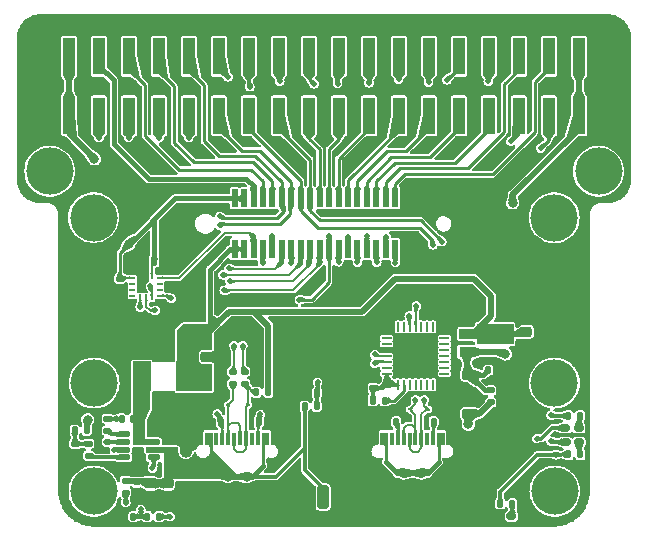
<source format=gbr>
%TF.GenerationSoftware,KiCad,Pcbnew,(7.0.0)*%
%TF.CreationDate,2023-05-15T16:57:03+08:00*%
%TF.ProjectId,Expansion,45787061-6e73-4696-9f6e-2e6b69636164,rev?*%
%TF.SameCoordinates,Original*%
%TF.FileFunction,Copper,L1,Top*%
%TF.FilePolarity,Positive*%
%FSLAX46Y46*%
G04 Gerber Fmt 4.6, Leading zero omitted, Abs format (unit mm)*
G04 Created by KiCad (PCBNEW (7.0.0)) date 2023-05-15 16:57:03*
%MOMM*%
%LPD*%
G01*
G04 APERTURE LIST*
G04 Aperture macros list*
%AMRoundRect*
0 Rectangle with rounded corners*
0 $1 Rounding radius*
0 $2 $3 $4 $5 $6 $7 $8 $9 X,Y pos of 4 corners*
0 Add a 4 corners polygon primitive as box body*
4,1,4,$2,$3,$4,$5,$6,$7,$8,$9,$2,$3,0*
0 Add four circle primitives for the rounded corners*
1,1,$1+$1,$2,$3*
1,1,$1+$1,$4,$5*
1,1,$1+$1,$6,$7*
1,1,$1+$1,$8,$9*
0 Add four rect primitives between the rounded corners*
20,1,$1+$1,$2,$3,$4,$5,0*
20,1,$1+$1,$4,$5,$6,$7,0*
20,1,$1+$1,$6,$7,$8,$9,0*
20,1,$1+$1,$8,$9,$2,$3,0*%
%AMFreePoly0*
4,1,9,3.862500,-0.866500,0.737500,-0.866500,0.737500,-0.450000,-0.737500,-0.450000,-0.737500,0.450000,0.737500,0.450000,0.737500,0.866500,3.862500,0.866500,3.862500,-0.866500,3.862500,-0.866500,$1*%
G04 Aperture macros list end*
%TA.AperFunction,EtchedComponent*%
%ADD10C,0.200000*%
%TD*%
%TA.AperFunction,SMDPad,CuDef*%
%ADD11RoundRect,0.112500X-0.187500X-0.112500X0.187500X-0.112500X0.187500X0.112500X-0.187500X0.112500X0*%
%TD*%
%TA.AperFunction,SMDPad,CuDef*%
%ADD12RoundRect,0.135000X0.185000X-0.135000X0.185000X0.135000X-0.185000X0.135000X-0.185000X-0.135000X0*%
%TD*%
%TA.AperFunction,SMDPad,CuDef*%
%ADD13RoundRect,0.135000X-0.135000X-0.185000X0.135000X-0.185000X0.135000X0.185000X-0.135000X0.185000X0*%
%TD*%
%TA.AperFunction,SMDPad,CuDef*%
%ADD14RoundRect,0.140000X-0.170000X0.140000X-0.170000X-0.140000X0.170000X-0.140000X0.170000X0.140000X0*%
%TD*%
%TA.AperFunction,SMDPad,CuDef*%
%ADD15RoundRect,0.140000X0.140000X0.170000X-0.140000X0.170000X-0.140000X-0.170000X0.140000X-0.170000X0*%
%TD*%
%TA.AperFunction,SMDPad,CuDef*%
%ADD16R,0.475000X0.250000*%
%TD*%
%TA.AperFunction,SMDPad,CuDef*%
%ADD17R,0.250000X0.475000*%
%TD*%
%TA.AperFunction,SMDPad,CuDef*%
%ADD18RoundRect,0.160000X-0.222500X-0.160000X0.222500X-0.160000X0.222500X0.160000X-0.222500X0.160000X0*%
%TD*%
%TA.AperFunction,SMDPad,CuDef*%
%ADD19RoundRect,0.250000X-0.250000X-0.750000X0.250000X-0.750000X0.250000X0.750000X-0.250000X0.750000X0*%
%TD*%
%TA.AperFunction,SMDPad,CuDef*%
%ADD20RoundRect,0.062500X-0.337500X-0.062500X0.337500X-0.062500X0.337500X0.062500X-0.337500X0.062500X0*%
%TD*%
%TA.AperFunction,SMDPad,CuDef*%
%ADD21RoundRect,0.062500X-0.062500X-0.337500X0.062500X-0.337500X0.062500X0.337500X-0.062500X0.337500X0*%
%TD*%
%TA.AperFunction,SMDPad,CuDef*%
%ADD22R,3.350000X3.350000*%
%TD*%
%TA.AperFunction,SMDPad,CuDef*%
%ADD23R,0.300000X1.140000*%
%TD*%
%TA.AperFunction,ComponentPad*%
%ADD24O,1.000000X2.000000*%
%TD*%
%TA.AperFunction,ComponentPad*%
%ADD25O,0.900000X1.800000*%
%TD*%
%TA.AperFunction,ComponentPad*%
%ADD26C,4.000000*%
%TD*%
%TA.AperFunction,SMDPad,CuDef*%
%ADD27RoundRect,0.140000X-0.140000X-0.170000X0.140000X-0.170000X0.140000X0.170000X-0.140000X0.170000X0*%
%TD*%
%TA.AperFunction,SMDPad,CuDef*%
%ADD28RoundRect,0.135000X0.135000X0.185000X-0.135000X0.185000X-0.135000X-0.185000X0.135000X-0.185000X0*%
%TD*%
%TA.AperFunction,SMDPad,CuDef*%
%ADD29R,1.500000X2.500000*%
%TD*%
%TA.AperFunction,SMDPad,CuDef*%
%ADD30RoundRect,0.135000X-0.185000X0.135000X-0.185000X-0.135000X0.185000X-0.135000X0.185000X0.135000X0*%
%TD*%
%TA.AperFunction,SMDPad,CuDef*%
%ADD31RoundRect,0.225000X-0.375000X0.225000X-0.375000X-0.225000X0.375000X-0.225000X0.375000X0.225000X0*%
%TD*%
%TA.AperFunction,SMDPad,CuDef*%
%ADD32RoundRect,0.140000X0.170000X-0.140000X0.170000X0.140000X-0.170000X0.140000X-0.170000X-0.140000X0*%
%TD*%
%TA.AperFunction,SMDPad,CuDef*%
%ADD33RoundRect,0.062500X-0.117500X-0.062500X0.117500X-0.062500X0.117500X0.062500X-0.117500X0.062500X0*%
%TD*%
%TA.AperFunction,SMDPad,CuDef*%
%ADD34RoundRect,0.225000X-0.250000X0.225000X-0.250000X-0.225000X0.250000X-0.225000X0.250000X0.225000X0*%
%TD*%
%TA.AperFunction,SMDPad,CuDef*%
%ADD35RoundRect,0.225000X0.250000X-0.225000X0.250000X0.225000X-0.250000X0.225000X-0.250000X-0.225000X0*%
%TD*%
%TA.AperFunction,SMDPad,CuDef*%
%ADD36R,0.550000X1.550000*%
%TD*%
%TA.AperFunction,SMDPad,CuDef*%
%ADD37RoundRect,0.062500X0.117500X0.062500X-0.117500X0.062500X-0.117500X-0.062500X0.117500X-0.062500X0*%
%TD*%
%TA.AperFunction,SMDPad,CuDef*%
%ADD38R,1.300000X0.900000*%
%TD*%
%TA.AperFunction,SMDPad,CuDef*%
%ADD39FreePoly0,0.000000*%
%TD*%
%TA.AperFunction,SMDPad,CuDef*%
%ADD40R,1.000000X3.150000*%
%TD*%
%TA.AperFunction,SMDPad,CuDef*%
%ADD41RoundRect,0.125000X0.400000X0.125000X-0.400000X0.125000X-0.400000X-0.125000X0.400000X-0.125000X0*%
%TD*%
%TA.AperFunction,SMDPad,CuDef*%
%ADD42RoundRect,0.125000X0.395000X0.125000X-0.395000X0.125000X-0.395000X-0.125000X0.395000X-0.125000X0*%
%TD*%
%TA.AperFunction,SMDPad,CuDef*%
%ADD43RoundRect,0.125000X0.394999X0.125000X-0.394999X0.125000X-0.394999X-0.125000X0.394999X-0.125000X0*%
%TD*%
%TA.AperFunction,SMDPad,CuDef*%
%ADD44RoundRect,0.125000X0.405000X0.125000X-0.405000X0.125000X-0.405000X-0.125000X0.405000X-0.125000X0*%
%TD*%
%TA.AperFunction,SMDPad,CuDef*%
%ADD45RoundRect,0.125000X0.410000X0.125000X-0.410000X0.125000X-0.410000X-0.125000X0.410000X-0.125000X0*%
%TD*%
%TA.AperFunction,SMDPad,CuDef*%
%ADD46RoundRect,0.225000X-0.225000X-0.250000X0.225000X-0.250000X0.225000X0.250000X-0.225000X0.250000X0*%
%TD*%
%TA.AperFunction,ViaPad*%
%ADD47C,0.500000*%
%TD*%
%TA.AperFunction,ViaPad*%
%ADD48C,0.800000*%
%TD*%
%TA.AperFunction,Conductor*%
%ADD49C,0.300000*%
%TD*%
%TA.AperFunction,Conductor*%
%ADD50C,0.200000*%
%TD*%
%TA.AperFunction,Conductor*%
%ADD51C,0.250000*%
%TD*%
%TA.AperFunction,Conductor*%
%ADD52C,0.500000*%
%TD*%
%TA.AperFunction,Conductor*%
%ADD53C,0.400000*%
%TD*%
G04 APERTURE END LIST*
D10*
%TO.C,J4*%
X113760000Y-79330000D02*
X113760000Y-80170000D01*
X117470000Y-83240000D02*
X117470000Y-84240000D01*
X117510000Y-97250000D02*
X117510000Y-98150000D01*
%TD*%
D11*
%TO.P,D1,1,A1*%
%TO.N,3V3*%
X126875000Y-93250000D03*
%TO.P,D1,2,A2*%
%TO.N,GND*%
X128975000Y-93250000D03*
%TD*%
D12*
%TO.P,R4,1*%
%TO.N,Net-(U1-FB)*%
X117050000Y-103410000D03*
%TO.P,R4,2*%
%TO.N,Net-(R4-Pad2)*%
X117050000Y-102390000D03*
%TD*%
D13*
%TO.P,R7,1*%
%TO.N,/MCU.USB_DP*%
X131240000Y-98025000D03*
%TO.P,R7,2*%
%TO.N,3V3*%
X132260000Y-98025000D03*
%TD*%
D12*
%TO.P,R20,1*%
%TO.N,/MCU.USB_DN*%
X129250000Y-97319999D03*
%TO.P,R20,2*%
%TO.N,USB_DN*%
X129250000Y-96299999D03*
%TD*%
D14*
%TO.P,C8,1*%
%TO.N,GND*%
X141150000Y-96700000D03*
%TO.P,C8,2*%
%TO.N,VBUS*%
X141150000Y-97660000D03*
%TD*%
D15*
%TO.P,C9,1*%
%TO.N,GND*%
X123570000Y-86970000D03*
%TO.P,C9,2*%
%TO.N,3V3*%
X122610000Y-86970000D03*
%TD*%
D16*
%TO.P,U5,1,SDO*%
%TO.N,/IMU.BMI270_MISO*%
X123072499Y-89839999D03*
%TO.P,U5,2,ASDX*%
%TO.N,unconnected-(U5-ASDX-Pad2)*%
X123072499Y-89339999D03*
%TO.P,U5,3,ASCX*%
%TO.N,unconnected-(U5-ASCX-Pad3)*%
X123072499Y-88839999D03*
%TO.P,U5,4,INT1*%
%TO.N,/IMU.BMI270_EXIT*%
X123072499Y-88339999D03*
D17*
%TO.P,U5,5,VDDIO*%
%TO.N,3V3*%
X122409999Y-88177499D03*
%TO.P,U5,6,GNDIO*%
%TO.N,GND*%
X121909999Y-88177499D03*
%TO.P,U5,7,GND*%
X121409999Y-88177499D03*
D16*
%TO.P,U5,8,VDD*%
%TO.N,3V3*%
X120747499Y-88339999D03*
%TO.P,U5,9,INT2*%
%TO.N,unconnected-(U5-INT2-Pad9)*%
X120747499Y-88839999D03*
%TO.P,U5,10,OSCB*%
%TO.N,unconnected-(U5-OSCB-Pad10)*%
X120747499Y-89339999D03*
%TO.P,U5,11,OSDO*%
%TO.N,unconnected-(U5-OSDO-Pad11)*%
X120747499Y-89839999D03*
D17*
%TO.P,U5,12,CSB*%
%TO.N,/IMU.BMI270_CS*%
X121409999Y-90002499D03*
%TO.P,U5,13,SCX*%
%TO.N,/IMU.BMI270_CLK*%
X121909999Y-90002499D03*
%TO.P,U5,14,SDX*%
%TO.N,/IMU.BMI270_MOSI*%
X122409999Y-90002499D03*
%TD*%
D18*
%TO.P,D7,1,K*%
%TO.N,/MCU.USART3_TX*%
X157416434Y-101050000D03*
%TO.P,D7,2,A*%
%TO.N,Net-(D7-A)*%
X158561434Y-101050000D03*
%TD*%
D19*
%TO.P,J3,1,Pin_1*%
%TO.N,VBUS1*%
X136910000Y-106900000D03*
%TD*%
D20*
%TO.P,U4,1,~{DCD}*%
%TO.N,unconnected-(U4-~{DCD}-Pad1)*%
X142275000Y-93455000D03*
%TO.P,U4,2,~{RI}/CLK*%
%TO.N,unconnected-(U4-~{RI}{slash}CLK-Pad2)*%
X142275000Y-93955000D03*
%TO.P,U4,3,GND*%
%TO.N,GND*%
X142275000Y-94455000D03*
%TO.P,U4,4,D+*%
%TO.N,/TYPE-C/USART_USB_DP*%
X142275000Y-94955000D03*
%TO.P,U4,5,D-*%
%TO.N,/TYPE-C/USART_USB_DN*%
X142275000Y-95455000D03*
%TO.P,U4,6,VDD*%
%TO.N,unconnected-(U4-VDD-Pad6)*%
X142275000Y-95955000D03*
%TO.P,U4,7,VREGIN*%
%TO.N,VBUS*%
X142275000Y-96455000D03*
D21*
%TO.P,U4,8,VBUS*%
X143225000Y-97405000D03*
%TO.P,U4,9,~{RST}*%
%TO.N,Net-(U4-~{RST})*%
X143725000Y-97405000D03*
%TO.P,U4,10,NC*%
%TO.N,unconnected-(U4-NC-Pad10)*%
X144225000Y-97405000D03*
%TO.P,U4,11,~{SUSPEND}*%
%TO.N,unconnected-(U4-~{SUSPEND}-Pad11)*%
X144725000Y-97405000D03*
%TO.P,U4,12,SUSPEND*%
%TO.N,unconnected-(U4-SUSPEND-Pad12)*%
X145225000Y-97405000D03*
%TO.P,U4,13,CHREN*%
%TO.N,unconnected-(U4-CHREN-Pad13)*%
X145725000Y-97405000D03*
%TO.P,U4,14,CHR1*%
%TO.N,unconnected-(U4-CHR1-Pad14)*%
X146225000Y-97405000D03*
D20*
%TO.P,U4,15,CHR0*%
%TO.N,unconnected-(U4-CHR0-Pad15)*%
X147175000Y-96455000D03*
%TO.P,U4,16,~{WAKEUP}/GPIO.3*%
%TO.N,unconnected-(U4-~{WAKEUP}{slash}GPIO.3-Pad16)*%
X147175000Y-95955000D03*
%TO.P,U4,17,RS485/GPIO.2*%
%TO.N,unconnected-(U4-RS485{slash}GPIO.2-Pad17)*%
X147175000Y-95455000D03*
%TO.P,U4,18,~{RXT}/GPIO.1*%
%TO.N,unconnected-(U4-~{RXT}{slash}GPIO.1-Pad18)*%
X147175000Y-94955000D03*
%TO.P,U4,19,~{TXT}/GPIO.0*%
%TO.N,unconnected-(U4-~{TXT}{slash}GPIO.0-Pad19)*%
X147175000Y-94455000D03*
%TO.P,U4,20,GPIO.6*%
%TO.N,unconnected-(U4-GPIO.6-Pad20)*%
X147175000Y-93955000D03*
%TO.P,U4,21,GPIO.5*%
%TO.N,unconnected-(U4-GPIO.5-Pad21)*%
X147175000Y-93455000D03*
D21*
%TO.P,U4,22,GPIO.4*%
%TO.N,unconnected-(U4-GPIO.4-Pad22)*%
X146225000Y-92505000D03*
%TO.P,U4,23,~{CTS}*%
%TO.N,unconnected-(U4-~{CTS}-Pad23)*%
X145725000Y-92505000D03*
%TO.P,U4,24,~{RTS}*%
%TO.N,unconnected-(U4-~{RTS}-Pad24)*%
X145225000Y-92505000D03*
%TO.P,U4,25,RXD*%
%TO.N,/MCU.USART3_RX*%
X144725000Y-92505000D03*
%TO.P,U4,26,TXD*%
%TO.N,/MCU.USART3_TX*%
X144225000Y-92505000D03*
%TO.P,U4,27,~{DSR}*%
%TO.N,unconnected-(U4-~{DSR}-Pad27)*%
X143725000Y-92505000D03*
%TO.P,U4,28,~{DTR}*%
%TO.N,unconnected-(U4-~{DTR}-Pad28)*%
X143225000Y-92505000D03*
D22*
%TO.P,U4,29,GND*%
%TO.N,GND*%
X144724999Y-94954999D03*
%TD*%
D13*
%TO.P,R5,1*%
%TO.N,Net-(R4-Pad2)*%
X115855000Y-101250000D03*
%TO.P,R5,2*%
%TO.N,3V3*%
X116875000Y-101250000D03*
%TD*%
%TO.P,R8,1*%
%TO.N,VBUS*%
X141115000Y-98730000D03*
%TO.P,R8,2*%
%TO.N,Net-(U4-~{RST})*%
X142135000Y-98730000D03*
%TD*%
D23*
%TO.P,U3,A1,GND*%
%TO.N,GND*%
X126274999Y-101954999D03*
%TO.P,U3,A4,VBUS*%
%TO.N,VBUS1*%
X127074999Y-101954999D03*
%TO.P,U3,A5,CC1*%
%TO.N,/MCU.USB_CC1*%
X128374999Y-101954999D03*
%TO.P,U3,A6,D+*%
%TO.N,/MCU.USB_DP*%
X129374999Y-101954999D03*
%TO.P,U3,A7,D-*%
%TO.N,/MCU.USB_DN*%
X129874999Y-101954999D03*
%TO.P,U3,A8,SBU1*%
%TO.N,unconnected-(U3-SBU1-PadA8)*%
X130874999Y-101954999D03*
%TO.P,U3,A9,VBUS*%
%TO.N,VBUS1*%
X132174999Y-101954999D03*
%TO.P,U3,A12,GND*%
%TO.N,GND*%
X132974999Y-101954999D03*
%TO.P,U3,B1,GND*%
X132674999Y-101954999D03*
%TO.P,U3,B4,VBUS*%
%TO.N,VBUS1*%
X131874999Y-101954999D03*
%TO.P,U3,B5,CC2*%
%TO.N,/MCU.USB_CC2*%
X131374999Y-101954999D03*
%TO.P,U3,B6,D+*%
%TO.N,/MCU.USB_DP*%
X130374999Y-101954999D03*
%TO.P,U3,B7,D-*%
%TO.N,/MCU.USB_DN*%
X128874999Y-101954999D03*
%TO.P,U3,B8,SBU2*%
%TO.N,unconnected-(U3-SBU2-PadB8)*%
X127874999Y-101954999D03*
%TO.P,U3,B9,VBUS*%
%TO.N,VBUS1*%
X127374999Y-101954999D03*
%TO.P,U3,B12,GND*%
%TO.N,GND*%
X126574999Y-101954999D03*
D24*
%TO.P,U3,S1,_*%
X125299999Y-102544999D03*
D25*
%TO.P,U3,S2,_*%
X133954999Y-102514999D03*
%TO.P,U3,S3,_*%
X125299999Y-106724999D03*
%TO.P,U3,S4,_*%
X133949999Y-106724999D03*
%TD*%
D26*
%TO.P,J4,*%
%TO.N,*%
X113760000Y-79330000D03*
X117470000Y-83240000D03*
X117500000Y-106420000D03*
X117510000Y-97250000D03*
X156470000Y-83250000D03*
X156490000Y-97250000D03*
X156530000Y-106410000D03*
X160220000Y-79330000D03*
%TD*%
D13*
%TO.P,R18,1*%
%TO.N,VBUS1*%
X135340000Y-99200000D03*
%TO.P,R18,2*%
%TO.N,ADC_VBUS*%
X136360000Y-99200000D03*
%TD*%
D27*
%TO.P,C1,1*%
%TO.N,Net-(C1-Pad1)*%
X119845000Y-100275000D03*
%TO.P,C1,2*%
%TO.N,Net-(U1-SW)*%
X120805000Y-100275000D03*
%TD*%
D13*
%TO.P,R15,1*%
%TO.N,3V3*%
X157653934Y-103300000D03*
%TO.P,R15,2*%
%TO.N,Net-(D8-A)*%
X158673934Y-103300000D03*
%TD*%
D28*
%TO.P,R3,1*%
%TO.N,Net-(U1-PG)*%
X123010000Y-108550000D03*
%TO.P,R3,2*%
%TO.N,Net-(U1-VCC)*%
X121990000Y-108550000D03*
%TD*%
D29*
%TO.P,L1,1,1*%
%TO.N,Net-(U1-SW)*%
X121549999Y-96674999D03*
%TO.P,L1,2,2*%
%TO.N,3V3*%
X125249999Y-96674999D03*
%TD*%
D30*
%TO.P,R13,1*%
%TO.N,+5V*%
X151100000Y-97874999D03*
%TO.P,R13,2*%
%TO.N,VBUS*%
X151100000Y-98894999D03*
%TD*%
D13*
%TO.P,R10,1*%
%TO.N,/TYPE-C/USART_USB_CC2*%
X146263375Y-100523375D03*
%TO.P,R10,2*%
%TO.N,GND*%
X147283375Y-100523375D03*
%TD*%
D31*
%TO.P,D6,1,K*%
%TO.N,+5V*%
X149275000Y-96575000D03*
%TO.P,D6,2,A*%
%TO.N,VBUS*%
X149275000Y-99875000D03*
%TD*%
D32*
%TO.P,C10,1*%
%TO.N,GND*%
X119690000Y-89390000D03*
%TO.P,C10,2*%
%TO.N,3V3*%
X119690000Y-88430000D03*
%TD*%
D33*
%TO.P,D2,1,A1*%
%TO.N,/TYPE-C/USART_USB_DN*%
X144270875Y-99473375D03*
%TO.P,D2,2,A2*%
%TO.N,GND*%
X143430875Y-99473375D03*
%TD*%
%TO.P,D3,1,A1*%
%TO.N,/MCU.USB_DN*%
X128845000Y-99100000D03*
%TO.P,D3,2,A2*%
%TO.N,GND*%
X128005000Y-99100000D03*
%TD*%
D34*
%TO.P,C2,1*%
%TO.N,GND*%
X127000000Y-95025000D03*
%TO.P,C2,2*%
%TO.N,3V3*%
X127000000Y-96575000D03*
%TD*%
D35*
%TO.P,C14,1*%
%TO.N,3V3*%
X154100000Y-92900000D03*
%TO.P,C14,2*%
%TO.N,GND*%
X154100000Y-91350000D03*
%TD*%
D28*
%TO.P,R11,1*%
%TO.N,/MCU.USB_CC1*%
X128219999Y-100525000D03*
%TO.P,R11,2*%
%TO.N,GND*%
X127199999Y-100525000D03*
%TD*%
D34*
%TO.P,C4,1*%
%TO.N,VBUS1*%
X123750000Y-105750000D03*
%TO.P,C4,2*%
%TO.N,GND*%
X123750000Y-107300000D03*
%TD*%
D18*
%TO.P,D9,1,K*%
%TO.N,GND*%
X151697500Y-108510000D03*
%TO.P,D9,2,A*%
%TO.N,Net-(D9-A)*%
X152842500Y-108510000D03*
%TD*%
D36*
%TO.P,j1,1*%
%TO.N,3V3*%
X129409999Y-85919999D03*
%TO.P,j1,2*%
X129409999Y-81619999D03*
%TO.P,j1,3*%
X130209999Y-85919999D03*
%TO.P,j1,4*%
X130209999Y-81619999D03*
%TO.P,j1,5*%
%TO.N,/IMU.BMI270_EXIT*%
X131009999Y-85919999D03*
%TO.P,j1,6*%
%TO.N,/VBAT_Pin*%
X131009999Y-81619999D03*
%TO.P,j1,7*%
%TO.N,/PB7*%
X131809999Y-85919999D03*
%TO.P,j1,8*%
%TO.N,/SWCLK-L*%
X131809999Y-81619999D03*
%TO.P,j1,9*%
%TO.N,/MCU.USB_CC1*%
X132609999Y-85919999D03*
%TO.P,j1,10*%
%TO.N,/SWDIO-L*%
X132609999Y-81619999D03*
%TO.P,j1,11*%
%TO.N,/IMU.BMI270_MOSI*%
X133409999Y-85919999D03*
%TO.P,j1,12*%
%TO.N,USB_DP*%
X133409999Y-81619999D03*
%TO.P,j1,13*%
%TO.N,/PA15*%
X134209999Y-85919999D03*
%TO.P,j1,14*%
%TO.N,USB_DN*%
X134209999Y-81619999D03*
%TO.P,j1,15*%
%TO.N,/IMU.BMI270_CS*%
X135009999Y-85919999D03*
%TO.P,j1,16*%
%TO.N,/MCU.USART3_TX*%
X135009999Y-81619999D03*
%TO.P,j1,17*%
%TO.N,/IMU.BMI270_MISO*%
X135809999Y-85919999D03*
%TO.P,j1,18*%
%TO.N,/MCU.USART3_RX*%
X135809999Y-81619999D03*
%TO.P,j1,19*%
%TO.N,/IMU.BMI270_CLK*%
X136609999Y-85919999D03*
%TO.P,j1,20*%
%TO.N,/PA8*%
X136609999Y-81619999D03*
%TO.P,j1,21*%
%TO.N,/MCU.USB_CC2*%
X137409999Y-85919999D03*
%TO.P,j1,22*%
%TO.N,/PC6*%
X137409999Y-81619999D03*
%TO.P,j1,23*%
%TO.N,/PC13*%
X138209999Y-85919999D03*
%TO.P,j1,24*%
%TO.N,/PB11*%
X138209999Y-81619999D03*
%TO.P,j1,25*%
%TO.N,/PA0*%
X139009999Y-85919999D03*
%TO.P,j1,26*%
%TO.N,/PB10*%
X139009999Y-81619999D03*
%TO.P,j1,27*%
%TO.N,ADC_VBUS*%
X139809999Y-85919999D03*
%TO.P,j1,28*%
%TO.N,/PB2*%
X139809999Y-81619999D03*
%TO.P,j1,29*%
%TO.N,/PB1*%
X140609999Y-81619999D03*
%TO.P,j1,30*%
%TO.N,/PA2*%
X140609999Y-85919999D03*
%TO.P,j1,31*%
%TO.N,/PB0*%
X141409999Y-81619999D03*
%TO.P,j1,32*%
%TO.N,/PA3*%
X141409999Y-85919999D03*
%TO.P,j1,33*%
%TO.N,/PA7*%
X142209999Y-81619999D03*
%TO.P,j1,34*%
%TO.N,/PA4*%
X142209999Y-85919999D03*
%TO.P,j1,35*%
%TO.N,/PA6*%
X143009999Y-81619999D03*
%TO.P,j1,36*%
%TO.N,/PA5*%
X143009999Y-85919999D03*
%TO.P,j1,37*%
%TO.N,GND*%
X143809999Y-81619999D03*
%TO.P,j1,38*%
X143809999Y-85919999D03*
%TO.P,j1,39*%
X144609999Y-81619999D03*
%TO.P,j1,40*%
X144609999Y-85919999D03*
%TD*%
D13*
%TO.P,R12,1*%
%TO.N,/MCU.USB_CC2*%
X131440000Y-100525000D03*
%TO.P,R12,2*%
%TO.N,GND*%
X132460000Y-100525000D03*
%TD*%
D30*
%TO.P,R2,1*%
%TO.N,VBUS1*%
X120175000Y-105515000D03*
%TO.P,R2,2*%
%TO.N,Net-(U1-EN{slash}SYNC)*%
X120175000Y-106535000D03*
%TD*%
D13*
%TO.P,R22,1*%
%TO.N,3V3*%
X151905002Y-107472235D03*
%TO.P,R22,2*%
%TO.N,Net-(D9-A)*%
X152925002Y-107472235D03*
%TD*%
D28*
%TO.P,R19,1*%
%TO.N,ADC_VBUS*%
X136360000Y-98125000D03*
%TO.P,R19,2*%
%TO.N,GND*%
X135340000Y-98125000D03*
%TD*%
D30*
%TO.P,R6,1*%
%TO.N,Net-(R4-Pad2)*%
X115875000Y-102390000D03*
%TO.P,R6,2*%
%TO.N,GND*%
X115875000Y-103410000D03*
%TD*%
D13*
%TO.P,R14,1*%
%TO.N,3V3*%
X157638933Y-100025000D03*
%TO.P,R14,2*%
%TO.N,Net-(D7-A)*%
X158658933Y-100025000D03*
%TD*%
D37*
%TO.P,D5,1,A1*%
%TO.N,/MCU.USB_DP*%
X130530000Y-99075000D03*
%TO.P,D5,2,A2*%
%TO.N,GND*%
X131370000Y-99075000D03*
%TD*%
D27*
%TO.P,C13,1*%
%TO.N,+5V*%
X150895000Y-96150000D03*
%TO.P,C13,2*%
%TO.N,GND*%
X151855000Y-96150000D03*
%TD*%
D38*
%TO.P,U6,1,ADJ*%
%TO.N,GND*%
X149074999Y-91624999D03*
D39*
%TO.P,U6,2,VO*%
%TO.N,3V3*%
X149162500Y-93125000D03*
D38*
%TO.P,U6,3,VI*%
%TO.N,+5V*%
X149074999Y-94624999D03*
%TD*%
D40*
%TO.P,J2,1,Pin_1*%
%TO.N,GND*%
X112844999Y-74625000D03*
%TO.P,J2,2,Pin_2*%
X112844999Y-69575000D03*
%TO.P,J2,3,Pin_3*%
%TO.N,3V3*%
X115384999Y-74625000D03*
%TO.P,J2,4,Pin_4*%
X115384999Y-69575000D03*
%TO.P,J2,5,Pin_5*%
%TO.N,/IMU.BMI270_EXIT*%
X117924999Y-74625000D03*
%TO.P,J2,6,Pin_6*%
%TO.N,/VBAT_Pin*%
X117924999Y-69575000D03*
%TO.P,J2,7,Pin_7*%
%TO.N,/PB7*%
X120464999Y-74625000D03*
%TO.P,J2,8,Pin_8*%
%TO.N,/SWCLK-L*%
X120464999Y-69575000D03*
%TO.P,J2,9,Pin_9*%
%TO.N,/MCU.USB_CC1*%
X123004999Y-74625000D03*
%TO.P,J2,10,Pin_10*%
%TO.N,/SWDIO-L*%
X123004999Y-69575000D03*
%TO.P,J2,11,Pin_11*%
%TO.N,/IMU.BMI270_MOSI*%
X125544999Y-74625000D03*
%TO.P,J2,12,Pin_12*%
%TO.N,USB_DP*%
X125544999Y-69575000D03*
%TO.P,J2,13,Pin_13*%
%TO.N,USB_DN*%
X128084999Y-74625000D03*
%TO.P,J2,14,Pin_14*%
%TO.N,/PA15*%
X128084999Y-69575000D03*
%TO.P,J2,15,Pin_15*%
%TO.N,/MCU.USART3_TX*%
X130624999Y-74625000D03*
%TO.P,J2,16,Pin_16*%
%TO.N,/IMU.BMI270_CS*%
X130624999Y-69575000D03*
%TO.P,J2,17,Pin_17*%
%TO.N,/MCU.USART3_RX*%
X133164999Y-74625000D03*
%TO.P,J2,18,Pin_18*%
%TO.N,/IMU.BMI270_MISO*%
X133164999Y-69575000D03*
%TO.P,J2,19,Pin_19*%
%TO.N,/PA8*%
X135704999Y-74625000D03*
%TO.P,J2,20,Pin_20*%
%TO.N,/IMU.BMI270_CLK*%
X135704999Y-69575000D03*
%TO.P,J2,21,Pin_21*%
%TO.N,/PC6*%
X138244999Y-74625000D03*
%TO.P,J2,22,Pin_22*%
%TO.N,/MCU.USB_CC2*%
X138244999Y-69575000D03*
%TO.P,J2,23,Pin_23*%
%TO.N,/PB11*%
X140784999Y-74625000D03*
%TO.P,J2,24,Pin_24*%
%TO.N,/PC13*%
X140784999Y-69575000D03*
%TO.P,J2,25,Pin_25*%
%TO.N,/PB10*%
X143324999Y-74625000D03*
%TO.P,J2,26,Pin_26*%
%TO.N,/PA0*%
X143324999Y-69575000D03*
%TO.P,J2,27,Pin_27*%
%TO.N,/PB2*%
X145864999Y-74625000D03*
%TO.P,J2,28,Pin_28*%
%TO.N,ADC_VBUS*%
X145864999Y-69575000D03*
%TO.P,J2,29,Pin_29*%
%TO.N,/PB1*%
X148404999Y-74625000D03*
%TO.P,J2,30,Pin_30*%
%TO.N,/PA2*%
X148404999Y-69575000D03*
%TO.P,J2,31,Pin_31*%
%TO.N,/PB0*%
X150944999Y-74625000D03*
%TO.P,J2,32,Pin_32*%
%TO.N,/PA3*%
X150944999Y-69575000D03*
%TO.P,J2,33,Pin_33*%
%TO.N,/PA4*%
X153484999Y-74625000D03*
%TO.P,J2,34,Pin_34*%
%TO.N,/PA7*%
X153484999Y-69575000D03*
%TO.P,J2,35,Pin_35*%
%TO.N,/PA5*%
X156024999Y-74625000D03*
%TO.P,J2,36,Pin_36*%
%TO.N,/PA6*%
X156024999Y-69575000D03*
%TO.P,J2,37,Pin_37*%
%TO.N,+5V*%
X158564999Y-74625000D03*
%TO.P,J2,38,Pin_38*%
X158564999Y-69575000D03*
%TO.P,J2,39,Pin_39*%
%TO.N,GND*%
X161104999Y-74625000D03*
%TO.P,J2,40,Pin_40*%
X161104999Y-69575000D03*
%TD*%
D23*
%TO.P,U2,A1,GND*%
%TO.N,GND*%
X141116624Y-101958374D03*
%TO.P,U2,A4,VBUS*%
%TO.N,VBUS*%
X141916624Y-101958374D03*
%TO.P,U2,A5,CC1*%
%TO.N,/TYPE-C/USART_USB_CC1*%
X143216624Y-101958374D03*
%TO.P,U2,A6,D+*%
%TO.N,/TYPE-C/USART_USB_DP*%
X144216624Y-101958374D03*
%TO.P,U2,A7,D-*%
%TO.N,/TYPE-C/USART_USB_DN*%
X144716624Y-101958374D03*
%TO.P,U2,A8,SBU1*%
%TO.N,unconnected-(U2-SBU1-PadA8)*%
X145716624Y-101958374D03*
%TO.P,U2,A9,VBUS*%
%TO.N,VBUS*%
X147016624Y-101958374D03*
%TO.P,U2,A12,GND*%
%TO.N,GND*%
X147816624Y-101958374D03*
%TO.P,U2,B1,GND*%
X147516624Y-101958374D03*
%TO.P,U2,B4,VBUS*%
%TO.N,VBUS*%
X146716624Y-101958374D03*
%TO.P,U2,B5,CC2*%
%TO.N,/TYPE-C/USART_USB_CC2*%
X146216624Y-101958374D03*
%TO.P,U2,B6,D+*%
%TO.N,/TYPE-C/USART_USB_DP*%
X145216624Y-101958374D03*
%TO.P,U2,B7,D-*%
%TO.N,/TYPE-C/USART_USB_DN*%
X143716624Y-101958374D03*
%TO.P,U2,B8,SBU2*%
%TO.N,unconnected-(U2-SBU2-PadB8)*%
X142716624Y-101958374D03*
%TO.P,U2,B9,VBUS*%
%TO.N,VBUS*%
X142216624Y-101958374D03*
%TO.P,U2,B12,GND*%
%TO.N,GND*%
X141416624Y-101958374D03*
D24*
%TO.P,U2,S1,_*%
X140141624Y-102548374D03*
D25*
%TO.P,U2,S2,_*%
X148796624Y-102518374D03*
%TO.P,U2,S3,_*%
X140141624Y-106728374D03*
%TO.P,U2,S4,_*%
X148791624Y-106728374D03*
%TD*%
D28*
%TO.P,R9,1*%
%TO.N,/TYPE-C/USART_USB_CC1*%
X143098376Y-100523375D03*
%TO.P,R9,2*%
%TO.N,GND*%
X142078376Y-100523375D03*
%TD*%
D12*
%TO.P,R21,1*%
%TO.N,/MCU.USB_DP*%
X130250000Y-97310000D03*
%TO.P,R21,2*%
%TO.N,USB_DP*%
X130250000Y-96290000D03*
%TD*%
D37*
%TO.P,D4,1,A1*%
%TO.N,/TYPE-C/USART_USB_DP*%
X145796625Y-99498375D03*
%TO.P,D4,2,A2*%
%TO.N,GND*%
X146636625Y-99498375D03*
%TD*%
D15*
%TO.P,C7,1*%
%TO.N,Net-(U1-VCC)*%
X120830000Y-108550000D03*
%TO.P,C7,2*%
%TO.N,GND*%
X119870000Y-108550000D03*
%TD*%
D12*
%TO.P,R1,1*%
%TO.N,Net-(U1-BST)*%
X118625000Y-101285000D03*
%TO.P,R1,2*%
%TO.N,Net-(C1-Pad1)*%
X118625000Y-100265000D03*
%TD*%
D14*
%TO.P,C6,1*%
%TO.N,VBUS1*%
X121150000Y-105670000D03*
%TO.P,C6,2*%
%TO.N,GND*%
X121150000Y-106630000D03*
%TD*%
D41*
%TO.P,U1,1,PG*%
%TO.N,Net-(U1-PG)*%
X122575000Y-103550000D03*
D42*
%TO.P,U1,2,IN*%
%TO.N,VBUS1*%
X122580000Y-102900000D03*
%TO.P,U1,3,SW*%
%TO.N,Net-(U1-SW)*%
X122580000Y-102250000D03*
D43*
%TO.P,U1,4,GND*%
%TO.N,GND*%
X122579999Y-101600000D03*
D44*
%TO.P,U1,5,BST*%
%TO.N,Net-(U1-BST)*%
X120030000Y-101600000D03*
D45*
%TO.P,U1,6,EN/SYNC*%
%TO.N,Net-(U1-EN{slash}SYNC)*%
X120035000Y-102250000D03*
%TO.P,U1,7,VCC*%
%TO.N,Net-(U1-VCC)*%
X120035000Y-102900000D03*
%TO.P,U1,8,FB*%
%TO.N,Net-(U1-FB)*%
X120035000Y-103550000D03*
%TD*%
D34*
%TO.P,C5,1*%
%TO.N,VBUS1*%
X122300000Y-105750000D03*
%TO.P,C5,2*%
%TO.N,GND*%
X122300000Y-107300000D03*
%TD*%
D46*
%TO.P,C3,1*%
%TO.N,GND*%
X123900000Y-93475000D03*
%TO.P,C3,2*%
%TO.N,3V3*%
X125450000Y-93475000D03*
%TD*%
D18*
%TO.P,D8,1,K*%
%TO.N,/MCU.USART3_RX*%
X157441434Y-102250002D03*
%TO.P,D8,2,A*%
%TO.N,Net-(D8-A)*%
X158586434Y-102250002D03*
%TD*%
D47*
%TO.N,GND*%
X121375000Y-103900000D03*
X131390000Y-95220000D03*
X140525000Y-96430000D03*
X151530000Y-88800000D03*
X123675000Y-101525000D03*
X124300000Y-101525000D03*
X142182685Y-90851457D03*
X130700000Y-91980000D03*
X141657315Y-88388543D03*
X150000000Y-90120000D03*
X127060000Y-85040000D03*
X140830000Y-89230000D03*
X145400000Y-87550000D03*
X123675000Y-100850000D03*
X131540000Y-97230000D03*
X138400000Y-91920000D03*
X137240000Y-91920000D03*
X123025000Y-100850000D03*
X128570000Y-90340000D03*
X120720000Y-86860000D03*
X130910000Y-90340000D03*
X134710000Y-91920000D03*
X133400000Y-90370000D03*
X131280000Y-92910000D03*
X121375000Y-103075000D03*
X147810000Y-87480000D03*
X125900000Y-85075000D03*
X126510000Y-85640000D03*
X147730000Y-89300000D03*
X143010000Y-90010000D03*
X136070000Y-89030000D03*
X135864596Y-91920000D03*
X121550000Y-86840000D03*
X148990000Y-87470000D03*
X131380000Y-94150000D03*
X121570000Y-86120000D03*
X127140000Y-99930000D03*
X124325000Y-100850000D03*
X122375000Y-100850000D03*
X144220000Y-87560000D03*
X126520000Y-90360000D03*
X127830000Y-86230000D03*
X137150000Y-90340000D03*
X126510000Y-91320000D03*
X150688543Y-87972685D03*
X128410000Y-85620000D03*
X148910000Y-89290000D03*
X138390000Y-90340000D03*
%TO.N,3V3*%
X125775000Y-92550000D03*
X151550000Y-93250000D03*
D48*
X116975000Y-100350000D03*
D47*
X156200000Y-99975000D03*
X150775000Y-93250000D03*
D48*
X120500000Y-85450000D03*
D47*
X126450000Y-92550000D03*
D48*
X117525000Y-78275000D03*
D47*
X156650000Y-103325000D03*
D48*
%TO.N,VBUS1*%
X130421750Y-105171750D03*
X128846750Y-105171750D03*
D47*
%TO.N,Net-(U1-VCC)*%
X121475000Y-107950000D03*
X119225000Y-102900000D03*
D48*
%TO.N,VBUS*%
X149200000Y-100750000D03*
X145273375Y-104873375D03*
X143698375Y-104873375D03*
X142375000Y-97255000D03*
D47*
%TO.N,/TYPE-C/USART_USB_DN*%
X141264192Y-95580000D03*
X144716625Y-98653375D03*
%TO.N,/TYPE-C/USART_USB_DP*%
X145466625Y-98653375D03*
X141264192Y-94830000D03*
%TO.N,/MCU.USB_CC1*%
X132575000Y-84800000D03*
X127925000Y-99875000D03*
X123025000Y-76475000D03*
%TO.N,/IMU.BMI270_EXIT*%
X130980000Y-84810000D03*
X117925000Y-76475000D03*
%TO.N,/MCU.USB_CC2*%
X137410000Y-84800000D03*
X131590000Y-99910000D03*
X134890000Y-90190000D03*
X138120000Y-71900000D03*
%TO.N,/PC13*%
X140790000Y-71830000D03*
X138210000Y-86980000D03*
%TO.N,/PA2*%
X147390000Y-71580000D03*
X140630000Y-84840000D03*
%TO.N,/PA3*%
X150880000Y-71710000D03*
X141440000Y-87020000D03*
%TO.N,/PA4*%
X152810000Y-76760000D03*
X142240000Y-84870000D03*
%TO.N,/PA5*%
X143020000Y-87050000D03*
X155320000Y-77350000D03*
%TO.N,Net-(U1-EN{slash}SYNC)*%
X120200000Y-107375000D03*
X118550000Y-102250000D03*
%TO.N,Net-(U1-PG)*%
X123950000Y-108550000D03*
X122450000Y-104450000D03*
%TO.N,ADC_VBUS*%
X139800000Y-87010000D03*
X136430000Y-97170000D03*
X145830000Y-71770000D03*
%TO.N,USB_DP*%
X130106224Y-94078148D03*
X128132888Y-83135000D03*
%TO.N,USB_DN*%
X128132888Y-83885000D03*
X129356224Y-94078148D03*
%TO.N,/MCU.USART3_RX*%
X146960000Y-85280000D03*
X156210000Y-102190000D03*
X144795287Y-90714937D03*
%TO.N,/MCU.USART3_TX*%
X144185747Y-91579373D03*
X146180000Y-85550000D03*
X154970000Y-101960000D03*
%TO.N,/PB7*%
X120425000Y-76475000D03*
X131800000Y-87070000D03*
D48*
%TO.N,+5V*%
X152950000Y-82000000D03*
X152325000Y-94800000D03*
D47*
%TO.N,/IMU.BMI270_MOSI*%
X133360000Y-87080000D03*
X125525000Y-76475000D03*
X128920000Y-87550000D03*
X122270000Y-89070000D03*
%TO.N,/PA15*%
X128870000Y-71330000D03*
X134200000Y-87070000D03*
%TO.N,/PA0*%
X139020000Y-84860000D03*
X143300000Y-71510000D03*
%TO.N,/IMU.BMI270_CS*%
X121412324Y-90812658D03*
X130700000Y-72160000D03*
X134980000Y-87180000D03*
X128400000Y-88090000D03*
%TO.N,/IMU.BMI270_MISO*%
X124030000Y-90080000D03*
X129000000Y-88630000D03*
X135710000Y-87060000D03*
X133230000Y-71680000D03*
%TO.N,/IMU.BMI270_CLK*%
X128530000Y-89400000D03*
X136600000Y-87040000D03*
X136130000Y-71920000D03*
X122700000Y-91090000D03*
%TD*%
D49*
%TO.N,Net-(C1-Pad1)*%
X119757500Y-100275000D02*
X118635000Y-100275000D01*
D50*
%TO.N,GND*%
X140525000Y-96380000D02*
X140600000Y-96455000D01*
D49*
X147283375Y-100523375D02*
X147283375Y-100145125D01*
X147283375Y-100145125D02*
X146636625Y-99498375D01*
X143128376Y-99473375D02*
X142078376Y-100523375D01*
X143430875Y-99473375D02*
X143128376Y-99473375D01*
D50*
X140575000Y-96430000D02*
X140525000Y-96430000D01*
D49*
X142078376Y-100523375D02*
X141416625Y-101185126D01*
D50*
X141150000Y-96700000D02*
X140845000Y-96700000D01*
X140525000Y-96430000D02*
X140525000Y-96380000D01*
X140845000Y-96700000D02*
X140575000Y-96430000D01*
D51*
X127140000Y-99930000D02*
X127140000Y-100465001D01*
D49*
X147816625Y-101958375D02*
X147816625Y-101056625D01*
X147816625Y-101056625D02*
X147283375Y-100523375D01*
X141416625Y-101185126D02*
X141416625Y-101958375D01*
X123750000Y-107300000D02*
X121732500Y-107300000D01*
X121732500Y-107300000D02*
X121150000Y-106717500D01*
%TO.N,3V3*%
X156150000Y-99975000D02*
X156175000Y-100000000D01*
D51*
X119700000Y-88420000D02*
X119700000Y-86250000D01*
D49*
X156200000Y-99975000D02*
X156150000Y-99975000D01*
D52*
X154100000Y-92900000D02*
X153875000Y-93125000D01*
D53*
X127330000Y-87650000D02*
X127330000Y-92390000D01*
D51*
X119700000Y-86250000D02*
X120500000Y-85450000D01*
D52*
X132260000Y-98025000D02*
X132260000Y-92385000D01*
D49*
X116975000Y-100400000D02*
X116975000Y-100350000D01*
D53*
X127500000Y-92040000D02*
X127350000Y-92040000D01*
D50*
X120747500Y-88340000D02*
X119780000Y-88340000D01*
D52*
X149575000Y-93125000D02*
X151125000Y-91575000D01*
X115385000Y-74625001D02*
X115385000Y-76085000D01*
D49*
X151905002Y-107472235D02*
X151905002Y-106434998D01*
D52*
X149675000Y-88425000D02*
X142975000Y-88425000D01*
D53*
X122620000Y-83600000D02*
X122620000Y-86960000D01*
D52*
X140200000Y-91200000D02*
X131075000Y-91200000D01*
D50*
X122410000Y-88177500D02*
X122410000Y-87170000D01*
D53*
X130210000Y-81620000D02*
X124360000Y-81620000D01*
D49*
X151905002Y-106434998D02*
X155015000Y-103325000D01*
D53*
X128025000Y-92100000D02*
X127792500Y-92332500D01*
X129060000Y-85920000D02*
X127330000Y-87650000D01*
D52*
X151125000Y-89875000D02*
X149675000Y-88425000D01*
D49*
X116875000Y-100500000D02*
X116975000Y-100400000D01*
X157638933Y-100025000D02*
X156200000Y-100025000D01*
X157653934Y-103300000D02*
X156650000Y-103325000D01*
D52*
X128925000Y-91200000D02*
X128025000Y-92100000D01*
D50*
X122410000Y-87170000D02*
X122610000Y-86970000D01*
D53*
X127900000Y-92100000D02*
X127560000Y-91760000D01*
D49*
X116875000Y-101250000D02*
X116875000Y-100500000D01*
X156200000Y-100025000D02*
X156200000Y-99975000D01*
D52*
X115385000Y-69575001D02*
X115385000Y-74625001D01*
D50*
X130210000Y-85920000D02*
X129410000Y-85920000D01*
D49*
X116975000Y-100350000D02*
X117025000Y-100350000D01*
D53*
X127330000Y-92390000D02*
X127532500Y-92592500D01*
X129410000Y-85920000D02*
X129060000Y-85920000D01*
D49*
X155015000Y-103325000D02*
X156650000Y-103325000D01*
D53*
X122500000Y-83480000D02*
X122620000Y-83600000D01*
D52*
X115385000Y-76085000D02*
X117525000Y-78225000D01*
X153875000Y-93125000D02*
X151675000Y-93125000D01*
X117525000Y-78225000D02*
X117525000Y-78275000D01*
D53*
X120540000Y-85440000D02*
X124360000Y-81620000D01*
D52*
X132260000Y-92385000D02*
X131075000Y-91200000D01*
D53*
X128025000Y-92100000D02*
X127900000Y-92100000D01*
D52*
X151125000Y-91575000D02*
X151125000Y-89875000D01*
D49*
X117025000Y-100350000D02*
X116925000Y-100450000D01*
D52*
X131075000Y-91200000D02*
X128925000Y-91200000D01*
D53*
X127792500Y-92332500D02*
X126875000Y-93250000D01*
D52*
X142975000Y-88425000D02*
X140200000Y-91200000D01*
D53*
X127792500Y-92332500D02*
X127500000Y-92040000D01*
D52*
%TO.N,VBUS1*%
X128346750Y-105171750D02*
X128846750Y-105171750D01*
D49*
X135340000Y-102570000D02*
X135340000Y-102711371D01*
D52*
X130421750Y-105171750D02*
X130896750Y-105171750D01*
X123725000Y-105250000D02*
X123725000Y-105725000D01*
D49*
X135340000Y-102711371D02*
X132879621Y-105171750D01*
D53*
X130896750Y-105171750D02*
X131830000Y-104238500D01*
D52*
X120242500Y-105582500D02*
X120175000Y-105515000D01*
D49*
X132879621Y-105171750D02*
X130896750Y-105171750D01*
D52*
X128846750Y-105171750D02*
X130421750Y-105171750D01*
D51*
X127400000Y-102291750D02*
X127400000Y-104225000D01*
D49*
X135340000Y-102570000D02*
X135340000Y-104640000D01*
D51*
X131830000Y-104238500D02*
X131830000Y-102291750D01*
D53*
X127400000Y-104225000D02*
X128346750Y-105171750D01*
D52*
X123750000Y-105750000D02*
X122300000Y-105750000D01*
D49*
X135340000Y-99200000D02*
X135340000Y-102570000D01*
X135340000Y-104640000D02*
X136780000Y-106080000D01*
D52*
X122132500Y-105582500D02*
X120242500Y-105582500D01*
D49*
%TO.N,Net-(U1-VCC)*%
X121475000Y-108550000D02*
X121475000Y-108025000D01*
X121990000Y-108550000D02*
X121475000Y-108550000D01*
D50*
X119225000Y-102900000D02*
X120035000Y-102900000D01*
D49*
X121475000Y-108550000D02*
X120917500Y-108550000D01*
D53*
%TO.N,VBUS*%
X145748375Y-104873375D02*
X146681625Y-103940125D01*
D52*
X149275000Y-99875000D02*
X150119999Y-99875000D01*
X149200000Y-100750000D02*
X149200000Y-99950000D01*
D51*
X142275000Y-96455000D02*
X142275000Y-97155000D01*
D52*
X145273375Y-104873375D02*
X145748375Y-104873375D01*
D51*
X142525000Y-97405000D02*
X143225000Y-97405000D01*
D53*
X142251625Y-103926625D02*
X143198375Y-104873375D01*
D51*
X142251625Y-101993375D02*
X142251625Y-103926625D01*
D49*
X141970000Y-97660000D02*
X142375000Y-97255000D01*
D52*
X143198375Y-104873375D02*
X143698375Y-104873375D01*
D49*
X141150000Y-97660000D02*
X141970000Y-97660000D01*
D51*
X142375000Y-97255000D02*
X142525000Y-97405000D01*
D52*
X143698375Y-104873375D02*
X145273375Y-104873375D01*
X150119999Y-99875000D02*
X151100000Y-98894999D01*
D51*
X146681625Y-103940125D02*
X146681625Y-101993375D01*
X142275000Y-97155000D02*
X142375000Y-97255000D01*
D49*
X141115000Y-98730000D02*
X141115000Y-97695000D01*
D50*
%TO.N,/TYPE-C/USART_USB_DN*%
X144716625Y-98653375D02*
X144716625Y-99027625D01*
X143973375Y-100798375D02*
X144448375Y-100798375D01*
X142250001Y-95430001D02*
X141414191Y-95430001D01*
X144716625Y-99027625D02*
X144270875Y-99473375D01*
X144716625Y-101373375D02*
X144716625Y-99919125D01*
X141414191Y-95430001D02*
X141264192Y-95580000D01*
X144716625Y-99919125D02*
X144270875Y-99473375D01*
X144716625Y-101066625D02*
X144716625Y-101373375D01*
X143716625Y-101055125D02*
X143973375Y-100798375D01*
X143716625Y-101958375D02*
X143716625Y-101055125D01*
X144448375Y-100798375D02*
X144716625Y-101066625D01*
X144716625Y-101373375D02*
X144716625Y-101958375D01*
%TO.N,/MCU.USB_DN*%
X128845000Y-99100000D02*
X128875000Y-99130000D01*
X129250000Y-97319999D02*
X129250000Y-98695000D01*
X129875000Y-101955000D02*
X129875000Y-100850000D01*
X129875000Y-100850000D02*
X129675000Y-100650000D01*
X129250000Y-98695000D02*
X128845000Y-99100000D01*
X128875000Y-99130000D02*
X128875000Y-101955000D01*
X128875000Y-100875000D02*
X128875000Y-101955000D01*
X129100000Y-100650000D02*
X128875000Y-100875000D01*
X129675000Y-100650000D02*
X129100000Y-100650000D01*
%TO.N,/TYPE-C/USART_USB_DP*%
X145216625Y-99903375D02*
X145621625Y-99498375D01*
X145621625Y-99498375D02*
X145796625Y-99498375D01*
X145216625Y-101958375D02*
X145216625Y-99903375D01*
X141414191Y-94979999D02*
X141264192Y-94830000D01*
X144498375Y-103098375D02*
X144896625Y-103098375D01*
X145216625Y-102778375D02*
X145216625Y-101958375D01*
X145466625Y-99168375D02*
X145796625Y-99498375D01*
X144896625Y-103098375D02*
X145216625Y-102778375D01*
X145466625Y-98653375D02*
X145466625Y-99168375D01*
X144216625Y-101958375D02*
X144216625Y-102816625D01*
X142250001Y-94979999D02*
X141414191Y-94979999D01*
X144216625Y-102816625D02*
X144498375Y-103098375D01*
%TO.N,/MCU.USB_DP*%
X130965000Y-98025000D02*
X130250000Y-97310000D01*
X130530000Y-99075000D02*
X130530000Y-97590000D01*
X131240000Y-98025000D02*
X130965000Y-98025000D01*
X130125000Y-103125000D02*
X130375000Y-102875000D01*
X129375000Y-101955000D02*
X129375000Y-102875000D01*
X130375000Y-102875000D02*
X130375000Y-101955000D01*
X130375000Y-99230000D02*
X130375000Y-101955000D01*
X130530000Y-99075000D02*
X130375000Y-99230000D01*
X130530000Y-97590000D02*
X130250000Y-97310000D01*
X129625000Y-103125000D02*
X130125000Y-103125000D01*
X129375000Y-102875000D02*
X129625000Y-103125000D01*
D49*
%TO.N,Net-(D7-A)*%
X158561434Y-101050000D02*
X158561434Y-100122499D01*
%TO.N,Net-(D8-A)*%
X158586434Y-102250002D02*
X158586434Y-103212500D01*
D53*
%TO.N,/VBAT_Pin*%
X131010000Y-80570000D02*
X130415000Y-79975000D01*
X130415000Y-79975000D02*
X122125000Y-79975000D01*
X119175000Y-71625000D02*
X117925000Y-70375000D01*
X122125000Y-79975000D02*
X119175000Y-77025000D01*
X119175000Y-77025000D02*
X119175000Y-71625000D01*
X131010000Y-81620000D02*
X131010000Y-80570000D01*
D51*
%TO.N,/SWCLK-L*%
X121825000Y-72025000D02*
X121825000Y-76300000D01*
X131810000Y-80180000D02*
X131810000Y-81620000D01*
X121825000Y-76300000D02*
X124705000Y-79180000D01*
X120465000Y-70665000D02*
X121825000Y-72025000D01*
X124705000Y-79180000D02*
X130810000Y-79180000D01*
X130810000Y-79180000D02*
X131810000Y-80180000D01*
D50*
%TO.N,/MCU.USB_CC1*%
X127925000Y-99875000D02*
X127875000Y-99875000D01*
X127875000Y-99875000D02*
X127925000Y-99925000D01*
D51*
X132575000Y-84800000D02*
X132575000Y-85955000D01*
D49*
X128219999Y-100169999D02*
X127925000Y-99875000D01*
D50*
X128375000Y-101955000D02*
X128375000Y-100680001D01*
X127925000Y-99925000D02*
X127925000Y-99875000D01*
D51*
X123005000Y-74625001D02*
X123005000Y-76455000D01*
X123005000Y-76455000D02*
X123025000Y-76475000D01*
D49*
X128219999Y-100525000D02*
X128219999Y-100169999D01*
D51*
%TO.N,/SWDIO-L*%
X124300000Y-72100000D02*
X124300000Y-76900000D01*
X125940000Y-78540000D02*
X130970000Y-78540000D01*
X132610000Y-80180000D02*
X132610000Y-81620000D01*
X124300000Y-76900000D02*
X125940000Y-78540000D01*
X130970000Y-78540000D02*
X132610000Y-80180000D01*
X123005000Y-70805000D02*
X124300000Y-72100000D01*
D50*
%TO.N,/IMU.BMI270_EXIT*%
X131010000Y-84840000D02*
X130980000Y-84810000D01*
X130680000Y-84510000D02*
X130980000Y-84810000D01*
D51*
X117925000Y-74625001D02*
X117925000Y-76475000D01*
D50*
X124730000Y-88340000D02*
X128560000Y-84510000D01*
X131010000Y-85920000D02*
X131010000Y-84840000D01*
X128560000Y-84510000D02*
X130680000Y-84510000D01*
X123072500Y-88340000D02*
X124730000Y-88340000D01*
D49*
%TO.N,/MCU.USB_CC2*%
X131590000Y-99910000D02*
X131600000Y-99910000D01*
D51*
X135920000Y-90190000D02*
X137410000Y-88700000D01*
X137410000Y-88700000D02*
X137410000Y-85920000D01*
D50*
X131375000Y-101955000D02*
X131375000Y-100590000D01*
D49*
X131440000Y-100070000D02*
X131590000Y-99920000D01*
X131440000Y-100525000D02*
X131440000Y-100070000D01*
D51*
X134890000Y-90190000D02*
X135920000Y-90190000D01*
D49*
X131590000Y-99920000D02*
X131590000Y-99910000D01*
D51*
X137410000Y-85920000D02*
X137410000Y-84800000D01*
X138120000Y-71900000D02*
X138120000Y-69700001D01*
D49*
X131600000Y-99910000D02*
X131570000Y-99940000D01*
D51*
%TO.N,/PA8*%
X136610000Y-77475000D02*
X136610000Y-81620000D01*
X135705000Y-74625001D02*
X135705000Y-76570000D01*
X135705000Y-76570000D02*
X136610000Y-77475000D01*
%TO.N,/PC6*%
X137410000Y-77465000D02*
X137410000Y-81620000D01*
X138245000Y-74625001D02*
X138275000Y-76600000D01*
X138275000Y-76600000D02*
X137410000Y-77465000D01*
%TO.N,/PB11*%
X138210000Y-81620000D02*
X138210000Y-78240000D01*
X138210000Y-78240000D02*
X140785000Y-75665000D01*
%TO.N,/PC13*%
X140790000Y-71830000D02*
X140790000Y-69580001D01*
X138210000Y-85920000D02*
X138210000Y-86980000D01*
%TO.N,/PB10*%
X143325000Y-75785000D02*
X139010000Y-80100000D01*
X139010000Y-80100000D02*
X139010000Y-81620000D01*
%TO.N,/PB2*%
X139810000Y-80150000D02*
X139810000Y-81620000D01*
X143930000Y-77610000D02*
X142350000Y-77610000D01*
X145865000Y-75675000D02*
X143930000Y-77610000D01*
X142350000Y-77610000D02*
X139810000Y-80150000D01*
%TO.N,/PA2*%
X140610000Y-85920000D02*
X140610000Y-84910000D01*
X140610000Y-84910000D02*
X140630000Y-84890000D01*
X147390000Y-71580000D02*
X148405000Y-70565000D01*
X140680000Y-84840000D02*
X140640000Y-84880000D01*
X140630000Y-84890000D02*
X140630000Y-84840000D01*
X140630000Y-84840000D02*
X140680000Y-84840000D01*
%TO.N,/PB0*%
X148080000Y-78600000D02*
X150945000Y-75735000D01*
X142990000Y-78600000D02*
X148080000Y-78600000D01*
X141410000Y-81620000D02*
X141410000Y-80180000D01*
X141410000Y-80180000D02*
X142990000Y-78600000D01*
%TO.N,/PA3*%
X150880000Y-71710000D02*
X150880000Y-69640001D01*
X141440000Y-87020000D02*
X141410000Y-86990000D01*
X141410000Y-86990000D02*
X141410000Y-85920000D01*
%TO.N,/PA7*%
X142210000Y-80250000D02*
X143410000Y-79050000D01*
X152240000Y-71950000D02*
X153485000Y-70705000D01*
X143410000Y-79050000D02*
X149190000Y-79050000D01*
X152240000Y-76000000D02*
X152240000Y-71950000D01*
X142210000Y-81620000D02*
X142210000Y-80250000D01*
X149190000Y-79050000D02*
X152240000Y-76000000D01*
%TO.N,/PA4*%
X153485000Y-76085000D02*
X152810000Y-76760000D01*
X142240000Y-84870000D02*
X142210000Y-84900000D01*
X142210000Y-85920000D02*
X142210000Y-84900000D01*
X153485000Y-74625001D02*
X153485000Y-76085000D01*
%TO.N,/PA6*%
X143010000Y-81620000D02*
X143010000Y-80380000D01*
X143810000Y-79580000D02*
X151255001Y-79580000D01*
X154850000Y-71770000D02*
X156025000Y-70595000D01*
X154850000Y-75985001D02*
X154850000Y-71770000D01*
X151255001Y-79580000D02*
X154850000Y-75985001D01*
X143010000Y-80380000D02*
X143810000Y-79580000D01*
%TO.N,/PA5*%
X155320000Y-77350000D02*
X156025000Y-76645000D01*
X143010000Y-85920000D02*
X143010000Y-87010000D01*
X156025000Y-76645000D02*
X156025000Y-74625001D01*
D49*
%TO.N,Net-(U1-BST)*%
X120030000Y-101600000D02*
X118940000Y-101600000D01*
X118940000Y-101600000D02*
X118625000Y-101285000D01*
%TO.N,Net-(U1-EN{slash}SYNC)*%
X118550000Y-102250000D02*
X120035000Y-102250000D01*
X120175000Y-107350000D02*
X120200000Y-107375000D01*
X120200000Y-107375000D02*
X120175000Y-107325000D01*
X120175000Y-106535000D02*
X120175000Y-107350000D01*
%TO.N,Net-(U1-PG)*%
X122575000Y-103550000D02*
X122575000Y-104300000D01*
X122575000Y-104300000D02*
X122450000Y-104425000D01*
X123010000Y-108550000D02*
X123875000Y-108550000D01*
X122425000Y-104450000D02*
X122450000Y-104425000D01*
X122450000Y-104425000D02*
X122450000Y-104450000D01*
X123950000Y-108475000D02*
X123900000Y-108525000D01*
X123875000Y-108550000D02*
X123950000Y-108550000D01*
X123950000Y-108550000D02*
X123950000Y-108475000D01*
X122450000Y-104450000D02*
X122425000Y-104450000D01*
%TO.N,Net-(U1-FB)*%
X117190000Y-103550000D02*
X117050000Y-103410000D01*
X120035000Y-103550000D02*
X117190000Y-103550000D01*
%TO.N,Net-(R4-Pad2)*%
X115875000Y-102390000D02*
X115875000Y-101270000D01*
X117050000Y-102390000D02*
X115875000Y-102390000D01*
D51*
%TO.N,Net-(U4-~{RST})*%
X142135000Y-98730000D02*
X142920000Y-98730000D01*
X142920000Y-98730000D02*
X143725000Y-97925000D01*
X143725000Y-97925000D02*
X143725000Y-97405000D01*
%TO.N,/TYPE-C/USART_USB_CC1*%
X143216625Y-101958375D02*
X143216625Y-100641624D01*
%TO.N,/TYPE-C/USART_USB_CC2*%
X146216625Y-101958375D02*
X146216625Y-100570125D01*
%TO.N,ADC_VBUS*%
X139810000Y-85920000D02*
X139800000Y-87010000D01*
X136430000Y-97170000D02*
X136430000Y-98055000D01*
X136360000Y-99200000D02*
X136360000Y-98125000D01*
X145830000Y-71770000D02*
X145830000Y-69610001D01*
%TO.N,USB_DP*%
X131175000Y-78015000D02*
X133410000Y-80250000D01*
X126840000Y-72020000D02*
X126840000Y-76780000D01*
X133560000Y-82270000D02*
X133560000Y-82716446D01*
X128075000Y-78015000D02*
X131175000Y-78015000D01*
X126840000Y-76780000D02*
X128075000Y-78015000D01*
X133410000Y-80250000D02*
X133410000Y-81620000D01*
X133560000Y-82716446D02*
X133016446Y-83260000D01*
X133016446Y-83260000D02*
X128257888Y-83260000D01*
X128257888Y-83260000D02*
X128132888Y-83135000D01*
X125545000Y-70725000D02*
X126840000Y-72020000D01*
D50*
X130106224Y-94078148D02*
X130106224Y-96146224D01*
%TO.N,USB_DN*%
X129356224Y-94078148D02*
X129370000Y-94091924D01*
D51*
X130005000Y-77565000D02*
X131525000Y-77565000D01*
X133223554Y-83760000D02*
X128257888Y-83760000D01*
X131525000Y-77565000D02*
X134210000Y-80250000D01*
X134060000Y-82270000D02*
X134060000Y-82923554D01*
X128085000Y-75645000D02*
X130005000Y-77565000D01*
X134210000Y-80250000D02*
X134210000Y-81620000D01*
D50*
X129370000Y-94091924D02*
X129370000Y-96179999D01*
D51*
X134060000Y-82923554D02*
X133223554Y-83760000D01*
X128257888Y-83760000D02*
X128132888Y-83885000D01*
D50*
%TO.N,/MCU.USART3_RX*%
X144795287Y-90714937D02*
X144735747Y-90774477D01*
D51*
X146960000Y-85270000D02*
X146960000Y-85280000D01*
X135810000Y-78345001D02*
X135810000Y-81620000D01*
D50*
X144735747Y-90774477D02*
X144735747Y-92494253D01*
D51*
X133165000Y-75700001D02*
X135810000Y-78345001D01*
D49*
X157441434Y-102250002D02*
X156270002Y-102250002D01*
D51*
X145170000Y-83480000D02*
X146960000Y-85270000D01*
X135810000Y-81620000D02*
X135810000Y-82645000D01*
X136645000Y-83480000D02*
X145170000Y-83480000D01*
X146970000Y-85280000D02*
X146950000Y-85260000D01*
D49*
X156270002Y-102250002D02*
X156210000Y-102190000D01*
D51*
X135810000Y-82645000D02*
X136645000Y-83480000D01*
X146960000Y-85280000D02*
X146970000Y-85280000D01*
D49*
%TO.N,/MCU.USART3_TX*%
X156290000Y-101050000D02*
X157416434Y-101050000D01*
D51*
X135010000Y-82645000D02*
X136485000Y-84120000D01*
X135010000Y-80120000D02*
X130625000Y-75735000D01*
D50*
X144225000Y-91618626D02*
X144225000Y-92505000D01*
D51*
X146180000Y-85200000D02*
X146180000Y-85550000D01*
X136485000Y-84120000D02*
X145100000Y-84120000D01*
X145100000Y-84120000D02*
X146180000Y-85200000D01*
D50*
X144185747Y-91579373D02*
X144225000Y-91618626D01*
D49*
X154970000Y-101960000D02*
X155380000Y-101960000D01*
X155380000Y-101960000D02*
X156290000Y-101050000D01*
D51*
X135010000Y-81620000D02*
X135010000Y-80120000D01*
X135010000Y-81620000D02*
X135010000Y-82645000D01*
%TO.N,/PB7*%
X120425000Y-76475000D02*
X120465000Y-76435000D01*
X120465000Y-74625001D02*
X120465000Y-76435000D01*
X131800000Y-87070000D02*
X131770000Y-87040000D01*
X131770000Y-87040000D02*
X131770000Y-85880000D01*
D52*
%TO.N,+5V*%
X152150000Y-94625000D02*
X152325000Y-94800000D01*
X158565000Y-69575001D02*
X158565000Y-74625001D01*
X152925000Y-81340001D02*
X152950000Y-82000000D01*
X149075000Y-94625000D02*
X149075000Y-96375000D01*
D53*
X150574999Y-97874999D02*
X149275000Y-96575000D01*
D52*
X149075000Y-94625000D02*
X152150000Y-94625000D01*
D53*
X150470000Y-96575000D02*
X150895000Y-96150000D01*
X151100000Y-97874999D02*
X150574999Y-97874999D01*
D52*
X158565000Y-75700001D02*
X152925000Y-81340001D01*
D53*
X149275000Y-96575000D02*
X150470000Y-96575000D01*
D49*
%TO.N,Net-(D9-A)*%
X152925002Y-107472234D02*
X152925002Y-108427498D01*
D50*
%TO.N,/IMU.BMI270_MOSI*%
X128920000Y-87550000D02*
X129090000Y-87550000D01*
X129090000Y-87550000D02*
X129150000Y-87610000D01*
X128920000Y-87550000D02*
X128990000Y-87620000D01*
D51*
X125545000Y-74625001D02*
X125545000Y-76455000D01*
X125545000Y-76455000D02*
X125525000Y-76475000D01*
D50*
X122410000Y-89300000D02*
X122410000Y-90002500D01*
X129150000Y-87610000D02*
X132830000Y-87610000D01*
X122270000Y-89160000D02*
X122410000Y-89300000D01*
X132830000Y-87610000D02*
X133360000Y-87080000D01*
X122270000Y-89070000D02*
X122270000Y-89160000D01*
X133360000Y-87080000D02*
X133360000Y-85970000D01*
D51*
%TO.N,/PA15*%
X128085000Y-70545000D02*
X128870000Y-71330000D01*
X134200000Y-87070000D02*
X134290000Y-87070000D01*
X134200000Y-86980000D02*
X134200000Y-87070000D01*
X134210000Y-86990000D02*
X134200000Y-86980000D01*
X134290000Y-87070000D02*
X134230000Y-87010000D01*
X134210000Y-85920000D02*
X134210000Y-86990000D01*
%TO.N,/PA0*%
X139010000Y-85920000D02*
X139020000Y-84860000D01*
X143300000Y-71510000D02*
X143300000Y-69600001D01*
%TO.N,/PB1*%
X140610000Y-81620000D02*
X140610000Y-80200000D01*
X140610000Y-80200000D02*
X142690000Y-78120000D01*
X142690000Y-78120000D02*
X145940000Y-78120000D01*
X145940000Y-78120000D02*
X148470000Y-75590000D01*
D50*
%TO.N,/IMU.BMI270_CS*%
X121410000Y-90810334D02*
X121410000Y-90002500D01*
D51*
X134980000Y-87180000D02*
X134980000Y-85950000D01*
D50*
X134980000Y-87180000D02*
X134055000Y-88105000D01*
D51*
X130625000Y-72085000D02*
X130625000Y-69575001D01*
D50*
X121412324Y-90812658D02*
X121410000Y-90810334D01*
X134055000Y-88105000D02*
X128495000Y-88105000D01*
D51*
X130700000Y-72160000D02*
X130625000Y-72085000D01*
D50*
X128465000Y-88105000D02*
X128480000Y-88105000D01*
X128400000Y-88090000D02*
X128465000Y-88105000D01*
X128495000Y-88105000D02*
X128400000Y-88090000D01*
%TO.N,/IMU.BMI270_MISO*%
X123072500Y-89840000D02*
X123760000Y-89840000D01*
X134360000Y-88630000D02*
X135710000Y-87280000D01*
X135710000Y-87280000D02*
X135710000Y-87060000D01*
X129000000Y-88630000D02*
X134360000Y-88630000D01*
X123760000Y-89840000D02*
X124000000Y-90080000D01*
D51*
X133230000Y-71680000D02*
X133230000Y-69640001D01*
X135810000Y-85920000D02*
X135810000Y-86960000D01*
X135810000Y-86960000D02*
X135710000Y-87060000D01*
D50*
X124000000Y-90080000D02*
X124030000Y-90080000D01*
%TO.N,/IMU.BMI270_CLK*%
X122230000Y-91090000D02*
X121910000Y-90770000D01*
D51*
X135705000Y-71495000D02*
X135705000Y-69575001D01*
D50*
X122700000Y-91090000D02*
X122230000Y-91090000D01*
X136600000Y-87190000D02*
X136600000Y-87040000D01*
D51*
X136130000Y-71920000D02*
X135705000Y-71495000D01*
X128530000Y-89330000D02*
X128570000Y-89370000D01*
D50*
X134390000Y-89400000D02*
X136600000Y-87190000D01*
X128530000Y-89400000D02*
X134390000Y-89400000D01*
D51*
X128530000Y-89400000D02*
X128530000Y-89330000D01*
D50*
X121910000Y-90770000D02*
X121910000Y-90002500D01*
D51*
X128600000Y-89400000D02*
X128530000Y-89400000D01*
X128585000Y-89385000D02*
X128600000Y-89400000D01*
X136610000Y-85920000D02*
X136600000Y-87040000D01*
%TD*%
%TA.AperFunction,Conductor*%
%TO.N,VBUS1*%
G36*
X131213810Y-105019055D02*
G01*
X131219560Y-105023319D01*
X131221750Y-105030134D01*
X131221750Y-105313366D01*
X131219560Y-105320181D01*
X131213810Y-105324444D01*
X131018263Y-105390808D01*
X130585175Y-105537788D01*
X130576598Y-105537372D01*
X130570616Y-105531211D01*
X130484411Y-105324445D01*
X130422625Y-105176247D01*
X130421725Y-105171750D01*
X130422625Y-105167252D01*
X130570616Y-104812287D01*
X130576598Y-104806127D01*
X130585174Y-104805711D01*
X131213810Y-105019055D01*
G37*
%TD.AperFunction*%
%TD*%
%TA.AperFunction,Conductor*%
%TO.N,/IMU.BMI270_MISO*%
G36*
X123425595Y-89738119D02*
G01*
X123432348Y-89742174D01*
X123435000Y-89749592D01*
X123435000Y-89930408D01*
X123432348Y-89937826D01*
X123425595Y-89941881D01*
X123314059Y-89964188D01*
X123306333Y-89963078D01*
X123243998Y-89930408D01*
X123091271Y-89850362D01*
X123085764Y-89844151D01*
X123085764Y-89835849D01*
X123091271Y-89829637D01*
X123306335Y-89716920D01*
X123314056Y-89715811D01*
X123425595Y-89738119D01*
G37*
%TD.AperFunction*%
%TD*%
%TA.AperFunction,Conductor*%
%TO.N,Net-(U1-EN{slash}SYNC)*%
G36*
X120182743Y-106540838D02*
G01*
X120320360Y-106662373D01*
X120438837Y-106767006D01*
X120442471Y-106773053D01*
X120441968Y-106780090D01*
X120327929Y-107067614D01*
X120323626Y-107072979D01*
X120317053Y-107075000D01*
X120032947Y-107075000D01*
X120026374Y-107072979D01*
X120022071Y-107067614D01*
X119908031Y-106780090D01*
X119907528Y-106773053D01*
X119911162Y-106767006D01*
X120167256Y-106540838D01*
X120175000Y-106537909D01*
X120182743Y-106540838D01*
G37*
%TD.AperFunction*%
%TD*%
%TA.AperFunction,Conductor*%
%TO.N,Net-(U1-EN{slash}SYNC)*%
G36*
X119026662Y-102095326D02*
G01*
X119040597Y-102098117D01*
X119047349Y-102102172D01*
X119050000Y-102109589D01*
X119050000Y-102390411D01*
X119047349Y-102397828D01*
X119040597Y-102401883D01*
X118655062Y-102479089D01*
X118647275Y-102477949D01*
X118641973Y-102472135D01*
X118550889Y-102254514D01*
X118549983Y-102250000D01*
X118550889Y-102245485D01*
X118641974Y-102027862D01*
X118647275Y-102022050D01*
X118655060Y-102020910D01*
X119026662Y-102095326D01*
G37*
%TD.AperFunction*%
%TD*%
%TA.AperFunction,Conductor*%
%TO.N,3V3*%
G36*
X120513664Y-88216920D02*
G01*
X120561848Y-88242174D01*
X120728727Y-88329637D01*
X120734235Y-88335849D01*
X120734235Y-88344151D01*
X120728727Y-88350363D01*
X120513666Y-88463078D01*
X120505940Y-88464188D01*
X120394405Y-88441881D01*
X120387652Y-88437826D01*
X120385000Y-88430408D01*
X120385000Y-88249592D01*
X120387652Y-88242174D01*
X120394405Y-88238119D01*
X120394405Y-88238118D01*
X120505942Y-88215811D01*
X120513664Y-88216920D01*
G37*
%TD.AperFunction*%
%TD*%
%TA.AperFunction,Conductor*%
%TO.N,/IMU.BMI270_CS*%
G36*
X134758988Y-87088410D02*
G01*
X134976178Y-87177436D01*
X134980011Y-87179988D01*
X134982564Y-87183823D01*
X135071588Y-87401008D01*
X135071733Y-87409511D01*
X135066083Y-87415866D01*
X134704734Y-87600394D01*
X134697588Y-87601531D01*
X134691140Y-87598247D01*
X134561752Y-87468859D01*
X134558468Y-87462411D01*
X134559604Y-87455267D01*
X134744135Y-87093913D01*
X134750488Y-87088266D01*
X134758988Y-87088410D01*
G37*
%TD.AperFunction*%
%TD*%
%TA.AperFunction,Conductor*%
%TO.N,/TYPE-C/USART_USB_DP*%
G36*
X141896549Y-94848817D02*
G01*
X142241221Y-94945267D01*
X142247244Y-94949276D01*
X142249757Y-94956061D01*
X142247800Y-94963027D01*
X142242120Y-94967510D01*
X141939460Y-95079275D01*
X141935407Y-95079999D01*
X141761700Y-95079999D01*
X141753427Y-95076572D01*
X141750000Y-95068299D01*
X141750000Y-94889383D01*
X141752573Y-94882063D01*
X141759159Y-94877962D01*
X141819489Y-94864540D01*
X141890859Y-94848664D01*
X141896549Y-94848817D01*
G37*
%TD.AperFunction*%
%TD*%
%TA.AperFunction,Conductor*%
%TO.N,/MCU.USB_CC2*%
G36*
X131440188Y-99879269D02*
G01*
X131639358Y-100078439D01*
X131642351Y-100083556D01*
X131697778Y-100281393D01*
X131697759Y-100287774D01*
X131694393Y-100293196D01*
X131448582Y-100517239D01*
X131442929Y-100520078D01*
X131436625Y-100519559D01*
X131431512Y-100515834D01*
X131219796Y-100247182D01*
X131217316Y-100240787D01*
X131218845Y-100234102D01*
X131421777Y-99881701D01*
X131426962Y-99876942D01*
X131433942Y-99876019D01*
X131440188Y-99879269D01*
G37*
%TD.AperFunction*%
%TD*%
%TA.AperFunction,Conductor*%
%TO.N,USB_DP*%
G36*
X130110738Y-94079037D02*
G01*
X130327262Y-94169662D01*
X130333377Y-94175571D01*
X130333876Y-94184060D01*
X130208846Y-94570053D01*
X130204596Y-94575910D01*
X130197715Y-94578148D01*
X130014733Y-94578148D01*
X130007852Y-94575910D01*
X130003602Y-94570053D01*
X129878571Y-94184060D01*
X129879070Y-94175571D01*
X129885184Y-94169662D01*
X130101709Y-94079037D01*
X130106224Y-94078131D01*
X130110738Y-94079037D01*
G37*
%TD.AperFunction*%
%TD*%
%TA.AperFunction,Conductor*%
%TO.N,/PA0*%
G36*
X139024525Y-84860891D02*
G01*
X139241492Y-84951704D01*
X139247491Y-84957368D01*
X139248261Y-84965581D01*
X139142659Y-85351999D01*
X139138428Y-85358248D01*
X139131263Y-85360614D01*
X138899327Y-85358426D01*
X138892200Y-85355920D01*
X138888091Y-85349581D01*
X138791484Y-84965429D01*
X138792368Y-84957342D01*
X138798313Y-84951785D01*
X139015495Y-84860890D01*
X139020008Y-84859984D01*
X139024525Y-84860891D01*
G37*
%TD.AperFunction*%
%TD*%
%TA.AperFunction,Conductor*%
%TO.N,3V3*%
G36*
X122507826Y-87817652D02*
G01*
X122511881Y-87824405D01*
X122534188Y-87935940D01*
X122533078Y-87943666D01*
X122420363Y-88158727D01*
X122414151Y-88164235D01*
X122405849Y-88164235D01*
X122399637Y-88158727D01*
X122286921Y-87943666D01*
X122285811Y-87935942D01*
X122308119Y-87824405D01*
X122312174Y-87817652D01*
X122319592Y-87815000D01*
X122500408Y-87815000D01*
X122507826Y-87817652D01*
G37*
%TD.AperFunction*%
%TD*%
%TA.AperFunction,Conductor*%
%TO.N,/IMU.BMI270_MISO*%
G36*
X135817375Y-85945075D02*
G01*
X135821628Y-85950759D01*
X136078297Y-86690220D01*
X136078912Y-86694922D01*
X136077610Y-86699482D01*
X135898698Y-87041353D01*
X135893568Y-87046391D01*
X135886460Y-87047477D01*
X135880059Y-87044201D01*
X135714591Y-86878733D01*
X135714497Y-86878638D01*
X135540101Y-86700218D01*
X135537040Y-86694550D01*
X135537443Y-86688124D01*
X135799552Y-85950675D01*
X135803846Y-85945025D01*
X135810618Y-85942896D01*
X135817375Y-85945075D01*
G37*
%TD.AperFunction*%
%TD*%
%TA.AperFunction,Conductor*%
%TO.N,3V3*%
G36*
X129141189Y-85717318D02*
G01*
X129401318Y-85912257D01*
X129405064Y-85917029D01*
X129405916Y-85923036D01*
X129403646Y-85928661D01*
X129143490Y-86273889D01*
X129138041Y-86277881D01*
X129131294Y-86278195D01*
X129125498Y-86274728D01*
X129060105Y-86202957D01*
X129060100Y-86202952D01*
X129060000Y-86202842D01*
X128787923Y-85930765D01*
X128784675Y-85924529D01*
X128785587Y-85917558D01*
X128790331Y-85912368D01*
X128790523Y-85912257D01*
X129128308Y-85716556D01*
X129134863Y-85715001D01*
X129141189Y-85717318D01*
G37*
%TD.AperFunction*%
%TD*%
%TA.AperFunction,Conductor*%
%TO.N,/PB2*%
G36*
X145855422Y-74622128D02*
G01*
X145862455Y-74626671D01*
X145864652Y-74634751D01*
X145707388Y-76194603D01*
X145705814Y-76199391D01*
X145702371Y-76203073D01*
X145107853Y-76611433D01*
X145100157Y-76613440D01*
X145092956Y-76610062D01*
X144927640Y-76444746D01*
X144924668Y-76439702D01*
X144924511Y-76433852D01*
X145362425Y-74530045D01*
X145367527Y-74522811D01*
X145376236Y-74521221D01*
X145855422Y-74622128D01*
G37*
%TD.AperFunction*%
%TD*%
%TA.AperFunction,Conductor*%
%TO.N,USB_DN*%
G36*
X128582485Y-74521235D02*
G01*
X128587610Y-74528454D01*
X129025462Y-76403831D01*
X129025319Y-76409702D01*
X129022341Y-76414764D01*
X128856857Y-76580248D01*
X128849813Y-76583610D01*
X128842222Y-76581794D01*
X128257669Y-76203032D01*
X128254064Y-76199341D01*
X128252397Y-76194461D01*
X128085415Y-74634776D01*
X128087573Y-74626669D01*
X128094602Y-74622090D01*
X128573770Y-74519672D01*
X128582485Y-74521235D01*
G37*
%TD.AperFunction*%
%TD*%
%TA.AperFunction,Conductor*%
%TO.N,/IMU.BMI270_MOSI*%
G36*
X122508089Y-89069952D02*
G01*
X122513992Y-89071578D01*
X122518266Y-89075964D01*
X122519738Y-89081909D01*
X122510251Y-89514270D01*
X122506736Y-89522376D01*
X122498554Y-89525713D01*
X122315725Y-89525713D01*
X122310583Y-89524522D01*
X122306487Y-89521193D01*
X122301107Y-89514270D01*
X122099539Y-89254904D01*
X122097100Y-89247013D01*
X122100481Y-89239477D01*
X122266553Y-89072465D01*
X122270374Y-89069907D01*
X122274889Y-89069019D01*
X122508089Y-89069952D01*
G37*
%TD.AperFunction*%
%TD*%
%TA.AperFunction,Conductor*%
%TO.N,USB_DP*%
G36*
X133534027Y-80571639D02*
G01*
X133538326Y-80576097D01*
X133682498Y-80840413D01*
X133683890Y-80845088D01*
X133683255Y-80849924D01*
X133421028Y-81589880D01*
X133416751Y-81595527D01*
X133410000Y-81597672D01*
X133403249Y-81595528D01*
X133398972Y-81589880D01*
X133329588Y-81394093D01*
X133136743Y-80849919D01*
X133136109Y-80845088D01*
X133137499Y-80840417D01*
X133281674Y-80576096D01*
X133285973Y-80571639D01*
X133291945Y-80570000D01*
X133528055Y-80570000D01*
X133534027Y-80571639D01*
G37*
%TD.AperFunction*%
%TD*%
%TA.AperFunction,Conductor*%
%TO.N,/IMU.BMI270_MISO*%
G36*
X133353119Y-71182437D02*
G01*
X133357289Y-71188734D01*
X133458392Y-71574495D01*
X133457563Y-71582645D01*
X133451591Y-71588254D01*
X133234517Y-71679109D01*
X133230000Y-71680016D01*
X133225483Y-71679109D01*
X133008408Y-71588254D01*
X133002436Y-71582645D01*
X133001607Y-71574495D01*
X133102711Y-71188734D01*
X133106881Y-71182437D01*
X133114029Y-71180000D01*
X133345971Y-71180000D01*
X133353119Y-71182437D01*
G37*
%TD.AperFunction*%
%TD*%
%TA.AperFunction,Conductor*%
%TO.N,3V3*%
G36*
X129692902Y-85650029D02*
G01*
X129954581Y-85816552D01*
X129958556Y-85820793D01*
X129960000Y-85826423D01*
X129960000Y-86013577D01*
X129958556Y-86019207D01*
X129954581Y-86023448D01*
X129692902Y-86189970D01*
X129685355Y-86191730D01*
X129678363Y-86188387D01*
X129417318Y-85928288D01*
X129414277Y-85923035D01*
X129414276Y-85916965D01*
X129417318Y-85911712D01*
X129502917Y-85826423D01*
X129678364Y-85651611D01*
X129685355Y-85648269D01*
X129692902Y-85650029D01*
G37*
%TD.AperFunction*%
%TD*%
%TA.AperFunction,Conductor*%
%TO.N,/IMU.BMI270_MOSI*%
G36*
X133416260Y-85946927D02*
G01*
X133420391Y-85952826D01*
X133646736Y-86689606D01*
X133647118Y-86694805D01*
X133645204Y-86699654D01*
X133463486Y-86964912D01*
X133459290Y-86968650D01*
X133453834Y-86970000D01*
X133267533Y-86970000D01*
X133261199Y-86968137D01*
X133256882Y-86963141D01*
X133136954Y-86699298D01*
X133136577Y-86690549D01*
X133398180Y-85952351D01*
X133402557Y-85946635D01*
X133409456Y-85944565D01*
X133416260Y-85946927D01*
G37*
%TD.AperFunction*%
%TD*%
%TA.AperFunction,Conductor*%
%TO.N,/TYPE-C/USART_USB_CC2*%
G36*
X146271289Y-100530279D02*
G01*
X146508377Y-100767072D01*
X146511663Y-100773508D01*
X146510542Y-100780646D01*
X146344876Y-101106971D01*
X146340564Y-101111646D01*
X146334443Y-101113375D01*
X146100769Y-101113375D01*
X146093564Y-101110894D01*
X146089416Y-101104502D01*
X146006897Y-100773074D01*
X146005333Y-100766792D01*
X146005484Y-100760589D01*
X146008785Y-100755338D01*
X146255124Y-100529924D01*
X146263277Y-100526860D01*
X146271289Y-100530279D01*
G37*
%TD.AperFunction*%
%TD*%
%TA.AperFunction,Conductor*%
%TO.N,/PA15*%
G36*
X134333012Y-86574506D02*
G01*
X134337143Y-86580974D01*
X134428663Y-86964659D01*
X134427713Y-86972674D01*
X134421799Y-86978167D01*
X134204517Y-87069109D01*
X134200000Y-87070016D01*
X134195483Y-87069109D01*
X133978640Y-86978351D01*
X133972606Y-86972614D01*
X133971915Y-86964319D01*
X134082561Y-86580447D01*
X134086768Y-86574340D01*
X134093803Y-86571989D01*
X134325762Y-86571989D01*
X134333012Y-86574506D01*
G37*
%TD.AperFunction*%
%TD*%
%TA.AperFunction,Conductor*%
%TO.N,/MCU.USB_CC1*%
G36*
X123011383Y-74654121D02*
G01*
X123015651Y-74660039D01*
X123501911Y-76190282D01*
X123501494Y-76198480D01*
X123495793Y-76204387D01*
X123114291Y-76386181D01*
X123114287Y-76386183D01*
X123113388Y-76386612D01*
X123112683Y-76387316D01*
X123112680Y-76387319D01*
X122944357Y-76555642D01*
X122936469Y-76559063D01*
X122928373Y-76556169D01*
X122527583Y-76204988D01*
X122524040Y-76199389D01*
X122524106Y-76192766D01*
X122993314Y-74660155D01*
X122997518Y-74654194D01*
X123004438Y-74651882D01*
X123011383Y-74654121D01*
G37*
%TD.AperFunction*%
%TD*%
%TA.AperFunction,Conductor*%
%TO.N,Net-(D9-A)*%
G36*
X152932900Y-107478462D02*
G01*
X153179248Y-107703884D01*
X153182644Y-107709459D01*
X153182524Y-107715986D01*
X153077558Y-108054005D01*
X153073323Y-108059955D01*
X153066384Y-108062235D01*
X152783620Y-108062235D01*
X152776681Y-108059955D01*
X152772446Y-108054005D01*
X152667479Y-107715986D01*
X152667359Y-107709459D01*
X152670753Y-107703886D01*
X152917104Y-107478461D01*
X152925002Y-107475394D01*
X152932900Y-107478462D01*
G37*
%TD.AperFunction*%
%TD*%
%TA.AperFunction,Conductor*%
%TO.N,/MCU.USB_DP*%
G36*
X130382145Y-101990784D02*
G01*
X130386316Y-101997076D01*
X130524114Y-102521630D01*
X130523898Y-102528303D01*
X130477667Y-102667000D01*
X130473408Y-102672792D01*
X130466567Y-102675000D01*
X130283433Y-102675000D01*
X130276592Y-102672792D01*
X130272333Y-102667000D01*
X130226101Y-102528303D01*
X130225885Y-102521630D01*
X130363684Y-101997076D01*
X130367855Y-101990784D01*
X130375000Y-101988349D01*
X130382145Y-101990784D01*
G37*
%TD.AperFunction*%
%TD*%
%TA.AperFunction,Conductor*%
%TO.N,Net-(U1-EN{slash}SYNC)*%
G36*
X119581259Y-102011661D02*
G01*
X120016227Y-102239637D01*
X120021735Y-102245849D01*
X120021735Y-102254151D01*
X120016227Y-102260363D01*
X119581259Y-102488338D01*
X119572709Y-102489252D01*
X119258581Y-102402373D01*
X119252389Y-102398181D01*
X119250000Y-102391096D01*
X119250000Y-102108904D01*
X119252389Y-102101819D01*
X119258581Y-102097627D01*
X119384220Y-102062878D01*
X119572710Y-102010747D01*
X119581259Y-102011661D01*
G37*
%TD.AperFunction*%
%TD*%
%TA.AperFunction,Conductor*%
%TO.N,VBUS1*%
G36*
X135347898Y-99206227D02*
G01*
X135594246Y-99431649D01*
X135597642Y-99437224D01*
X135597522Y-99443751D01*
X135492556Y-99781770D01*
X135488321Y-99787720D01*
X135481382Y-99790000D01*
X135198618Y-99790000D01*
X135191679Y-99787720D01*
X135187444Y-99781770D01*
X135082477Y-99443751D01*
X135082357Y-99437224D01*
X135085751Y-99431651D01*
X135332102Y-99206226D01*
X135340000Y-99203159D01*
X135347898Y-99206227D01*
G37*
%TD.AperFunction*%
%TD*%
%TA.AperFunction,Conductor*%
%TO.N,/MCU.USB_CC1*%
G36*
X128162743Y-99904438D02*
G01*
X128168024Y-99908290D01*
X128399937Y-100208619D01*
X128402355Y-100215052D01*
X128400744Y-100221732D01*
X128223548Y-100520907D01*
X128220002Y-100524659D01*
X128215187Y-100526520D01*
X127963338Y-100563646D01*
X127956814Y-100562733D01*
X127951818Y-100558440D01*
X127949932Y-100552130D01*
X127947787Y-100114770D01*
X127948667Y-100110267D01*
X127951212Y-100106447D01*
X128150493Y-99907166D01*
X128156220Y-99904021D01*
X128162743Y-99904438D01*
G37*
%TD.AperFunction*%
%TD*%
%TA.AperFunction,Conductor*%
%TO.N,/PB1*%
G36*
X140734027Y-80571639D02*
G01*
X140738326Y-80576097D01*
X140882498Y-80840413D01*
X140883890Y-80845088D01*
X140883255Y-80849924D01*
X140621028Y-81589880D01*
X140616751Y-81595527D01*
X140610000Y-81597672D01*
X140603249Y-81595528D01*
X140598972Y-81589880D01*
X140529588Y-81394093D01*
X140336743Y-80849919D01*
X140336109Y-80845088D01*
X140337499Y-80840417D01*
X140481674Y-80576096D01*
X140485973Y-80571639D01*
X140491945Y-80570000D01*
X140728055Y-80570000D01*
X140734027Y-80571639D01*
G37*
%TD.AperFunction*%
%TD*%
%TA.AperFunction,Conductor*%
%TO.N,/MCU.USB_CC2*%
G36*
X138243119Y-71402437D02*
G01*
X138247289Y-71408734D01*
X138348392Y-71794495D01*
X138347563Y-71802645D01*
X138341591Y-71808254D01*
X138124517Y-71899109D01*
X138120000Y-71900016D01*
X138115483Y-71899109D01*
X137898408Y-71808254D01*
X137892436Y-71802645D01*
X137891607Y-71794495D01*
X137992711Y-71408734D01*
X137996881Y-71402437D01*
X138004029Y-71400000D01*
X138235971Y-71400000D01*
X138243119Y-71402437D01*
G37*
%TD.AperFunction*%
%TD*%
%TA.AperFunction,Conductor*%
%TO.N,Net-(U1-PG)*%
G36*
X123255090Y-108283031D02*
G01*
X123542614Y-108397071D01*
X123547979Y-108401374D01*
X123550000Y-108407947D01*
X123550000Y-108692053D01*
X123547979Y-108698626D01*
X123542614Y-108702929D01*
X123255090Y-108816968D01*
X123248053Y-108817471D01*
X123242006Y-108813837D01*
X123015839Y-108557744D01*
X123012909Y-108549999D01*
X123015837Y-108542257D01*
X123242006Y-108286161D01*
X123248053Y-108282528D01*
X123255090Y-108283031D01*
G37*
%TD.AperFunction*%
%TD*%
%TA.AperFunction,Conductor*%
%TO.N,VBUS*%
G36*
X142014467Y-97105652D02*
G01*
X142371500Y-97253141D01*
X142375312Y-97255687D01*
X142377853Y-97259503D01*
X142522852Y-97611865D01*
X142523530Y-97618481D01*
X142520493Y-97624398D01*
X142514721Y-97627704D01*
X141757145Y-97806602D01*
X141750236Y-97806127D01*
X141744806Y-97801830D01*
X141742756Y-97795215D01*
X141742756Y-97513441D01*
X141744618Y-97507108D01*
X141904010Y-97259503D01*
X142000165Y-97110132D01*
X142006505Y-97105302D01*
X142014467Y-97105652D01*
G37*
%TD.AperFunction*%
%TD*%
%TA.AperFunction,Conductor*%
%TO.N,/TYPE-C/USART_USB_DN*%
G36*
X141697161Y-95330001D02*
G01*
X141705434Y-95333428D01*
X141708861Y-95341701D01*
X141708861Y-95524576D01*
X141707775Y-95529498D01*
X141704720Y-95533506D01*
X141449163Y-95749839D01*
X141441135Y-95752600D01*
X141433354Y-95749205D01*
X141266659Y-95583448D01*
X141264099Y-95579625D01*
X141263211Y-95575109D01*
X141264145Y-95341652D01*
X141267588Y-95333410D01*
X141275844Y-95330000D01*
X141486079Y-95330000D01*
X141697161Y-95330001D01*
G37*
%TD.AperFunction*%
%TD*%
%TA.AperFunction,Conductor*%
%TO.N,Net-(D9-A)*%
G36*
X153073315Y-107872286D02*
G01*
X153077548Y-107878251D01*
X153194300Y-108256652D01*
X153194180Y-108263916D01*
X153189796Y-108269710D01*
X152850899Y-108505164D01*
X152842925Y-108507183D01*
X152835593Y-108503455D01*
X152787893Y-108451350D01*
X152565739Y-108208681D01*
X152562710Y-108201752D01*
X152564553Y-108194418D01*
X152771543Y-107875333D01*
X152775774Y-107871419D01*
X152781359Y-107870000D01*
X153066368Y-107870000D01*
X153073315Y-107872286D01*
G37*
%TD.AperFunction*%
%TD*%
%TA.AperFunction,Conductor*%
%TO.N,/IMU.BMI270_MOSI*%
G36*
X125667900Y-75981578D02*
G01*
X125671985Y-75988222D01*
X125753930Y-76369830D01*
X125752861Y-76377704D01*
X125747008Y-76383079D01*
X125529517Y-76474109D01*
X125525000Y-76475016D01*
X125520483Y-76474109D01*
X125303878Y-76383450D01*
X125297784Y-76377585D01*
X125297234Y-76369145D01*
X125417424Y-75987166D01*
X125421664Y-75981245D01*
X125428585Y-75978978D01*
X125660546Y-75978978D01*
X125667900Y-75981578D01*
G37*
%TD.AperFunction*%
%TD*%
%TA.AperFunction,Conductor*%
%TO.N,+5V*%
G36*
X158813920Y-72551748D02*
G01*
X158818234Y-72556469D01*
X159062877Y-73045755D01*
X159063564Y-73054525D01*
X158576152Y-74590849D01*
X158571910Y-74596753D01*
X158565000Y-74599011D01*
X158558090Y-74596753D01*
X158553848Y-74590849D01*
X158066435Y-73054525D01*
X158067121Y-73045757D01*
X158311766Y-72556469D01*
X158316080Y-72551748D01*
X158322231Y-72550001D01*
X158807769Y-72550001D01*
X158813920Y-72551748D01*
G37*
%TD.AperFunction*%
%TD*%
%TA.AperFunction,Conductor*%
%TO.N,/TYPE-C/USART_USB_DP*%
G36*
X144223770Y-101994159D02*
G01*
X144227941Y-102000451D01*
X144365739Y-102525005D01*
X144365523Y-102531678D01*
X144319292Y-102670375D01*
X144315033Y-102676167D01*
X144308192Y-102678375D01*
X144125058Y-102678375D01*
X144118217Y-102676167D01*
X144113958Y-102670375D01*
X144067726Y-102531678D01*
X144067510Y-102525005D01*
X144205309Y-102000451D01*
X144209480Y-101994159D01*
X144216625Y-101991724D01*
X144223770Y-101994159D01*
G37*
%TD.AperFunction*%
%TD*%
%TA.AperFunction,Conductor*%
%TO.N,Net-(R4-Pad2)*%
G36*
X116118749Y-102132476D02*
G01*
X116456770Y-102237444D01*
X116462720Y-102241679D01*
X116465000Y-102248618D01*
X116465000Y-102531382D01*
X116462720Y-102538321D01*
X116456770Y-102542555D01*
X116347623Y-102576449D01*
X116118751Y-102647522D01*
X116112224Y-102647642D01*
X116106649Y-102644246D01*
X115881227Y-102397898D01*
X115878159Y-102390000D01*
X115881227Y-102382102D01*
X116003372Y-102248618D01*
X116106651Y-102135751D01*
X116112224Y-102132357D01*
X116118749Y-102132476D01*
G37*
%TD.AperFunction*%
%TD*%
%TA.AperFunction,Conductor*%
%TO.N,/MCU.USB_DP*%
G36*
X130528709Y-99076935D02*
G01*
X130534333Y-99082158D01*
X130592659Y-99191969D01*
X130593853Y-99199464D01*
X130590195Y-99206115D01*
X130478347Y-99307773D01*
X130470478Y-99310815D01*
X130292195Y-99310815D01*
X130285125Y-99308437D01*
X130280928Y-99302270D01*
X130281312Y-99294820D01*
X130318942Y-99199464D01*
X130347817Y-99126292D01*
X130350944Y-99121828D01*
X130355755Y-99119265D01*
X130521060Y-99076322D01*
X130528709Y-99076935D01*
G37*
%TD.AperFunction*%
%TD*%
%TA.AperFunction,Conductor*%
%TO.N,/MCU.USART3_TX*%
G36*
X146164684Y-85014254D02*
G01*
X146169849Y-85019129D01*
X146404641Y-85442907D01*
X146406090Y-85449210D01*
X146403968Y-85455321D01*
X146398924Y-85459370D01*
X146182889Y-85549793D01*
X146178339Y-85550700D01*
X145943561Y-85550038D01*
X145937227Y-85548154D01*
X145932924Y-85543138D01*
X145932025Y-85536593D01*
X145984971Y-85186124D01*
X145988265Y-85179603D01*
X146151344Y-85016524D01*
X146157651Y-85013265D01*
X146164684Y-85014254D01*
G37*
%TD.AperFunction*%
%TD*%
%TA.AperFunction,Conductor*%
%TO.N,/MCU.USART3_RX*%
G36*
X133662461Y-74524096D02*
G01*
X133667545Y-74531347D01*
X134105509Y-76458868D01*
X134105341Y-76464704D01*
X134102373Y-76469733D01*
X133937193Y-76634913D01*
X133929868Y-76638302D01*
X133922092Y-76636141D01*
X133319490Y-76203099D01*
X133316175Y-76199428D01*
X133314673Y-76194717D01*
X133165292Y-74634728D01*
X133167521Y-74626673D01*
X133174555Y-74622159D01*
X133653754Y-74522484D01*
X133662461Y-74524096D01*
G37*
%TD.AperFunction*%
%TD*%
%TA.AperFunction,Conductor*%
%TO.N,Net-(U1-BST)*%
G36*
X118949992Y-101177358D02*
G01*
X119117013Y-101447170D01*
X119118765Y-101453328D01*
X119118765Y-101733663D01*
X119116499Y-101740583D01*
X119110579Y-101744823D01*
X119103298Y-101744740D01*
X118555940Y-101558603D01*
X118549328Y-101552926D01*
X118548474Y-101544255D01*
X118622335Y-101290713D01*
X118625039Y-101285977D01*
X118629598Y-101282981D01*
X118936078Y-101172508D01*
X118943894Y-101172467D01*
X118949992Y-101177358D01*
G37*
%TD.AperFunction*%
%TD*%
%TA.AperFunction,Conductor*%
%TO.N,/PA0*%
G36*
X143423119Y-71012437D02*
G01*
X143427289Y-71018734D01*
X143528392Y-71404495D01*
X143527563Y-71412645D01*
X143521591Y-71418254D01*
X143304517Y-71509109D01*
X143300000Y-71510016D01*
X143295483Y-71509109D01*
X143078408Y-71418254D01*
X143072436Y-71412645D01*
X143071607Y-71404495D01*
X143172711Y-71018734D01*
X143176881Y-71012437D01*
X143184029Y-71010000D01*
X143415971Y-71010000D01*
X143423119Y-71012437D01*
G37*
%TD.AperFunction*%
%TD*%
%TA.AperFunction,Conductor*%
%TO.N,+5V*%
G36*
X152858283Y-81079788D02*
G01*
X153196371Y-81417876D01*
X153199354Y-81422958D01*
X153316715Y-81836920D01*
X153315992Y-81845205D01*
X153309947Y-81850916D01*
X152953789Y-81998839D01*
X152949293Y-81999734D01*
X152944799Y-81998833D01*
X152590534Y-81851132D01*
X152584374Y-81845152D01*
X152583955Y-81836579D01*
X152838929Y-81084304D01*
X152843721Y-81078195D01*
X152851282Y-81076430D01*
X152858283Y-81079788D01*
G37*
%TD.AperFunction*%
%TD*%
%TA.AperFunction,Conductor*%
%TO.N,/MCU.USART3_RX*%
G36*
X135934027Y-80571639D02*
G01*
X135938326Y-80576097D01*
X136082498Y-80840413D01*
X136083890Y-80845088D01*
X136083255Y-80849924D01*
X135821028Y-81589880D01*
X135816751Y-81595527D01*
X135810000Y-81597672D01*
X135803249Y-81595528D01*
X135798972Y-81589880D01*
X135729588Y-81394093D01*
X135536743Y-80849919D01*
X135536109Y-80845088D01*
X135537499Y-80840417D01*
X135681674Y-80576096D01*
X135685973Y-80571639D01*
X135691945Y-80570000D01*
X135928055Y-80570000D01*
X135934027Y-80571639D01*
G37*
%TD.AperFunction*%
%TD*%
%TA.AperFunction,Conductor*%
%TO.N,3V3*%
G36*
X153681158Y-92546227D02*
G01*
X153880017Y-92713792D01*
X154097470Y-92897026D01*
X154101548Y-92904582D01*
X154153359Y-93337240D01*
X154152349Y-93343568D01*
X154148157Y-93348415D01*
X154142040Y-93350327D01*
X153303603Y-93371718D01*
X153186997Y-93374693D01*
X153181023Y-93373229D01*
X153176618Y-93368934D01*
X153175000Y-93362998D01*
X153175000Y-92881246D01*
X153176379Y-92875736D01*
X153180188Y-92871525D01*
X153667114Y-92545452D01*
X153674265Y-92543493D01*
X153681158Y-92546227D01*
G37*
%TD.AperFunction*%
%TD*%
%TA.AperFunction,Conductor*%
%TO.N,/IMU.BMI270_CS*%
G36*
X130631910Y-69603248D02*
G01*
X130636152Y-69609152D01*
X131123178Y-71144260D01*
X131123561Y-71149756D01*
X131121386Y-71154818D01*
X130753510Y-71645321D01*
X130749382Y-71648766D01*
X130744150Y-71650001D01*
X130505850Y-71650001D01*
X130500618Y-71648766D01*
X130496490Y-71645321D01*
X130128613Y-71154818D01*
X130126438Y-71149756D01*
X130126821Y-71144260D01*
X130613848Y-69609152D01*
X130618090Y-69603248D01*
X130625000Y-69600990D01*
X130631910Y-69603248D01*
G37*
%TD.AperFunction*%
%TD*%
%TA.AperFunction,Conductor*%
%TO.N,/PA0*%
G36*
X143331761Y-69604040D02*
G01*
X143335961Y-69610013D01*
X143802583Y-71143081D01*
X143802702Y-71149476D01*
X143799440Y-71154978D01*
X143428386Y-71506790D01*
X143420336Y-71510000D01*
X143179943Y-71510000D01*
X143175390Y-71509078D01*
X143171554Y-71506456D01*
X142829880Y-71155020D01*
X142826883Y-71149555D01*
X142827116Y-71143328D01*
X143313616Y-69609880D01*
X143317886Y-69603958D01*
X143324837Y-69601720D01*
X143331761Y-69604040D01*
G37*
%TD.AperFunction*%
%TD*%
%TA.AperFunction,Conductor*%
%TO.N,/IMU.BMI270_CLK*%
G36*
X122605143Y-90865120D02*
G01*
X122608869Y-90869943D01*
X122698831Y-91086199D01*
X122699728Y-91090706D01*
X122698821Y-91095210D01*
X122608733Y-91310445D01*
X122602514Y-91316697D01*
X122593696Y-91316831D01*
X122154780Y-91145998D01*
X122148976Y-91141090D01*
X122147413Y-91133651D01*
X122150750Y-91126823D01*
X122277904Y-90999669D01*
X122281567Y-90997190D01*
X122593464Y-90863680D01*
X122599496Y-90862825D01*
X122605143Y-90865120D01*
G37*
%TD.AperFunction*%
%TD*%
%TA.AperFunction,Conductor*%
%TO.N,/PA2*%
G36*
X140634516Y-84840890D02*
G01*
X140851121Y-84931549D01*
X140857215Y-84937414D01*
X140857765Y-84945854D01*
X140737576Y-85327834D01*
X140733336Y-85333755D01*
X140726415Y-85336022D01*
X140494454Y-85336022D01*
X140487100Y-85333422D01*
X140483015Y-85326778D01*
X140479580Y-85310786D01*
X140401069Y-84945167D01*
X140402138Y-84937295D01*
X140407990Y-84931920D01*
X140625486Y-84840889D01*
X140629999Y-84839983D01*
X140634516Y-84840890D01*
G37*
%TD.AperFunction*%
%TD*%
%TA.AperFunction,Conductor*%
%TO.N,3V3*%
G36*
X115633920Y-72551748D02*
G01*
X115638234Y-72556469D01*
X115882877Y-73045755D01*
X115883564Y-73054525D01*
X115396152Y-74590849D01*
X115391910Y-74596753D01*
X115385000Y-74599011D01*
X115378090Y-74596753D01*
X115373848Y-74590849D01*
X114886435Y-73054525D01*
X114887121Y-73045757D01*
X115131766Y-72556469D01*
X115136080Y-72551748D01*
X115142231Y-72550001D01*
X115627769Y-72550001D01*
X115633920Y-72551748D01*
G37*
%TD.AperFunction*%
%TD*%
%TA.AperFunction,Conductor*%
%TO.N,3V3*%
G36*
X120942454Y-84767051D02*
G01*
X121212541Y-85037138D01*
X121215893Y-85044087D01*
X121214190Y-85051612D01*
X120874788Y-85594693D01*
X120868445Y-85599631D01*
X120860414Y-85599312D01*
X120503804Y-85452563D01*
X120499983Y-85450016D01*
X120497436Y-85446195D01*
X120350927Y-85090170D01*
X120350725Y-85081799D01*
X120356170Y-85075435D01*
X120928604Y-84765038D01*
X120935863Y-84763746D01*
X120942454Y-84767051D01*
G37*
%TD.AperFunction*%
%TD*%
%TA.AperFunction,Conductor*%
%TO.N,Net-(D7-A)*%
G36*
X158665735Y-100032514D02*
G01*
X158880802Y-100301705D01*
X158883325Y-100308086D01*
X158881836Y-100314783D01*
X158714797Y-100609075D01*
X158710509Y-100613411D01*
X158704622Y-100615000D01*
X158422502Y-100615000D01*
X158414462Y-100611800D01*
X158410820Y-100603949D01*
X158389297Y-100216555D01*
X158390475Y-100210755D01*
X158394340Y-100206274D01*
X158649960Y-100030181D01*
X158658305Y-100028243D01*
X158665735Y-100032514D01*
G37*
%TD.AperFunction*%
%TD*%
%TA.AperFunction,Conductor*%
%TO.N,/PA4*%
G36*
X153476169Y-74623207D02*
G01*
X153483241Y-74626685D01*
X153486504Y-74633860D01*
X153616525Y-76194063D01*
X153615696Y-76199460D01*
X153612508Y-76203893D01*
X153113063Y-76634840D01*
X153104990Y-76637674D01*
X153097147Y-76634255D01*
X152931631Y-76468739D01*
X152929029Y-76464781D01*
X152928209Y-76460117D01*
X152984618Y-74579976D01*
X152986535Y-74573904D01*
X152991351Y-74569734D01*
X152997635Y-74568705D01*
X153476169Y-74623207D01*
G37*
%TD.AperFunction*%
%TD*%
%TA.AperFunction,Conductor*%
%TO.N,/IMU.BMI270_CLK*%
G36*
X135872626Y-71482613D02*
G01*
X136216894Y-71683898D01*
X136222071Y-71690247D01*
X136221815Y-71698435D01*
X136132564Y-71916175D01*
X136130011Y-71920011D01*
X136126175Y-71922564D01*
X135908435Y-72011815D01*
X135900247Y-72012071D01*
X135893898Y-72006894D01*
X135692613Y-71662626D01*
X135691110Y-71655229D01*
X135694440Y-71648452D01*
X135858452Y-71484440D01*
X135865229Y-71481110D01*
X135872626Y-71482613D01*
G37*
%TD.AperFunction*%
%TD*%
%TA.AperFunction,Conductor*%
%TO.N,VBUS*%
G36*
X141156895Y-97665296D02*
G01*
X141409044Y-97895557D01*
X141412633Y-97901932D01*
X141411734Y-97909192D01*
X141268165Y-98213295D01*
X141263848Y-98218183D01*
X141257585Y-98220000D01*
X140973680Y-98220000D01*
X140966709Y-98217696D01*
X140962483Y-98211692D01*
X140955700Y-98189305D01*
X140859214Y-97870832D01*
X140859361Y-97863599D01*
X140863733Y-97857837D01*
X141142331Y-97664326D01*
X141149782Y-97662262D01*
X141156895Y-97665296D01*
G37*
%TD.AperFunction*%
%TD*%
%TA.AperFunction,Conductor*%
%TO.N,+5V*%
G36*
X149742994Y-96144851D02*
G01*
X149998501Y-96245889D01*
X150317602Y-96372075D01*
X150322975Y-96376377D01*
X150325000Y-96382955D01*
X150325000Y-96767045D01*
X150322975Y-96773623D01*
X150317602Y-96777925D01*
X149742996Y-97005147D01*
X149736506Y-97005761D01*
X149730695Y-97002806D01*
X149490628Y-96777925D01*
X149283114Y-96583537D01*
X149279846Y-96578151D01*
X149279846Y-96571849D01*
X149283114Y-96566462D01*
X149730696Y-96147191D01*
X149736506Y-96144238D01*
X149742994Y-96144851D01*
G37*
%TD.AperFunction*%
%TD*%
%TA.AperFunction,Conductor*%
%TO.N,/IMU.BMI270_CLK*%
G36*
X136720422Y-86541489D02*
G01*
X136727550Y-86543992D01*
X136731662Y-86550329D01*
X136828508Y-86934563D01*
X136827627Y-86942657D01*
X136821680Y-86948216D01*
X136604509Y-87039108D01*
X136599992Y-87040015D01*
X136595475Y-87039108D01*
X136378502Y-86948293D01*
X136372505Y-86942632D01*
X136371731Y-86934423D01*
X136477093Y-86548036D01*
X136481320Y-86541787D01*
X136488483Y-86539417D01*
X136720422Y-86541489D01*
G37*
%TD.AperFunction*%
%TD*%
%TA.AperFunction,Conductor*%
%TO.N,USB_DP*%
G36*
X128240257Y-82911418D02*
G01*
X128588809Y-83131557D01*
X128592808Y-83135801D01*
X128594261Y-83141449D01*
X128594261Y-83373300D01*
X128590834Y-83381573D01*
X128582561Y-83385000D01*
X128144541Y-83385000D01*
X128136284Y-83381590D01*
X128132841Y-83373347D01*
X128132841Y-83373300D01*
X128131897Y-83137371D01*
X128132803Y-83132812D01*
X128223218Y-82916790D01*
X128227449Y-82911622D01*
X128233823Y-82909611D01*
X128240257Y-82911418D01*
G37*
%TD.AperFunction*%
%TD*%
%TA.AperFunction,Conductor*%
%TO.N,Net-(D8-A)*%
G36*
X158735456Y-102711644D02*
G01*
X158739755Y-102716114D01*
X158862962Y-102942914D01*
X158901663Y-103014155D01*
X158903027Y-103020870D01*
X158900398Y-103027197D01*
X158680763Y-103292743D01*
X158673359Y-103296874D01*
X158665110Y-103294921D01*
X158409500Y-103118834D01*
X158405570Y-103114222D01*
X158404474Y-103108265D01*
X158435570Y-102720763D01*
X158439298Y-102713102D01*
X158447233Y-102710000D01*
X158729475Y-102710000D01*
X158735456Y-102711644D01*
G37*
%TD.AperFunction*%
%TD*%
%TA.AperFunction,Conductor*%
%TO.N,/MCU.USART3_RX*%
G36*
X144797475Y-90714852D02*
G01*
X145014848Y-90805832D01*
X145019768Y-90809710D01*
X145021982Y-90815571D01*
X145020856Y-90821734D01*
X144838946Y-91196503D01*
X144834629Y-91201310D01*
X144828420Y-91203094D01*
X144645478Y-91203094D01*
X144637996Y-91200389D01*
X144633974Y-91193526D01*
X144563935Y-90815571D01*
X144547839Y-90728709D01*
X144548567Y-90722023D01*
X144552859Y-90716841D01*
X144559292Y-90714880D01*
X144792914Y-90713946D01*
X144797475Y-90714852D01*
G37*
%TD.AperFunction*%
%TD*%
%TA.AperFunction,Conductor*%
%TO.N,/TYPE-C/USART_USB_DP*%
G36*
X141449163Y-94660160D02*
G01*
X141704720Y-94876494D01*
X141707776Y-94880502D01*
X141708861Y-94885424D01*
X141708861Y-95068299D01*
X141705434Y-95076572D01*
X141697161Y-95079999D01*
X141275845Y-95079999D01*
X141267588Y-95076589D01*
X141264145Y-95068346D01*
X141264145Y-95068299D01*
X141263211Y-94834889D01*
X141264099Y-94830374D01*
X141266657Y-94826553D01*
X141433356Y-94660793D01*
X141441136Y-94657399D01*
X141449163Y-94660160D01*
G37*
%TD.AperFunction*%
%TD*%
%TA.AperFunction,Conductor*%
%TO.N,/PA3*%
G36*
X151003119Y-71212437D02*
G01*
X151007289Y-71218734D01*
X151108392Y-71604495D01*
X151107563Y-71612645D01*
X151101591Y-71618254D01*
X150884517Y-71709109D01*
X150880000Y-71710016D01*
X150875483Y-71709109D01*
X150658408Y-71618254D01*
X150652436Y-71612645D01*
X150651607Y-71604495D01*
X150752711Y-71218734D01*
X150756881Y-71212437D01*
X150764029Y-71210000D01*
X150995971Y-71210000D01*
X151003119Y-71212437D01*
G37*
%TD.AperFunction*%
%TD*%
%TA.AperFunction,Conductor*%
%TO.N,/IMU.BMI270_MOSI*%
G36*
X133458372Y-86582238D02*
G01*
X133462622Y-86588095D01*
X133587652Y-86974087D01*
X133587153Y-86982576D01*
X133581038Y-86988485D01*
X133364516Y-87079109D01*
X133359999Y-87080016D01*
X133355482Y-87079109D01*
X133138961Y-86988485D01*
X133132846Y-86982575D01*
X133132347Y-86974088D01*
X133257377Y-86588095D01*
X133261628Y-86582238D01*
X133268509Y-86580000D01*
X133451491Y-86580000D01*
X133458372Y-86582238D01*
G37*
%TD.AperFunction*%
%TD*%
%TA.AperFunction,Conductor*%
%TO.N,/IMU.BMI270_EXIT*%
G36*
X123425595Y-88238119D02*
G01*
X123432348Y-88242174D01*
X123435000Y-88249592D01*
X123435000Y-88430408D01*
X123432348Y-88437826D01*
X123425595Y-88441881D01*
X123314059Y-88464188D01*
X123306333Y-88463078D01*
X123243998Y-88430408D01*
X123091271Y-88350362D01*
X123085764Y-88344151D01*
X123085764Y-88335849D01*
X123091271Y-88329637D01*
X123306335Y-88216920D01*
X123314056Y-88215811D01*
X123425595Y-88238119D01*
G37*
%TD.AperFunction*%
%TD*%
%TA.AperFunction,Conductor*%
%TO.N,3V3*%
G36*
X120140909Y-85301232D02*
G01*
X120283763Y-85360018D01*
X120496196Y-85447436D01*
X120500016Y-85449983D01*
X120502563Y-85453804D01*
X120648767Y-85809090D01*
X120648820Y-85817862D01*
X120642760Y-85824206D01*
X120030071Y-86100747D01*
X120023155Y-86101592D01*
X120016985Y-86098356D01*
X119851643Y-85933014D01*
X119848407Y-85926844D01*
X119849252Y-85919928D01*
X119895320Y-85817862D01*
X120125794Y-85307237D01*
X120132137Y-85301179D01*
X120140909Y-85301232D01*
G37*
%TD.AperFunction*%
%TD*%
%TA.AperFunction,Conductor*%
%TO.N,/MCU.USB_DN*%
G36*
X129257744Y-97325838D02*
G01*
X129512913Y-97551188D01*
X129516704Y-97558005D01*
X129515368Y-97565689D01*
X129353354Y-97854030D01*
X129349063Y-97858397D01*
X129343154Y-97859999D01*
X129156846Y-97859999D01*
X129150937Y-97858397D01*
X129146646Y-97854030D01*
X128984631Y-97565689D01*
X128983295Y-97558005D01*
X128987084Y-97551190D01*
X129242257Y-97325836D01*
X129249999Y-97322908D01*
X129257744Y-97325838D01*
G37*
%TD.AperFunction*%
%TD*%
%TA.AperFunction,Conductor*%
%TO.N,3V3*%
G36*
X115391910Y-69603248D02*
G01*
X115396152Y-69609152D01*
X115883564Y-71145476D01*
X115882877Y-71154246D01*
X115638234Y-71643533D01*
X115633920Y-71648254D01*
X115627769Y-71650001D01*
X115142231Y-71650001D01*
X115136080Y-71648254D01*
X115131766Y-71643533D01*
X114887122Y-71154246D01*
X114886435Y-71145477D01*
X115373848Y-69609151D01*
X115378090Y-69603248D01*
X115385000Y-69600990D01*
X115391910Y-69603248D01*
G37*
%TD.AperFunction*%
%TD*%
%TA.AperFunction,Conductor*%
%TO.N,3V3*%
G36*
X117174177Y-77518575D02*
G01*
X117797045Y-77984087D01*
X117800998Y-77989355D01*
X117801478Y-77995924D01*
X117798335Y-78001711D01*
X117527369Y-78274035D01*
X117523527Y-78276603D01*
X117164684Y-78424272D01*
X117156593Y-78424572D01*
X117150245Y-78419546D01*
X117063021Y-78276603D01*
X116817304Y-77873919D01*
X116815674Y-77866442D01*
X116819018Y-77859556D01*
X117158901Y-77519673D01*
X117166334Y-77516277D01*
X117174177Y-77518575D01*
G37*
%TD.AperFunction*%
%TD*%
%TA.AperFunction,Conductor*%
%TO.N,Net-(U1-PG)*%
G36*
X123852724Y-108322050D02*
G01*
X123858026Y-108327864D01*
X123889128Y-108402172D01*
X123949109Y-108545482D01*
X123950016Y-108549999D01*
X123949109Y-108554516D01*
X123858027Y-108772134D01*
X123852724Y-108777949D01*
X123844937Y-108779089D01*
X123459403Y-108701883D01*
X123452651Y-108697828D01*
X123450000Y-108690411D01*
X123450000Y-108409589D01*
X123452651Y-108402172D01*
X123459403Y-108398117D01*
X123470030Y-108395988D01*
X123844939Y-108320910D01*
X123852724Y-108322050D01*
G37*
%TD.AperFunction*%
%TD*%
%TA.AperFunction,Conductor*%
%TO.N,/PA7*%
G36*
X142334027Y-80571639D02*
G01*
X142338326Y-80576097D01*
X142482498Y-80840413D01*
X142483890Y-80845088D01*
X142483255Y-80849924D01*
X142221028Y-81589880D01*
X142216751Y-81595527D01*
X142210000Y-81597672D01*
X142203249Y-81595528D01*
X142198972Y-81589880D01*
X142129588Y-81394093D01*
X141936743Y-80849919D01*
X141936109Y-80845088D01*
X141937499Y-80840417D01*
X142081674Y-80576096D01*
X142085973Y-80571639D01*
X142091945Y-80570000D01*
X142328055Y-80570000D01*
X142334027Y-80571639D01*
G37*
%TD.AperFunction*%
%TD*%
%TA.AperFunction,Conductor*%
%TO.N,/MCU.USB_DN*%
G36*
X128853775Y-99106590D02*
G01*
X128980922Y-99216566D01*
X128984095Y-99220979D01*
X128984930Y-99226351D01*
X128975864Y-99339237D01*
X128972137Y-99346898D01*
X128964202Y-99350000D01*
X128783487Y-99350000D01*
X128776617Y-99347771D01*
X128772365Y-99341933D01*
X128771484Y-99339237D01*
X128736241Y-99231342D01*
X128735904Y-99225356D01*
X128738577Y-99219989D01*
X128837337Y-99107711D01*
X128845325Y-99103766D01*
X128853775Y-99106590D01*
G37*
%TD.AperFunction*%
%TD*%
%TA.AperFunction,Conductor*%
%TO.N,/IMU.BMI270_EXIT*%
G36*
X131109207Y-84871444D02*
G01*
X131113448Y-84875419D01*
X131281937Y-85140187D01*
X131283691Y-85145148D01*
X131283094Y-85150376D01*
X131021028Y-85889880D01*
X131016751Y-85895527D01*
X131010000Y-85897672D01*
X131003249Y-85895527D01*
X130998972Y-85889880D01*
X130736905Y-85150376D01*
X130736308Y-85145148D01*
X130738060Y-85140189D01*
X130906552Y-84875419D01*
X130910793Y-84871444D01*
X130916423Y-84870000D01*
X131103577Y-84870000D01*
X131109207Y-84871444D01*
G37*
%TD.AperFunction*%
%TD*%
%TA.AperFunction,Conductor*%
%TO.N,/PA15*%
G36*
X134216751Y-85944472D02*
G01*
X134221028Y-85950119D01*
X134483255Y-86690075D01*
X134483890Y-86694911D01*
X134482498Y-86699586D01*
X134338326Y-86963903D01*
X134334027Y-86968361D01*
X134328055Y-86970000D01*
X134091945Y-86970000D01*
X134085973Y-86968361D01*
X134081674Y-86963903D01*
X133937501Y-86699586D01*
X133936109Y-86694911D01*
X133936743Y-86690080D01*
X134198972Y-85950118D01*
X134203249Y-85944471D01*
X134210000Y-85942327D01*
X134216751Y-85944472D01*
G37*
%TD.AperFunction*%
%TD*%
%TA.AperFunction,Conductor*%
%TO.N,VBUS*%
G36*
X149282639Y-99882186D02*
G01*
X149682902Y-100311099D01*
X149685959Y-100317641D01*
X149684593Y-100324732D01*
X149453337Y-100743951D01*
X149449041Y-100748375D01*
X149443092Y-100750000D01*
X148958276Y-100750000D01*
X148951519Y-100747852D01*
X148947244Y-100742196D01*
X148799837Y-100324732D01*
X148790378Y-100297944D01*
X148790111Y-100291017D01*
X148793810Y-100285155D01*
X149266488Y-99881272D01*
X149274745Y-99878488D01*
X149282639Y-99882186D01*
G37*
%TD.AperFunction*%
%TD*%
%TA.AperFunction,Conductor*%
%TO.N,USB_DN*%
G36*
X129468083Y-95762464D02*
G01*
X129472240Y-95768819D01*
X129557591Y-96104939D01*
X129557078Y-96112253D01*
X129552314Y-96117826D01*
X129258656Y-96295754D01*
X129250632Y-96297281D01*
X129243563Y-96293187D01*
X129038361Y-96044145D01*
X129035692Y-96036581D01*
X129038520Y-96029076D01*
X129180945Y-95863517D01*
X129266499Y-95764069D01*
X129270490Y-95761065D01*
X129275369Y-95759999D01*
X129460900Y-95759999D01*
X129468083Y-95762464D01*
G37*
%TD.AperFunction*%
%TD*%
%TA.AperFunction,Conductor*%
%TO.N,/PB7*%
G36*
X120587684Y-75985706D02*
G01*
X120591677Y-75992664D01*
X120672644Y-76461363D01*
X120671854Y-76468000D01*
X120667559Y-76473120D01*
X120661162Y-76475055D01*
X120427374Y-76475990D01*
X120422810Y-76475083D01*
X120204362Y-76383653D01*
X120198152Y-76377532D01*
X120197900Y-76368820D01*
X120337180Y-75990612D01*
X120341466Y-75985059D01*
X120348159Y-75982956D01*
X120580148Y-75982956D01*
X120587684Y-75985706D01*
G37*
%TD.AperFunction*%
%TD*%
%TA.AperFunction,Conductor*%
%TO.N,VBUS1*%
G36*
X130414633Y-104775061D02*
G01*
X130419826Y-104779360D01*
X130421785Y-104785812D01*
X130422750Y-105171750D01*
X130422750Y-105171808D01*
X130421785Y-105557687D01*
X130419826Y-105564139D01*
X130414633Y-105568438D01*
X130407929Y-105569158D01*
X129996769Y-105492066D01*
X129631292Y-105423539D01*
X129624447Y-105419512D01*
X129621750Y-105412040D01*
X129621750Y-105377327D01*
X129621750Y-105375000D01*
X129621750Y-104931461D01*
X129624447Y-104923989D01*
X129631294Y-104919961D01*
X130045499Y-104842297D01*
X130407930Y-104774341D01*
X130414633Y-104775061D01*
G37*
%TD.AperFunction*%
%TD*%
%TA.AperFunction,Conductor*%
%TO.N,/MCU.USB_DP*%
G36*
X130560358Y-97329957D02*
G01*
X130567611Y-97333132D01*
X130571180Y-97340201D01*
X130599540Y-97570701D01*
X130628385Y-97805134D01*
X130627349Y-97811567D01*
X130623032Y-97816448D01*
X130616773Y-97818263D01*
X130433699Y-97818263D01*
X130426973Y-97816136D01*
X130099702Y-97586198D01*
X130094994Y-97579106D01*
X130096338Y-97570703D01*
X130246339Y-97315234D01*
X130250960Y-97310816D01*
X130257214Y-97309487D01*
X130560358Y-97329957D01*
G37*
%TD.AperFunction*%
%TD*%
%TA.AperFunction,Conductor*%
%TO.N,/MCU.USB_CC2*%
G36*
X131592188Y-99909915D02*
G01*
X131807927Y-100000212D01*
X131813144Y-100004513D01*
X131815109Y-100010984D01*
X131813166Y-100017461D01*
X131614637Y-100317441D01*
X131594383Y-100348047D01*
X131593470Y-100349426D01*
X131589251Y-100353275D01*
X131583713Y-100354669D01*
X131303090Y-100354669D01*
X131296866Y-100352876D01*
X131292549Y-100348047D01*
X131291463Y-100341662D01*
X131338836Y-99920351D01*
X131342648Y-99912950D01*
X131350415Y-99909958D01*
X131587627Y-99909009D01*
X131592188Y-99909915D01*
G37*
%TD.AperFunction*%
%TD*%
%TA.AperFunction,Conductor*%
%TO.N,/IMU.BMI270_EXIT*%
G36*
X130984514Y-84810889D02*
G01*
X131201669Y-84901778D01*
X131207619Y-84907343D01*
X131208492Y-84915445D01*
X131112237Y-85295208D01*
X131108081Y-85301567D01*
X131100896Y-85304033D01*
X130917891Y-85304033D01*
X130911349Y-85302033D01*
X130907043Y-85296716D01*
X130753359Y-84916385D01*
X130753409Y-84907498D01*
X130759689Y-84901209D01*
X130975485Y-84810889D01*
X130980000Y-84809983D01*
X130984514Y-84810889D01*
G37*
%TD.AperFunction*%
%TD*%
%TA.AperFunction,Conductor*%
%TO.N,/PC13*%
G36*
X140791947Y-69603379D02*
G01*
X140796194Y-69609286D01*
X141283193Y-71144305D01*
X141283582Y-71149764D01*
X141281446Y-71154803D01*
X140918508Y-71645261D01*
X140914369Y-71648749D01*
X140909103Y-71650001D01*
X140670838Y-71650001D01*
X140665614Y-71648770D01*
X140661489Y-71645335D01*
X140661433Y-71645261D01*
X140292412Y-71154809D01*
X140290230Y-71149755D01*
X140290601Y-71144261D01*
X140773883Y-69609307D01*
X140778117Y-69603394D01*
X140785029Y-69601124D01*
X140791947Y-69603379D01*
G37*
%TD.AperFunction*%
%TD*%
%TA.AperFunction,Conductor*%
%TO.N,ADC_VBUS*%
G36*
X145953119Y-71272437D02*
G01*
X145957289Y-71278734D01*
X146058392Y-71664495D01*
X146057563Y-71672645D01*
X146051591Y-71678254D01*
X145834517Y-71769109D01*
X145830000Y-71770016D01*
X145825483Y-71769109D01*
X145608408Y-71678254D01*
X145602436Y-71672645D01*
X145601607Y-71664495D01*
X145702711Y-71278734D01*
X145706881Y-71272437D01*
X145714029Y-71270000D01*
X145945971Y-71270000D01*
X145953119Y-71272437D01*
G37*
%TD.AperFunction*%
%TD*%
%TA.AperFunction,Conductor*%
%TO.N,/MCU.USB_CC2*%
G36*
X137534027Y-84871639D02*
G01*
X137538326Y-84876097D01*
X137682498Y-85140413D01*
X137683890Y-85145088D01*
X137683255Y-85149924D01*
X137421028Y-85889880D01*
X137416751Y-85895527D01*
X137410000Y-85897672D01*
X137403249Y-85895528D01*
X137398972Y-85889880D01*
X137329588Y-85694093D01*
X137136743Y-85149919D01*
X137136109Y-85145088D01*
X137137499Y-85140417D01*
X137281674Y-84876096D01*
X137285973Y-84871639D01*
X137291945Y-84870000D01*
X137528055Y-84870000D01*
X137534027Y-84871639D01*
G37*
%TD.AperFunction*%
%TD*%
%TA.AperFunction,Conductor*%
%TO.N,Net-(U1-SW)*%
G36*
X122156191Y-102000166D02*
G01*
X122157867Y-102000500D01*
X122851000Y-102000499D01*
X122913000Y-102017112D01*
X122958387Y-102062499D01*
X122975000Y-102124499D01*
X122975000Y-102370999D01*
X122958387Y-102432999D01*
X122913000Y-102478386D01*
X122851000Y-102494999D01*
X122169829Y-102494999D01*
X122163777Y-102494747D01*
X122163772Y-102494851D01*
X122161116Y-102494721D01*
X122161086Y-102494719D01*
X122160371Y-102494685D01*
X122159621Y-102494666D01*
X122159602Y-102494666D01*
X122153575Y-102494519D01*
X122153562Y-102494518D01*
X122152790Y-102494500D01*
X121999000Y-102494500D01*
X121994983Y-102495028D01*
X121994981Y-102495029D01*
X121965285Y-102498939D01*
X121949099Y-102500000D01*
X121100000Y-102500000D01*
X121100000Y-102000000D01*
X121800000Y-102000000D01*
X121816326Y-102000000D01*
X122152790Y-102000000D01*
X122156191Y-102000166D01*
G37*
%TD.AperFunction*%
%TD*%
%TA.AperFunction,Conductor*%
%TO.N,USB_DN*%
G36*
X134334027Y-80571639D02*
G01*
X134338326Y-80576097D01*
X134482498Y-80840413D01*
X134483890Y-80845088D01*
X134483255Y-80849924D01*
X134221028Y-81589880D01*
X134216751Y-81595527D01*
X134210000Y-81597672D01*
X134203249Y-81595528D01*
X134198972Y-81589880D01*
X134129588Y-81394093D01*
X133936743Y-80849919D01*
X133936109Y-80845088D01*
X133937499Y-80840417D01*
X134081674Y-80576096D01*
X134085973Y-80571639D01*
X134091945Y-80570000D01*
X134328055Y-80570000D01*
X134334027Y-80571639D01*
G37*
%TD.AperFunction*%
%TD*%
%TA.AperFunction,Conductor*%
%TO.N,Net-(U1-SW)*%
G36*
X121752066Y-95434439D02*
G01*
X121792294Y-95461319D01*
X121800000Y-95469025D01*
X121800000Y-102500000D01*
X120924429Y-102500000D01*
X120862305Y-102483316D01*
X120816899Y-102437752D01*
X120800430Y-102375572D01*
X120823591Y-95672317D01*
X120823592Y-95672039D01*
X120824297Y-95548294D01*
X120841144Y-95486593D01*
X120886499Y-95441495D01*
X120948295Y-95425000D01*
X121704613Y-95425000D01*
X121752066Y-95434439D01*
G37*
%TD.AperFunction*%
%TD*%
%TA.AperFunction,Conductor*%
%TO.N,VBUS*%
G36*
X141263321Y-98142280D02*
G01*
X141267556Y-98148230D01*
X141372522Y-98486248D01*
X141372642Y-98492775D01*
X141369246Y-98498350D01*
X141122898Y-98723772D01*
X141115000Y-98726840D01*
X141107102Y-98723772D01*
X140860753Y-98498350D01*
X140857357Y-98492775D01*
X140857476Y-98486250D01*
X140962444Y-98148229D01*
X140966679Y-98142280D01*
X140973618Y-98140000D01*
X141256382Y-98140000D01*
X141263321Y-98142280D01*
G37*
%TD.AperFunction*%
%TD*%
%TA.AperFunction,Conductor*%
%TO.N,/IMU.BMI270_EXIT*%
G36*
X117931910Y-74653248D02*
G01*
X117936152Y-74659152D01*
X118422459Y-76191994D01*
X118422430Y-76199161D01*
X118418226Y-76204967D01*
X118053089Y-76472735D01*
X118046170Y-76475000D01*
X117803830Y-76475000D01*
X117796911Y-76472735D01*
X117431773Y-76204967D01*
X117427569Y-76199161D01*
X117427540Y-76191994D01*
X117913848Y-74659152D01*
X117918090Y-74653248D01*
X117925000Y-74650990D01*
X117931910Y-74653248D01*
G37*
%TD.AperFunction*%
%TD*%
%TA.AperFunction,Conductor*%
%TO.N,/MCU.USB_CC2*%
G36*
X137416751Y-85944472D02*
G01*
X137421028Y-85950119D01*
X137683255Y-86690075D01*
X137683890Y-86694911D01*
X137682498Y-86699586D01*
X137538326Y-86963903D01*
X137534027Y-86968361D01*
X137528055Y-86970000D01*
X137291945Y-86970000D01*
X137285973Y-86968361D01*
X137281674Y-86963903D01*
X137137501Y-86699586D01*
X137136109Y-86694911D01*
X137136743Y-86690080D01*
X137398972Y-85950118D01*
X137403249Y-85944471D01*
X137410000Y-85942327D01*
X137416751Y-85944472D01*
G37*
%TD.AperFunction*%
%TD*%
%TA.AperFunction,Conductor*%
%TO.N,/PA15*%
G36*
X128582354Y-69473152D02*
G01*
X128587410Y-69480539D01*
X128957080Y-71235408D01*
X128956846Y-71241153D01*
X128953904Y-71246093D01*
X128787559Y-71412438D01*
X128781174Y-71415712D01*
X128774078Y-71414642D01*
X128247454Y-71152879D01*
X128243036Y-71149052D01*
X128241020Y-71143565D01*
X128085336Y-69584744D01*
X128087538Y-69576671D01*
X128094571Y-69572134D01*
X128573556Y-69471501D01*
X128582354Y-69473152D01*
G37*
%TD.AperFunction*%
%TD*%
%TA.AperFunction,Conductor*%
%TO.N,/PA6*%
G36*
X143134027Y-80571639D02*
G01*
X143138326Y-80576097D01*
X143282498Y-80840413D01*
X143283890Y-80845088D01*
X143283255Y-80849924D01*
X143021028Y-81589880D01*
X143016751Y-81595527D01*
X143010000Y-81597672D01*
X143003249Y-81595528D01*
X142998972Y-81589880D01*
X142929588Y-81394093D01*
X142736743Y-80849919D01*
X142736109Y-80845088D01*
X142737499Y-80840417D01*
X142881674Y-80576096D01*
X142885973Y-80571639D01*
X142891945Y-80570000D01*
X143128055Y-80570000D01*
X143134027Y-80571639D01*
G37*
%TD.AperFunction*%
%TD*%
%TA.AperFunction,Conductor*%
%TO.N,/IMU.BMI270_CLK*%
G36*
X121920363Y-90021272D02*
G01*
X122033078Y-90236333D01*
X122034188Y-90244059D01*
X122011881Y-90355595D01*
X122007826Y-90362348D01*
X122000408Y-90365000D01*
X121819592Y-90365000D01*
X121812174Y-90362348D01*
X121808119Y-90355595D01*
X121808118Y-90355594D01*
X121785811Y-90244056D01*
X121786920Y-90236335D01*
X121899637Y-90021271D01*
X121905849Y-90015764D01*
X121914151Y-90015764D01*
X121920363Y-90021272D01*
G37*
%TD.AperFunction*%
%TD*%
%TA.AperFunction,Conductor*%
%TO.N,/PB0*%
G36*
X141534027Y-80571639D02*
G01*
X141538326Y-80576097D01*
X141682498Y-80840413D01*
X141683890Y-80845088D01*
X141683255Y-80849924D01*
X141421028Y-81589880D01*
X141416751Y-81595527D01*
X141410000Y-81597672D01*
X141403249Y-81595528D01*
X141398972Y-81589880D01*
X141329588Y-81394093D01*
X141136743Y-80849919D01*
X141136109Y-80845088D01*
X141137499Y-80840417D01*
X141281674Y-80576096D01*
X141285973Y-80571639D01*
X141291945Y-80570000D01*
X141528055Y-80570000D01*
X141534027Y-80571639D01*
G37*
%TD.AperFunction*%
%TD*%
%TA.AperFunction,Conductor*%
%TO.N,/PC13*%
G36*
X138333119Y-86482437D02*
G01*
X138337289Y-86488734D01*
X138438392Y-86874495D01*
X138437563Y-86882645D01*
X138431591Y-86888254D01*
X138214516Y-86979109D01*
X138209999Y-86980016D01*
X138205482Y-86979109D01*
X137988408Y-86888254D01*
X137982436Y-86882645D01*
X137981607Y-86874495D01*
X138082711Y-86488734D01*
X138086881Y-86482437D01*
X138094029Y-86480000D01*
X138325971Y-86480000D01*
X138333119Y-86482437D01*
G37*
%TD.AperFunction*%
%TD*%
%TA.AperFunction,Conductor*%
%TO.N,3V3*%
G36*
X115879090Y-74569582D02*
G01*
X115883863Y-74573510D01*
X115885968Y-74579322D01*
X116029898Y-76371388D01*
X116029216Y-76376366D01*
X116026509Y-76380598D01*
X115686025Y-76721082D01*
X115680359Y-76724215D01*
X115673895Y-76723855D01*
X115668612Y-76720113D01*
X115460989Y-76460299D01*
X115255885Y-76203637D01*
X115253366Y-76195363D01*
X115383495Y-74633857D01*
X115386758Y-74626685D01*
X115393829Y-74623207D01*
X115872984Y-74568634D01*
X115879090Y-74569582D01*
G37*
%TD.AperFunction*%
%TD*%
%TA.AperFunction,Conductor*%
%TO.N,ADC_VBUS*%
G36*
X145871713Y-69604288D02*
G01*
X145875900Y-69610282D01*
X146336777Y-71144264D01*
X146337080Y-71149740D01*
X146334856Y-71154752D01*
X145958512Y-71645422D01*
X145954404Y-71648794D01*
X145949228Y-71650001D01*
X145711193Y-71650001D01*
X145705720Y-71648642D01*
X145701518Y-71644880D01*
X145545967Y-71416129D01*
X145368194Y-71154698D01*
X145366293Y-71149811D01*
X145366717Y-71144586D01*
X145853544Y-69610109D01*
X145857821Y-69604181D01*
X145864785Y-69601949D01*
X145871713Y-69604288D01*
G37*
%TD.AperFunction*%
%TD*%
%TA.AperFunction,Conductor*%
%TO.N,/PB7*%
G36*
X120472350Y-74654877D02*
G01*
X120476519Y-74660898D01*
X120929040Y-76192791D01*
X120929051Y-76199383D01*
X120925497Y-76204934D01*
X120521622Y-76556225D01*
X120513537Y-76559090D01*
X120505671Y-76555670D01*
X120337276Y-76387275D01*
X120336613Y-76386612D01*
X120156981Y-76296407D01*
X119973924Y-76204482D01*
X119968393Y-76198570D01*
X119968024Y-76190484D01*
X120454148Y-74660667D01*
X120458439Y-74654735D01*
X120465418Y-74652514D01*
X120472350Y-74654877D01*
G37*
%TD.AperFunction*%
%TD*%
%TA.AperFunction,Conductor*%
%TO.N,/PA3*%
G36*
X150951532Y-69605223D02*
G01*
X150955670Y-69611296D01*
X151394261Y-71144272D01*
X151394496Y-71149728D01*
X151392229Y-71154696D01*
X151008513Y-71645507D01*
X151004423Y-71648818D01*
X150999296Y-71650001D01*
X150761512Y-71650001D01*
X150755822Y-71648524D01*
X150751568Y-71644466D01*
X150447835Y-71154574D01*
X150446169Y-71149855D01*
X150446626Y-71144873D01*
X150933269Y-69610975D01*
X150937579Y-69605023D01*
X150944588Y-69602815D01*
X150951532Y-69605223D01*
G37*
%TD.AperFunction*%
%TD*%
%TA.AperFunction,Conductor*%
%TO.N,/PA5*%
G36*
X155591548Y-76914441D02*
G01*
X155755558Y-77078451D01*
X155758889Y-77085229D01*
X155757385Y-77092629D01*
X155556101Y-77436894D01*
X155549752Y-77442071D01*
X155541564Y-77441815D01*
X155323824Y-77352564D01*
X155319988Y-77350011D01*
X155317435Y-77346175D01*
X155228184Y-77128435D01*
X155227928Y-77120247D01*
X155233103Y-77113899D01*
X155577374Y-76912613D01*
X155584770Y-76911110D01*
X155591548Y-76914441D01*
G37*
%TD.AperFunction*%
%TD*%
%TA.AperFunction,Conductor*%
%TO.N,VBUS*%
G36*
X142539812Y-96892954D02*
G01*
X142877037Y-97108567D01*
X143106062Y-97255000D01*
X143139766Y-97276549D01*
X143143725Y-97280787D01*
X143145163Y-97286406D01*
X143145163Y-97520046D01*
X143142374Y-97527628D01*
X143135337Y-97531594D01*
X142937285Y-97563739D01*
X142388539Y-97652802D01*
X142381942Y-97651958D01*
X142376871Y-97647654D01*
X142374965Y-97641284D01*
X142374005Y-97257350D01*
X142374904Y-97252829D01*
X142522712Y-96898306D01*
X142526958Y-96893117D01*
X142533361Y-96891112D01*
X142539812Y-96892954D01*
G37*
%TD.AperFunction*%
%TD*%
%TA.AperFunction,Conductor*%
%TO.N,/MCU.USB_DN*%
G36*
X128993914Y-98824626D02*
G01*
X129120706Y-98951418D01*
X129124102Y-98958840D01*
X129121819Y-98966676D01*
X129028414Y-99092189D01*
X129024393Y-99095601D01*
X129019282Y-99096901D01*
X128852352Y-99100531D01*
X128845671Y-99098610D01*
X128841259Y-99093239D01*
X128796472Y-98982999D01*
X128795977Y-98975702D01*
X128799909Y-98969537D01*
X128978240Y-98823838D01*
X128986228Y-98821214D01*
X128993914Y-98824626D01*
G37*
%TD.AperFunction*%
%TD*%
%TA.AperFunction,Conductor*%
%TO.N,Net-(R4-Pad2)*%
G36*
X116023626Y-101852021D02*
G01*
X116027929Y-101857386D01*
X116141968Y-102144909D01*
X116142471Y-102151946D01*
X116138837Y-102157993D01*
X115882745Y-102384160D01*
X115875000Y-102387090D01*
X115867255Y-102384160D01*
X115611162Y-102157993D01*
X115607528Y-102151946D01*
X115608031Y-102144909D01*
X115722071Y-101857386D01*
X115726374Y-101852021D01*
X115732947Y-101850000D01*
X116017053Y-101850000D01*
X116023626Y-101852021D01*
G37*
%TD.AperFunction*%
%TD*%
%TA.AperFunction,Conductor*%
%TO.N,VBUS*%
G36*
X145832270Y-104501914D02*
G01*
X145839945Y-104505326D01*
X146109471Y-104774852D01*
X146112677Y-104780862D01*
X146111992Y-104787640D01*
X146107647Y-104792887D01*
X145438251Y-105235128D01*
X145431770Y-105237066D01*
X145425300Y-105235093D01*
X145421003Y-105229868D01*
X145273573Y-104876253D01*
X145272672Y-104871730D01*
X145272811Y-104792887D01*
X145273353Y-104485663D01*
X145275029Y-104479653D01*
X145279557Y-104475357D01*
X145285647Y-104474001D01*
X145832270Y-104501914D01*
G37*
%TD.AperFunction*%
%TD*%
%TA.AperFunction,Conductor*%
%TO.N,/MCU.USB_CC1*%
G36*
X123128336Y-75981245D02*
G01*
X123132576Y-75987166D01*
X123252765Y-76369145D01*
X123252215Y-76377585D01*
X123246121Y-76383450D01*
X123029517Y-76474109D01*
X123025000Y-76475016D01*
X123020483Y-76474109D01*
X122802991Y-76383079D01*
X122797138Y-76377704D01*
X122796069Y-76369832D01*
X122878014Y-75988222D01*
X122882100Y-75981578D01*
X122889454Y-75978978D01*
X123121415Y-75978978D01*
X123128336Y-75981245D01*
G37*
%TD.AperFunction*%
%TD*%
%TA.AperFunction,Conductor*%
%TO.N,/PB10*%
G36*
X143315603Y-74622392D02*
G01*
X143322654Y-74626681D01*
X143325120Y-74634557D01*
X143236011Y-76194561D01*
X143234638Y-76199430D01*
X143231338Y-76203263D01*
X142652949Y-76635872D01*
X142645104Y-76638173D01*
X142637668Y-76634776D01*
X142472406Y-76469514D01*
X142469507Y-76464715D01*
X142469173Y-76459119D01*
X142822870Y-74541602D01*
X142825481Y-74536126D01*
X142830487Y-74532693D01*
X142836536Y-74532230D01*
X143315603Y-74622392D01*
G37*
%TD.AperFunction*%
%TD*%
%TA.AperFunction,Conductor*%
%TO.N,/TYPE-C/USART_USB_DP*%
G36*
X145223770Y-101994159D02*
G01*
X145227941Y-102000451D01*
X145365739Y-102525005D01*
X145365523Y-102531678D01*
X145319292Y-102670375D01*
X145315033Y-102676167D01*
X145308192Y-102678375D01*
X145125058Y-102678375D01*
X145118217Y-102676167D01*
X145113958Y-102670375D01*
X145067726Y-102531678D01*
X145067510Y-102525005D01*
X145205309Y-102000451D01*
X145209480Y-101994159D01*
X145216625Y-101991724D01*
X145223770Y-101994159D01*
G37*
%TD.AperFunction*%
%TD*%
%TA.AperFunction,Conductor*%
%TO.N,/PA4*%
G36*
X142242188Y-84869915D02*
G01*
X142460881Y-84961448D01*
X142467034Y-84967441D01*
X142467437Y-84976020D01*
X142385729Y-85215406D01*
X142338240Y-85354542D01*
X142337704Y-85356112D01*
X142333438Y-85361849D01*
X142326631Y-85364033D01*
X142094665Y-85364033D01*
X142087214Y-85361354D01*
X142083176Y-85354542D01*
X141992664Y-84883852D01*
X141993357Y-84877134D01*
X141997648Y-84871918D01*
X142004104Y-84869943D01*
X142237627Y-84869009D01*
X142242188Y-84869915D01*
G37*
%TD.AperFunction*%
%TD*%
%TA.AperFunction,Conductor*%
%TO.N,/IMU.BMI270_CS*%
G36*
X121508395Y-90315339D02*
G01*
X121512651Y-90321153D01*
X121639901Y-90706706D01*
X121639436Y-90715227D01*
X121633307Y-90721166D01*
X121416840Y-90811767D01*
X121412323Y-90812674D01*
X121407806Y-90811767D01*
X121191236Y-90721123D01*
X121185133Y-90715239D01*
X121184605Y-90706780D01*
X121307404Y-90321268D01*
X121311648Y-90315374D01*
X121318552Y-90313120D01*
X121501540Y-90313120D01*
X121508395Y-90315339D01*
G37*
%TD.AperFunction*%
%TD*%
%TA.AperFunction,Conductor*%
%TO.N,/MCU.USB_CC1*%
G36*
X132699099Y-84871563D02*
G01*
X132703380Y-84875835D01*
X132856706Y-85140503D01*
X132858215Y-85145117D01*
X132857721Y-85149947D01*
X132620595Y-85888019D01*
X132616419Y-85893843D01*
X132609630Y-85896139D01*
X132602776Y-85894045D01*
X132598429Y-85888349D01*
X132336507Y-85149255D01*
X132336741Y-85140834D01*
X132446994Y-84877186D01*
X132451305Y-84871961D01*
X132457789Y-84870000D01*
X132693256Y-84870000D01*
X132699099Y-84871563D01*
G37*
%TD.AperFunction*%
%TD*%
%TA.AperFunction,Conductor*%
%TO.N,+5V*%
G36*
X150625028Y-96032755D02*
G01*
X150890689Y-96147702D01*
X150894967Y-96150874D01*
X150897396Y-96155615D01*
X150970980Y-96451509D01*
X150970410Y-96458871D01*
X150965546Y-96464425D01*
X150487578Y-96744779D01*
X150470883Y-96754573D01*
X150453677Y-96764665D01*
X150445778Y-96766104D01*
X150438812Y-96762114D01*
X150436057Y-96754573D01*
X150436057Y-96377842D01*
X150437361Y-96372474D01*
X150609988Y-96038123D01*
X150616448Y-96032474D01*
X150625028Y-96032755D01*
G37*
%TD.AperFunction*%
%TD*%
%TA.AperFunction,Conductor*%
%TO.N,Net-(C1-Pad1)*%
G36*
X119490972Y-99982579D02*
G01*
X119751274Y-100267102D01*
X119754342Y-100275000D01*
X119751274Y-100282898D01*
X119490972Y-100567420D01*
X119485119Y-100570887D01*
X119478325Y-100570512D01*
X119087685Y-100427807D01*
X119082112Y-100423522D01*
X119080000Y-100416817D01*
X119080000Y-100133183D01*
X119082112Y-100126478D01*
X119087685Y-100122193D01*
X119306998Y-100042075D01*
X119478326Y-99979486D01*
X119485119Y-99979112D01*
X119490972Y-99982579D01*
G37*
%TD.AperFunction*%
%TD*%
%TA.AperFunction,Conductor*%
%TO.N,/TYPE-C/USART_USB_DP*%
G36*
X145663384Y-99222213D02*
G01*
X145664349Y-99223001D01*
X145841714Y-99367911D01*
X145845647Y-99374077D01*
X145845151Y-99381375D01*
X145800366Y-99491613D01*
X145795953Y-99496985D01*
X145789272Y-99498906D01*
X145622342Y-99495276D01*
X145617231Y-99493976D01*
X145613211Y-99490565D01*
X145526522Y-99374077D01*
X145519805Y-99365051D01*
X145517522Y-99357215D01*
X145520917Y-99349794D01*
X145647711Y-99223000D01*
X145655396Y-99219589D01*
X145663384Y-99222213D01*
G37*
%TD.AperFunction*%
%TD*%
%TA.AperFunction,Conductor*%
%TO.N,/PA5*%
G36*
X156032385Y-74654699D02*
G01*
X156036563Y-74660705D01*
X156493840Y-76194418D01*
X156494155Y-76199766D01*
X156492052Y-76204694D01*
X156082564Y-76761310D01*
X156077290Y-76765316D01*
X156070685Y-76765816D01*
X156064867Y-76762650D01*
X155897848Y-76595631D01*
X155897606Y-76595382D01*
X155529720Y-76205009D01*
X155526827Y-76199584D01*
X155527084Y-76193442D01*
X156014200Y-74660504D01*
X156018486Y-74654574D01*
X156025456Y-74652348D01*
X156032385Y-74654699D01*
G37*
%TD.AperFunction*%
%TD*%
%TA.AperFunction,Conductor*%
%TO.N,/PA2*%
G36*
X140552554Y-84812554D02*
G01*
X140879773Y-85139773D01*
X140882913Y-85145470D01*
X140882524Y-85151964D01*
X140620652Y-85888745D01*
X140616330Y-85894417D01*
X140609519Y-85896526D01*
X140602748Y-85894290D01*
X140598533Y-85888539D01*
X140351459Y-85149898D01*
X140350907Y-85145101D01*
X140352339Y-85140490D01*
X140534066Y-84815121D01*
X140539236Y-84810271D01*
X140546258Y-84809295D01*
X140552554Y-84812554D01*
G37*
%TD.AperFunction*%
%TD*%
%TA.AperFunction,Conductor*%
%TO.N,Net-(C1-Pad1)*%
G36*
X118868892Y-100007725D02*
G01*
X119168597Y-100109277D01*
X119207055Y-100122308D01*
X119212808Y-100126571D01*
X119215000Y-100133389D01*
X119215000Y-100416145D01*
X119212629Y-100423206D01*
X119206478Y-100427405D01*
X118868602Y-100522765D01*
X118862221Y-100522758D01*
X118856794Y-100519404D01*
X118631226Y-100272897D01*
X118628159Y-100265000D01*
X118631227Y-100257102D01*
X118856507Y-100010909D01*
X118862227Y-100007475D01*
X118868892Y-100007725D01*
G37*
%TD.AperFunction*%
%TD*%
%TA.AperFunction,Conductor*%
%TO.N,3V3*%
G36*
X157135539Y-103160960D02*
G01*
X157142369Y-103164852D01*
X157145194Y-103172190D01*
X157152186Y-103452979D01*
X157149733Y-103460444D01*
X157143109Y-103464673D01*
X156755277Y-103553763D01*
X156747315Y-103552769D01*
X156741865Y-103546878D01*
X156649916Y-103327211D01*
X156649010Y-103322648D01*
X156649612Y-103172190D01*
X156649944Y-103088894D01*
X156651887Y-103082485D01*
X156657029Y-103078192D01*
X156663681Y-103077422D01*
X157135539Y-103160960D01*
G37*
%TD.AperFunction*%
%TD*%
%TA.AperFunction,Conductor*%
%TO.N,3V3*%
G36*
X127463000Y-92291613D02*
G01*
X127508387Y-92337000D01*
X127525000Y-92399000D01*
X127525000Y-94319999D01*
X127511688Y-94375894D01*
X127474609Y-94419787D01*
X127421725Y-94442255D01*
X127365618Y-94438553D01*
X127358625Y-94435134D01*
X127349098Y-94433746D01*
X127349095Y-94433745D01*
X127290072Y-94425146D01*
X127290067Y-94425145D01*
X127285636Y-94424500D01*
X126714364Y-94424500D01*
X126709933Y-94425145D01*
X126709927Y-94425146D01*
X126650903Y-94433745D01*
X126650897Y-94433746D01*
X126641375Y-94435134D01*
X126632724Y-94439362D01*
X126632721Y-94439364D01*
X126538024Y-94485658D01*
X126538018Y-94485662D01*
X126528789Y-94490174D01*
X126521523Y-94497439D01*
X126521520Y-94497442D01*
X126447442Y-94571520D01*
X126447439Y-94571523D01*
X126440174Y-94578789D01*
X126435662Y-94588018D01*
X126435658Y-94588024D01*
X126389364Y-94682721D01*
X126389362Y-94682724D01*
X126385134Y-94691375D01*
X126383746Y-94700897D01*
X126383745Y-94700903D01*
X126375146Y-94759927D01*
X126374500Y-94764364D01*
X126374500Y-95285636D01*
X126375145Y-95290067D01*
X126375146Y-95290072D01*
X126383745Y-95349096D01*
X126383746Y-95349100D01*
X126385134Y-95358625D01*
X126389363Y-95367276D01*
X126389364Y-95367278D01*
X126435658Y-95461975D01*
X126435660Y-95461978D01*
X126440174Y-95471211D01*
X126528789Y-95559826D01*
X126538022Y-95564340D01*
X126538024Y-95564341D01*
X126582659Y-95586161D01*
X126641375Y-95614866D01*
X126714364Y-95625500D01*
X127281150Y-95625500D01*
X127285636Y-95625500D01*
X127358625Y-95614866D01*
X127365618Y-95611446D01*
X127421725Y-95607745D01*
X127474609Y-95630213D01*
X127511688Y-95674106D01*
X127525000Y-95730001D01*
X127525000Y-97801000D01*
X127508387Y-97863000D01*
X127463000Y-97908387D01*
X127401000Y-97925000D01*
X124624000Y-97925000D01*
X124562000Y-97908387D01*
X124516613Y-97863000D01*
X124500000Y-97801000D01*
X124500000Y-93767538D01*
X124500166Y-93762922D01*
X124500500Y-93760636D01*
X124500500Y-93189364D01*
X124500166Y-93187077D01*
X124500000Y-93182462D01*
X124500000Y-92851362D01*
X124509439Y-92803909D01*
X124536319Y-92763681D01*
X124988681Y-92311319D01*
X125028909Y-92284439D01*
X125076362Y-92275000D01*
X127401000Y-92275000D01*
X127463000Y-92291613D01*
G37*
%TD.AperFunction*%
%TD*%
%TA.AperFunction,Conductor*%
%TO.N,/PA8*%
G36*
X135711967Y-74656142D02*
G01*
X135716310Y-74662114D01*
X136203028Y-76193796D01*
X136203344Y-76199665D01*
X136200766Y-76204947D01*
X135885602Y-76573196D01*
X135884986Y-76573861D01*
X135717853Y-76740994D01*
X135712159Y-76744133D01*
X135705669Y-76743748D01*
X135700386Y-76739957D01*
X135279050Y-76204627D01*
X135276778Y-76199721D01*
X135276954Y-76194321D01*
X135693871Y-74662581D01*
X135697958Y-74656436D01*
X135704914Y-74653960D01*
X135711967Y-74656142D01*
G37*
%TD.AperFunction*%
%TD*%
%TA.AperFunction,Conductor*%
%TO.N,/PA3*%
G36*
X141416751Y-85944472D02*
G01*
X141421028Y-85950119D01*
X141683255Y-86690075D01*
X141683890Y-86694911D01*
X141682498Y-86699586D01*
X141538326Y-86963903D01*
X141534027Y-86968361D01*
X141528055Y-86970000D01*
X141291945Y-86970000D01*
X141285973Y-86968361D01*
X141281674Y-86963903D01*
X141137501Y-86699586D01*
X141136109Y-86694911D01*
X141136743Y-86690080D01*
X141398972Y-85950118D01*
X141403249Y-85944471D01*
X141410000Y-85942327D01*
X141416751Y-85944472D01*
G37*
%TD.AperFunction*%
%TD*%
%TA.AperFunction,Conductor*%
%TO.N,/TYPE-C/USART_USB_DN*%
G36*
X143815033Y-101240583D02*
G01*
X143819292Y-101246375D01*
X143865523Y-101385071D01*
X143865739Y-101391744D01*
X143727941Y-101916298D01*
X143723770Y-101922590D01*
X143716625Y-101925025D01*
X143709480Y-101922590D01*
X143705309Y-101916298D01*
X143567510Y-101391744D01*
X143567726Y-101385071D01*
X143613958Y-101246375D01*
X143618217Y-101240583D01*
X143625058Y-101238375D01*
X143808192Y-101238375D01*
X143815033Y-101240583D01*
G37*
%TD.AperFunction*%
%TD*%
%TA.AperFunction,Conductor*%
%TO.N,/TYPE-C/USART_USB_CC1*%
G36*
X143339277Y-101241148D02*
G01*
X143343255Y-101248152D01*
X143366213Y-101385903D01*
X143365988Y-101390799D01*
X143227941Y-101916298D01*
X143223770Y-101922590D01*
X143216625Y-101925025D01*
X143209480Y-101922590D01*
X143205309Y-101916298D01*
X143177105Y-101808937D01*
X143067260Y-101390795D01*
X143067036Y-101385907D01*
X143089995Y-101248149D01*
X143093973Y-101241148D01*
X143101536Y-101238375D01*
X143331714Y-101238375D01*
X143339277Y-101241148D01*
G37*
%TD.AperFunction*%
%TD*%
%TA.AperFunction,Conductor*%
%TO.N,/IMU.BMI270_CS*%
G36*
X128889315Y-88002199D02*
G01*
X128894899Y-88006482D01*
X128897016Y-88013194D01*
X128897016Y-88196202D01*
X128894667Y-88203234D01*
X128888564Y-88207442D01*
X128505686Y-88318075D01*
X128497385Y-88317388D01*
X128491645Y-88311352D01*
X128400889Y-88094514D01*
X128399983Y-88090000D01*
X128400889Y-88085485D01*
X128491364Y-87869319D01*
X128497462Y-87863121D01*
X128506155Y-87862843D01*
X128889315Y-88002199D01*
G37*
%TD.AperFunction*%
%TD*%
%TA.AperFunction,Conductor*%
%TO.N,/MCU.USART3_TX*%
G36*
X157138049Y-100747957D02*
G01*
X157402543Y-101033902D01*
X157410085Y-101042055D01*
X157413196Y-101050000D01*
X157410085Y-101057945D01*
X157138051Y-101352041D01*
X157132152Y-101355483D01*
X157125336Y-101355044D01*
X156721508Y-101202854D01*
X156716012Y-101198562D01*
X156713934Y-101191906D01*
X156713934Y-100908094D01*
X156716012Y-100901438D01*
X156721508Y-100897146D01*
X156825122Y-100858096D01*
X157125339Y-100744954D01*
X157132152Y-100744516D01*
X157138049Y-100747957D01*
G37*
%TD.AperFunction*%
%TD*%
%TA.AperFunction,Conductor*%
%TO.N,3V3*%
G36*
X120087602Y-88198339D02*
G01*
X120270776Y-88238003D01*
X120277407Y-88242092D01*
X120280000Y-88249438D01*
X120280000Y-88433974D01*
X120278702Y-88439331D01*
X120275095Y-88443499D01*
X119966573Y-88663588D01*
X119959164Y-88665747D01*
X119952024Y-88662824D01*
X119697504Y-88437528D01*
X119693593Y-88429652D01*
X119696273Y-88421276D01*
X119909041Y-88166095D01*
X119914219Y-88162527D01*
X119920498Y-88162156D01*
X120087602Y-88198339D01*
G37*
%TD.AperFunction*%
%TD*%
%TA.AperFunction,Conductor*%
%TO.N,/MCU.USB_DP*%
G36*
X130568500Y-97251026D02*
G01*
X130573767Y-97256643D01*
X130758855Y-97673353D01*
X130759665Y-97680239D01*
X130756435Y-97686375D01*
X130626666Y-97816144D01*
X130620259Y-97819421D01*
X130613146Y-97818328D01*
X130147857Y-97584864D01*
X130142146Y-97578508D01*
X130142280Y-97569966D01*
X130246887Y-97315152D01*
X130250308Y-97310537D01*
X130255514Y-97308107D01*
X130560885Y-97249899D01*
X130568500Y-97251026D01*
G37*
%TD.AperFunction*%
%TD*%
%TA.AperFunction,Conductor*%
%TO.N,VBUS*%
G36*
X142360727Y-101955460D02*
G01*
X142365119Y-101959688D01*
X142366788Y-101965551D01*
X142376461Y-102666514D01*
X142374948Y-102672432D01*
X142370659Y-102676780D01*
X142364762Y-102678375D01*
X142136064Y-102678375D01*
X142128718Y-102675781D01*
X142124629Y-102669150D01*
X142094699Y-102530839D01*
X142094694Y-102525911D01*
X142214691Y-101966392D01*
X142218665Y-101959838D01*
X142225843Y-101957150D01*
X142354806Y-101954015D01*
X142360727Y-101955460D01*
G37*
%TD.AperFunction*%
%TD*%
%TA.AperFunction,Conductor*%
%TO.N,ADC_VBUS*%
G36*
X139920543Y-86511530D02*
G01*
X139927671Y-86514035D01*
X139931782Y-86520373D01*
X140028511Y-86904565D01*
X140027629Y-86912657D01*
X140021682Y-86918215D01*
X139804508Y-87009108D01*
X139799991Y-87010015D01*
X139795474Y-87009108D01*
X139578504Y-86918294D01*
X139572506Y-86912632D01*
X139571734Y-86904422D01*
X139677213Y-86518017D01*
X139681441Y-86511770D01*
X139688603Y-86509401D01*
X139920543Y-86511530D01*
G37*
%TD.AperFunction*%
%TD*%
%TA.AperFunction,Conductor*%
%TO.N,3V3*%
G36*
X116977171Y-100349905D02*
G01*
X117332897Y-100498213D01*
X117337870Y-100502150D01*
X117340059Y-100508104D01*
X117338818Y-100514324D01*
X117028255Y-101123721D01*
X117023944Y-101128385D01*
X117017831Y-101130109D01*
X116734665Y-101130109D01*
X116727214Y-101127429D01*
X116723175Y-101120618D01*
X116604433Y-100503073D01*
X116577667Y-100363871D01*
X116578363Y-100357150D01*
X116582661Y-100351933D01*
X116589125Y-100349964D01*
X116972648Y-100349005D01*
X116977171Y-100349905D01*
G37*
%TD.AperFunction*%
%TD*%
%TA.AperFunction,Conductor*%
%TO.N,/VBAT_Pin*%
G36*
X131208165Y-80572402D02*
G01*
X131212351Y-80578622D01*
X131284036Y-80841466D01*
X131283776Y-80848452D01*
X131021028Y-81589880D01*
X131016751Y-81595527D01*
X131010000Y-81597672D01*
X131003249Y-81595527D01*
X130998972Y-81589880D01*
X130736223Y-80848452D01*
X130735963Y-80841468D01*
X130807648Y-80578621D01*
X130811835Y-80572402D01*
X130818937Y-80570000D01*
X131201063Y-80570000D01*
X131208165Y-80572402D01*
G37*
%TD.AperFunction*%
%TD*%
%TA.AperFunction,Conductor*%
%TO.N,/MCU.USB_DP*%
G36*
X130627814Y-98827660D02*
G01*
X130631864Y-98834432D01*
X130653786Y-98945352D01*
X130653499Y-98951034D01*
X130650565Y-98955909D01*
X130538257Y-99067775D01*
X130530000Y-99071186D01*
X130521743Y-99067775D01*
X130409434Y-98955909D01*
X130406500Y-98951034D01*
X130406213Y-98945353D01*
X130428136Y-98834430D01*
X130432186Y-98827660D01*
X130439614Y-98825000D01*
X130620386Y-98825000D01*
X130627814Y-98827660D01*
G37*
%TD.AperFunction*%
%TD*%
%TA.AperFunction,Conductor*%
%TO.N,ADC_VBUS*%
G36*
X136483578Y-98612065D02*
G01*
X136487872Y-98617532D01*
X136616890Y-98955906D01*
X136617343Y-98962772D01*
X136613856Y-98968706D01*
X136367898Y-99193772D01*
X136360000Y-99196840D01*
X136352102Y-99193772D01*
X136106143Y-98968706D01*
X136102656Y-98962772D01*
X136103108Y-98955908D01*
X136232128Y-98617531D01*
X136236422Y-98612065D01*
X136243060Y-98610000D01*
X136476940Y-98610000D01*
X136483578Y-98612065D01*
G37*
%TD.AperFunction*%
%TD*%
%TA.AperFunction,Conductor*%
%TO.N,/MCU.USART3_RX*%
G36*
X157163049Y-101947959D02*
G01*
X157435085Y-102242057D01*
X157438196Y-102250001D01*
X157435085Y-102257946D01*
X157163051Y-102552043D01*
X157157152Y-102555485D01*
X157150336Y-102555046D01*
X156746508Y-102402856D01*
X156741012Y-102398564D01*
X156738934Y-102391908D01*
X156738934Y-102108096D01*
X156741012Y-102101440D01*
X156746508Y-102097148D01*
X156850122Y-102058098D01*
X157150339Y-101944956D01*
X157157152Y-101944518D01*
X157163049Y-101947959D01*
G37*
%TD.AperFunction*%
%TD*%
%TA.AperFunction,Conductor*%
%TO.N,/IMU.BMI270_MOSI*%
G36*
X133138988Y-86988410D02*
G01*
X133356178Y-87077436D01*
X133360011Y-87079988D01*
X133362564Y-87083823D01*
X133451588Y-87301008D01*
X133451733Y-87309511D01*
X133446083Y-87315866D01*
X133084734Y-87500394D01*
X133077588Y-87501531D01*
X133071140Y-87498247D01*
X132941752Y-87368859D01*
X132938468Y-87362411D01*
X132939604Y-87355267D01*
X133124135Y-86993913D01*
X133130488Y-86988266D01*
X133138988Y-86988410D01*
G37*
%TD.AperFunction*%
%TD*%
%TA.AperFunction,Conductor*%
%TO.N,/PA3*%
G36*
X141533438Y-86528151D02*
G01*
X141537703Y-86533887D01*
X141609395Y-86743929D01*
X141667437Y-86913979D01*
X141667034Y-86922558D01*
X141660881Y-86928551D01*
X141442189Y-87020083D01*
X141437625Y-87020990D01*
X141204106Y-87020056D01*
X141197648Y-87018081D01*
X141193357Y-87012865D01*
X141192664Y-87006147D01*
X141283176Y-86535458D01*
X141287214Y-86528646D01*
X141294665Y-86525967D01*
X141526631Y-86525967D01*
X141533438Y-86528151D01*
G37*
%TD.AperFunction*%
%TD*%
%TA.AperFunction,Conductor*%
%TO.N,/MCU.USB_CC1*%
G36*
X132579514Y-84800889D02*
G01*
X132796591Y-84891745D01*
X132802563Y-84897354D01*
X132803392Y-84905504D01*
X132702289Y-85291266D01*
X132698119Y-85297563D01*
X132690971Y-85300000D01*
X132459029Y-85300000D01*
X132451881Y-85297563D01*
X132447711Y-85291266D01*
X132346607Y-84905504D01*
X132347436Y-84897354D01*
X132353406Y-84891746D01*
X132570485Y-84800889D01*
X132575000Y-84799983D01*
X132579514Y-84800889D01*
G37*
%TD.AperFunction*%
%TD*%
%TA.AperFunction,Conductor*%
%TO.N,/TYPE-C/USART_USB_DN*%
G36*
X144445159Y-99476473D02*
G01*
X144450268Y-99477773D01*
X144454289Y-99481185D01*
X144547694Y-99606698D01*
X144549977Y-99614534D01*
X144546581Y-99621956D01*
X144419789Y-99748748D01*
X144412103Y-99752160D01*
X144404113Y-99749535D01*
X144308675Y-99671560D01*
X144225785Y-99603838D01*
X144221852Y-99597672D01*
X144222347Y-99590375D01*
X144267135Y-99480133D01*
X144271546Y-99474764D01*
X144278226Y-99472843D01*
X144445159Y-99476473D01*
G37*
%TD.AperFunction*%
%TD*%
%TA.AperFunction,Conductor*%
%TO.N,Net-(U1-EN{slash}SYNC)*%
G36*
X120323133Y-106882399D02*
G01*
X120327308Y-106888672D01*
X120428354Y-107269472D01*
X120427542Y-107277641D01*
X120421562Y-107283266D01*
X120202189Y-107375083D01*
X120197625Y-107375990D01*
X119963551Y-107375054D01*
X119957222Y-107373164D01*
X119952925Y-107368146D01*
X119952030Y-107361601D01*
X120023493Y-106889920D01*
X120027433Y-106882802D01*
X120035061Y-106879973D01*
X120315999Y-106879973D01*
X120323133Y-106882399D01*
G37*
%TD.AperFunction*%
%TD*%
%TA.AperFunction,Conductor*%
%TO.N,USB_DP*%
G36*
X133678665Y-81601640D02*
G01*
X133683291Y-81605949D01*
X133685000Y-81612037D01*
X133685000Y-82658300D01*
X133681573Y-82666573D01*
X133673300Y-82670000D01*
X133441101Y-82670000D01*
X133435692Y-82668675D01*
X133431508Y-82664999D01*
X133373433Y-82581834D01*
X133245881Y-82399176D01*
X133244005Y-82394790D01*
X133244036Y-82390019D01*
X133408152Y-81627585D01*
X133411920Y-81621213D01*
X133418759Y-81618378D01*
X133672472Y-81600366D01*
X133678665Y-81601640D01*
G37*
%TD.AperFunction*%
%TD*%
%TA.AperFunction,Conductor*%
%TO.N,/PA5*%
G36*
X143016751Y-85944472D02*
G01*
X143021028Y-85950119D01*
X143283255Y-86690075D01*
X143283890Y-86694911D01*
X143282498Y-86699586D01*
X143138326Y-86963903D01*
X143134027Y-86968361D01*
X143128055Y-86970000D01*
X142891945Y-86970000D01*
X142885973Y-86968361D01*
X142881674Y-86963903D01*
X142737501Y-86699586D01*
X142736109Y-86694911D01*
X142736743Y-86690080D01*
X142998972Y-85950118D01*
X143003249Y-85944471D01*
X143010000Y-85942327D01*
X143016751Y-85944472D01*
G37*
%TD.AperFunction*%
%TD*%
%TA.AperFunction,Conductor*%
%TO.N,USB_DN*%
G36*
X129360738Y-94079037D02*
G01*
X129577551Y-94169783D01*
X129583592Y-94175536D01*
X129584265Y-94183853D01*
X129472458Y-94566986D01*
X129468245Y-94573069D01*
X129461226Y-94575408D01*
X129278220Y-94575408D01*
X129271494Y-94573282D01*
X129267213Y-94567675D01*
X129227649Y-94457909D01*
X129129025Y-94184281D01*
X129129322Y-94175607D01*
X129135512Y-94169525D01*
X129351709Y-94079037D01*
X129356224Y-94078131D01*
X129360738Y-94079037D01*
G37*
%TD.AperFunction*%
%TD*%
%TA.AperFunction,Conductor*%
%TO.N,VBUS1*%
G36*
X127519032Y-101953103D02*
G01*
X127523398Y-101957394D01*
X127525000Y-101963302D01*
X127525000Y-102663300D01*
X127521573Y-102671573D01*
X127513300Y-102675000D01*
X127275000Y-102675000D01*
X127245207Y-102527466D01*
X127245268Y-102522548D01*
X127372961Y-101962933D01*
X127376993Y-101956455D01*
X127384163Y-101953841D01*
X127513098Y-101951604D01*
X127519032Y-101953103D01*
G37*
%TD.AperFunction*%
%TD*%
%TA.AperFunction,Conductor*%
%TO.N,/MCU.USB_CC2*%
G36*
X131447899Y-100532566D02*
G01*
X131654745Y-100756864D01*
X131676594Y-100780556D01*
X131679646Y-100787435D01*
X131677877Y-100794749D01*
X131535434Y-101019602D01*
X131480493Y-101106330D01*
X131478446Y-101109561D01*
X131474203Y-101113551D01*
X131468562Y-101115000D01*
X131283977Y-101115000D01*
X131276855Y-101112583D01*
X131272676Y-101106330D01*
X131182116Y-100768526D01*
X131182185Y-100762219D01*
X131185519Y-100756864D01*
X131431403Y-100531866D01*
X131439796Y-100528810D01*
X131447899Y-100532566D01*
G37*
%TD.AperFunction*%
%TD*%
%TA.AperFunction,Conductor*%
%TO.N,Net-(R4-Pad2)*%
G36*
X116818350Y-102135753D02*
G01*
X117043772Y-102382102D01*
X117046840Y-102390000D01*
X117043772Y-102397898D01*
X116818350Y-102644246D01*
X116812775Y-102647642D01*
X116806248Y-102647522D01*
X116634262Y-102594114D01*
X116468229Y-102542555D01*
X116462280Y-102538321D01*
X116460000Y-102531382D01*
X116460000Y-102248618D01*
X116462280Y-102241679D01*
X116468229Y-102237444D01*
X116806250Y-102132476D01*
X116812775Y-102132357D01*
X116818350Y-102135753D01*
G37*
%TD.AperFunction*%
%TD*%
%TA.AperFunction,Conductor*%
%TO.N,+5V*%
G36*
X152313715Y-94399626D02*
G01*
X152321727Y-94403174D01*
X152325028Y-94411291D01*
X152325994Y-94797644D01*
X152325093Y-94802175D01*
X152176708Y-95158082D01*
X152172822Y-95163019D01*
X152166943Y-95165234D01*
X152160766Y-95164089D01*
X151576656Y-94878209D01*
X151571873Y-94873893D01*
X151570099Y-94867700D01*
X151570099Y-94387094D01*
X151571732Y-94381133D01*
X151576174Y-94376835D01*
X151582184Y-94375400D01*
X152313715Y-94399626D01*
G37*
%TD.AperFunction*%
%TD*%
%TA.AperFunction,Conductor*%
%TO.N,/MCU.USB_DN*%
G36*
X129973408Y-101237208D02*
G01*
X129977667Y-101243000D01*
X130023898Y-101381696D01*
X130024114Y-101388369D01*
X129886316Y-101912923D01*
X129882145Y-101919215D01*
X129875000Y-101921650D01*
X129867855Y-101919215D01*
X129863684Y-101912923D01*
X129725885Y-101388369D01*
X129726101Y-101381696D01*
X129772333Y-101243000D01*
X129776592Y-101237208D01*
X129783433Y-101235000D01*
X129966567Y-101235000D01*
X129973408Y-101237208D01*
G37*
%TD.AperFunction*%
%TD*%
%TA.AperFunction,Conductor*%
%TO.N,/MCU.USB_DP*%
G36*
X130473408Y-101237208D02*
G01*
X130477667Y-101243000D01*
X130523898Y-101381696D01*
X130524114Y-101388369D01*
X130386316Y-101912923D01*
X130382145Y-101919215D01*
X130375000Y-101921650D01*
X130367855Y-101919215D01*
X130363684Y-101912923D01*
X130225885Y-101388369D01*
X130226101Y-101381696D01*
X130272333Y-101243000D01*
X130276592Y-101237208D01*
X130283433Y-101235000D01*
X130466567Y-101235000D01*
X130473408Y-101237208D01*
G37*
%TD.AperFunction*%
%TD*%
%TA.AperFunction,Conductor*%
%TO.N,VBUS*%
G36*
X143971073Y-104524505D02*
G01*
X144488831Y-104621586D01*
X144495678Y-104625614D01*
X144498375Y-104633086D01*
X144498375Y-105113665D01*
X144495678Y-105121137D01*
X144488832Y-105125164D01*
X144178176Y-105183412D01*
X143712195Y-105270783D01*
X143705491Y-105270063D01*
X143700298Y-105265764D01*
X143698339Y-105259314D01*
X143697375Y-104873375D01*
X143698339Y-104487434D01*
X143700298Y-104480985D01*
X143705491Y-104476686D01*
X143712194Y-104475966D01*
X143971073Y-104524505D01*
G37*
%TD.AperFunction*%
%TD*%
%TA.AperFunction,Conductor*%
%TO.N,Net-(D7-A)*%
G36*
X158710295Y-100411805D02*
G01*
X158714612Y-100416663D01*
X158877648Y-100758478D01*
X158878556Y-100765833D01*
X158874863Y-100772258D01*
X158569209Y-101044085D01*
X158561434Y-101047042D01*
X158553659Y-101044085D01*
X158248004Y-100772258D01*
X158244311Y-100765833D01*
X158245218Y-100758480D01*
X158408255Y-100416663D01*
X158412573Y-100411805D01*
X158418816Y-100410000D01*
X158704052Y-100410000D01*
X158710295Y-100411805D01*
G37*
%TD.AperFunction*%
%TD*%
%TA.AperFunction,Conductor*%
%TO.N,/MCU.USB_CC2*%
G36*
X138251126Y-69607220D02*
G01*
X138255162Y-69613449D01*
X138649538Y-71144286D01*
X138649639Y-71149701D01*
X138647291Y-71154580D01*
X138248512Y-71645676D01*
X138244459Y-71648865D01*
X138239429Y-71650001D01*
X138002231Y-71650001D01*
X137996080Y-71648254D01*
X137991766Y-71643533D01*
X137991765Y-71643532D01*
X137747121Y-71154244D01*
X137746435Y-71145477D01*
X138232682Y-69612827D01*
X138237053Y-69606832D01*
X138244154Y-69604672D01*
X138251126Y-69607220D01*
G37*
%TD.AperFunction*%
%TD*%
%TA.AperFunction,Conductor*%
%TO.N,/IMU.BMI270_CS*%
G36*
X121420363Y-90021272D02*
G01*
X121533078Y-90236333D01*
X121534188Y-90244059D01*
X121511881Y-90355595D01*
X121507826Y-90362348D01*
X121500408Y-90365000D01*
X121319592Y-90365000D01*
X121312174Y-90362348D01*
X121308119Y-90355595D01*
X121308118Y-90355594D01*
X121285811Y-90244056D01*
X121286920Y-90236335D01*
X121399637Y-90021271D01*
X121405849Y-90015764D01*
X121414151Y-90015764D01*
X121420363Y-90021272D01*
G37*
%TD.AperFunction*%
%TD*%
%TA.AperFunction,Conductor*%
%TO.N,/IMU.BMI270_MOSI*%
G36*
X122507826Y-89642652D02*
G01*
X122511881Y-89649405D01*
X122534188Y-89760940D01*
X122533078Y-89768666D01*
X122420363Y-89983727D01*
X122414151Y-89989235D01*
X122405849Y-89989235D01*
X122399637Y-89983727D01*
X122286921Y-89768666D01*
X122285811Y-89760942D01*
X122308119Y-89649405D01*
X122312174Y-89642652D01*
X122319592Y-89640000D01*
X122500408Y-89640000D01*
X122507826Y-89642652D01*
G37*
%TD.AperFunction*%
%TD*%
%TA.AperFunction,Conductor*%
%TO.N,/IMU.BMI270_CLK*%
G36*
X128894439Y-89256089D02*
G01*
X129021905Y-89297378D01*
X129027762Y-89301628D01*
X129030000Y-89308509D01*
X129030000Y-89491491D01*
X129027762Y-89498372D01*
X129021905Y-89502622D01*
X128635912Y-89627652D01*
X128627423Y-89627153D01*
X128621514Y-89621038D01*
X128530889Y-89404514D01*
X128529983Y-89400000D01*
X128530889Y-89395485D01*
X128621514Y-89178960D01*
X128627423Y-89172846D01*
X128635911Y-89172347D01*
X128894439Y-89256089D01*
G37*
%TD.AperFunction*%
%TD*%
%TA.AperFunction,Conductor*%
%TO.N,/PB10*%
G36*
X139134027Y-80571639D02*
G01*
X139138326Y-80576097D01*
X139282498Y-80840413D01*
X139283890Y-80845088D01*
X139283255Y-80849924D01*
X139021028Y-81589880D01*
X139016751Y-81595527D01*
X139010000Y-81597672D01*
X139003249Y-81595528D01*
X138998972Y-81589880D01*
X138929588Y-81394093D01*
X138736743Y-80849919D01*
X138736109Y-80845088D01*
X138737499Y-80840417D01*
X138881674Y-80576096D01*
X138885973Y-80571639D01*
X138891945Y-80570000D01*
X139128055Y-80570000D01*
X139134027Y-80571639D01*
G37*
%TD.AperFunction*%
%TD*%
%TA.AperFunction,Conductor*%
%TO.N,Net-(U1-VCC)*%
G36*
X121479514Y-107950889D02*
G01*
X121697135Y-108041973D01*
X121702949Y-108047275D01*
X121704089Y-108055062D01*
X121626883Y-108440597D01*
X121622828Y-108447349D01*
X121615411Y-108450000D01*
X121334589Y-108450000D01*
X121327172Y-108447349D01*
X121323117Y-108440597D01*
X121320326Y-108426662D01*
X121245910Y-108055060D01*
X121247050Y-108047275D01*
X121252862Y-108041974D01*
X121470485Y-107950889D01*
X121475000Y-107949983D01*
X121479514Y-107950889D01*
G37*
%TD.AperFunction*%
%TD*%
%TA.AperFunction,Conductor*%
%TO.N,/PB11*%
G36*
X138334027Y-80571639D02*
G01*
X138338326Y-80576097D01*
X138482498Y-80840413D01*
X138483890Y-80845088D01*
X138483255Y-80849924D01*
X138221028Y-81589880D01*
X138216751Y-81595527D01*
X138210000Y-81597672D01*
X138203249Y-81595528D01*
X138198972Y-81589880D01*
X138129588Y-81394093D01*
X137936743Y-80849919D01*
X137936109Y-80845088D01*
X137937499Y-80840417D01*
X138081674Y-80576096D01*
X138085973Y-80571639D01*
X138091945Y-80570000D01*
X138328055Y-80570000D01*
X138334027Y-80571639D01*
G37*
%TD.AperFunction*%
%TD*%
%TA.AperFunction,Conductor*%
%TO.N,Net-(U1-PG)*%
G36*
X122583290Y-103557323D02*
G01*
X122819567Y-103794546D01*
X122822740Y-103800462D01*
X122822140Y-103807148D01*
X122727942Y-104042645D01*
X122723638Y-104047988D01*
X122717079Y-104050000D01*
X122432921Y-104050000D01*
X122426362Y-104047988D01*
X122422058Y-104042645D01*
X122327859Y-103807148D01*
X122327259Y-103800462D01*
X122330432Y-103794546D01*
X122566710Y-103557323D01*
X122571964Y-103554281D01*
X122578036Y-103554281D01*
X122583290Y-103557323D01*
G37*
%TD.AperFunction*%
%TD*%
%TA.AperFunction,Conductor*%
%TO.N,/IMU.BMI270_CS*%
G36*
X130748829Y-71676754D02*
G01*
X130753146Y-71681687D01*
X130925844Y-72053300D01*
X130926874Y-72059416D01*
X130924633Y-72065199D01*
X130919751Y-72069024D01*
X130702189Y-72160083D01*
X130697625Y-72160990D01*
X130462915Y-72160051D01*
X130456742Y-72158261D01*
X130452446Y-72153480D01*
X130451324Y-72147151D01*
X130459772Y-72065199D01*
X130498917Y-71685418D01*
X130502718Y-71677931D01*
X130510556Y-71674918D01*
X130742536Y-71674918D01*
X130748829Y-71676754D01*
G37*
%TD.AperFunction*%
%TD*%
%TA.AperFunction,Conductor*%
%TO.N,VBUS*%
G36*
X141381107Y-97393109D02*
G01*
X141731923Y-97507369D01*
X141737768Y-97511620D01*
X141740000Y-97518494D01*
X141740000Y-97801506D01*
X141737768Y-97808380D01*
X141731923Y-97812630D01*
X141509907Y-97884940D01*
X141381110Y-97926889D01*
X141374248Y-97927007D01*
X141368502Y-97923257D01*
X141155246Y-97667491D01*
X141152533Y-97660000D01*
X141155246Y-97652508D01*
X141368504Y-97396740D01*
X141374248Y-97392992D01*
X141381107Y-97393109D01*
G37*
%TD.AperFunction*%
%TD*%
%TA.AperFunction,Conductor*%
%TO.N,/MCU.USB_CC2*%
G36*
X131473408Y-101237208D02*
G01*
X131477667Y-101243000D01*
X131523898Y-101381696D01*
X131524114Y-101388369D01*
X131386316Y-101912923D01*
X131382145Y-101919215D01*
X131375000Y-101921650D01*
X131367855Y-101919215D01*
X131363684Y-101912923D01*
X131225885Y-101388369D01*
X131226101Y-101381696D01*
X131272333Y-101243000D01*
X131276592Y-101237208D01*
X131283433Y-101235000D01*
X131466567Y-101235000D01*
X131473408Y-101237208D01*
G37*
%TD.AperFunction*%
%TD*%
%TA.AperFunction,Conductor*%
%TO.N,/PA0*%
G36*
X139137818Y-84871125D02*
G01*
X139143860Y-84872872D01*
X139148124Y-84877495D01*
X139282704Y-85140513D01*
X139283962Y-85145068D01*
X139283316Y-85149750D01*
X139021167Y-85889461D01*
X139016870Y-85895123D01*
X139010090Y-85897253D01*
X139003327Y-85895066D01*
X138999079Y-85889368D01*
X138743994Y-85149915D01*
X138743399Y-85145095D01*
X138744813Y-85140449D01*
X138891540Y-84874934D01*
X138895880Y-84870492D01*
X138901884Y-84868898D01*
X139137818Y-84871125D01*
G37*
%TD.AperFunction*%
%TD*%
%TA.AperFunction,Conductor*%
%TO.N,+5V*%
G36*
X149083282Y-94632300D02*
G01*
X149519330Y-95069317D01*
X149522553Y-95075451D01*
X149521740Y-95082333D01*
X149328088Y-95518052D01*
X149323771Y-95523110D01*
X149317396Y-95525000D01*
X148832604Y-95525000D01*
X148826229Y-95523110D01*
X148821912Y-95518052D01*
X148628259Y-95082333D01*
X148627446Y-95075451D01*
X148630667Y-95069319D01*
X149066718Y-94632299D01*
X149071968Y-94629264D01*
X149078032Y-94629264D01*
X149083282Y-94632300D01*
G37*
%TD.AperFunction*%
%TD*%
%TA.AperFunction,Conductor*%
%TO.N,/MCU.USB_CC2*%
G36*
X137414514Y-84800889D02*
G01*
X137631591Y-84891745D01*
X137637563Y-84897354D01*
X137638392Y-84905504D01*
X137537289Y-85291266D01*
X137533119Y-85297563D01*
X137525971Y-85300000D01*
X137294029Y-85300000D01*
X137286881Y-85297563D01*
X137282711Y-85291266D01*
X137181607Y-84905504D01*
X137182436Y-84897354D01*
X137188406Y-84891746D01*
X137405485Y-84800889D01*
X137410000Y-84799983D01*
X137414514Y-84800889D01*
G37*
%TD.AperFunction*%
%TD*%
%TA.AperFunction,Conductor*%
%TO.N,ADC_VBUS*%
G36*
X136434515Y-97170889D02*
G01*
X136651591Y-97261745D01*
X136657563Y-97267354D01*
X136658392Y-97275504D01*
X136557289Y-97661266D01*
X136553119Y-97667563D01*
X136545971Y-97670000D01*
X136314029Y-97670000D01*
X136306881Y-97667563D01*
X136302711Y-97661266D01*
X136201607Y-97275504D01*
X136202436Y-97267354D01*
X136208406Y-97261746D01*
X136425486Y-97170889D01*
X136429999Y-97169983D01*
X136434515Y-97170889D01*
G37*
%TD.AperFunction*%
%TD*%
%TA.AperFunction,Conductor*%
%TO.N,USB_DP*%
G36*
X126039539Y-69481515D02*
G01*
X126044548Y-69484925D01*
X126047180Y-69490384D01*
X126410790Y-71409088D01*
X126410476Y-71414713D01*
X126407568Y-71419539D01*
X126242315Y-71584792D01*
X126234892Y-71588188D01*
X126227056Y-71585904D01*
X125645858Y-71153244D01*
X125642555Y-71149430D01*
X125641166Y-71144581D01*
X125544927Y-69584576D01*
X125547365Y-69576680D01*
X125554414Y-69572365D01*
X126033496Y-69481069D01*
X126039539Y-69481515D01*
G37*
%TD.AperFunction*%
%TD*%
%TA.AperFunction,Conductor*%
%TO.N,3V3*%
G36*
X129941636Y-85651612D02*
G01*
X130202681Y-85911712D01*
X130205723Y-85916965D01*
X130205722Y-85923035D01*
X130202681Y-85928288D01*
X129941636Y-86188387D01*
X129934644Y-86191730D01*
X129927097Y-86189970D01*
X129665419Y-86023448D01*
X129661444Y-86019207D01*
X129660000Y-86013577D01*
X129660000Y-85826423D01*
X129661444Y-85820793D01*
X129665419Y-85816552D01*
X129852331Y-85697606D01*
X129927097Y-85650028D01*
X129934644Y-85648269D01*
X129941636Y-85651612D01*
G37*
%TD.AperFunction*%
%TD*%
%TA.AperFunction,Conductor*%
%TO.N,/MCU.USART3_RX*%
G36*
X156690321Y-102097220D02*
G01*
X156695935Y-102101500D01*
X156698065Y-102108231D01*
X156698065Y-102389221D01*
X156694969Y-102397149D01*
X156687321Y-102400882D01*
X156222605Y-102438966D01*
X156216374Y-102437748D01*
X156211696Y-102433456D01*
X156209949Y-102427352D01*
X156209009Y-102192371D01*
X156209915Y-102187812D01*
X156301380Y-101969280D01*
X156307458Y-101963090D01*
X156316129Y-101962787D01*
X156690321Y-102097220D01*
G37*
%TD.AperFunction*%
%TD*%
%TA.AperFunction,Conductor*%
%TO.N,/IMU.BMI270_MISO*%
G36*
X135931950Y-86585137D02*
G01*
X135935580Y-86593012D01*
X135959358Y-87047738D01*
X135958011Y-87053829D01*
X135953726Y-87058362D01*
X135947721Y-87060049D01*
X135712374Y-87060990D01*
X135707810Y-87060083D01*
X135490932Y-86969310D01*
X135485915Y-86965298D01*
X135483772Y-86959243D01*
X135485147Y-86952971D01*
X135681686Y-86588073D01*
X135685988Y-86583578D01*
X135691987Y-86581923D01*
X135923896Y-86581923D01*
X135931950Y-86585137D01*
G37*
%TD.AperFunction*%
%TD*%
%TA.AperFunction,Conductor*%
%TO.N,USB_DN*%
G36*
X134201239Y-81618378D02*
G01*
X134208079Y-81621213D01*
X134211848Y-81627587D01*
X134375962Y-82390017D01*
X134375994Y-82394790D01*
X134374117Y-82399178D01*
X134188492Y-82664999D01*
X134184308Y-82668675D01*
X134178899Y-82670000D01*
X133946700Y-82670000D01*
X133938427Y-82666573D01*
X133935000Y-82658300D01*
X133935000Y-81612037D01*
X133936709Y-81605949D01*
X133941335Y-81601639D01*
X133947527Y-81600366D01*
X134201239Y-81618378D01*
G37*
%TD.AperFunction*%
%TD*%
%TA.AperFunction,Conductor*%
%TO.N,+5V*%
G36*
X149324296Y-95676339D02*
G01*
X149328488Y-95680050D01*
X149630894Y-96117837D01*
X149632960Y-96124898D01*
X149630403Y-96131796D01*
X149281777Y-96567528D01*
X149274370Y-96571791D01*
X149266041Y-96569879D01*
X148737871Y-96209016D01*
X148733688Y-96203896D01*
X148732949Y-96197328D01*
X148823296Y-95684668D01*
X148827297Y-95677738D01*
X148834818Y-95675000D01*
X149318861Y-95675000D01*
X149324296Y-95676339D01*
G37*
%TD.AperFunction*%
%TD*%
%TA.AperFunction,Conductor*%
%TO.N,/MCU.USART3_TX*%
G36*
X135016296Y-81645472D02*
G01*
X135020612Y-81651140D01*
X135282605Y-82388262D01*
X135283031Y-82394586D01*
X135280096Y-82400204D01*
X135116180Y-82574168D01*
X135115938Y-82574417D01*
X134950418Y-82739937D01*
X134944060Y-82743206D01*
X134936986Y-82742165D01*
X134931839Y-82737203D01*
X134844280Y-82574290D01*
X134750319Y-82399466D01*
X134748967Y-82394912D01*
X134749537Y-82390196D01*
X134998501Y-81651319D01*
X135002723Y-81645584D01*
X135009491Y-81643358D01*
X135016296Y-81645472D01*
G37*
%TD.AperFunction*%
%TD*%
%TA.AperFunction,Conductor*%
%TO.N,/IMU.BMI270_CLK*%
G36*
X136616675Y-85944909D02*
G01*
X136620926Y-85950604D01*
X136876392Y-86690080D01*
X136876990Y-86694904D01*
X136875575Y-86699556D01*
X136728992Y-86964997D01*
X136724651Y-86969444D01*
X136718646Y-86971041D01*
X136482703Y-86968936D01*
X136476665Y-86967194D01*
X136472400Y-86962581D01*
X136337305Y-86699489D01*
X136336040Y-86694930D01*
X136336685Y-86690244D01*
X136598839Y-85950515D01*
X136603135Y-85944855D01*
X136609914Y-85942724D01*
X136616675Y-85944909D01*
G37*
%TD.AperFunction*%
%TD*%
%TA.AperFunction,Conductor*%
%TO.N,VBUS*%
G36*
X149742635Y-99444188D02*
G01*
X150085452Y-99552405D01*
X150090202Y-99555288D01*
X150430705Y-99895791D01*
X150433969Y-99902115D01*
X150432963Y-99909161D01*
X150428062Y-99914321D01*
X149820780Y-100247638D01*
X149814534Y-100249065D01*
X149808472Y-100246988D01*
X149286157Y-99883953D01*
X149281927Y-99878576D01*
X149281426Y-99871753D01*
X149284825Y-99865818D01*
X149731111Y-99446813D01*
X149736516Y-99443938D01*
X149742635Y-99444188D01*
G37*
%TD.AperFunction*%
%TD*%
%TA.AperFunction,Conductor*%
%TO.N,/PA2*%
G36*
X147661548Y-71144441D02*
G01*
X147825558Y-71308451D01*
X147828889Y-71315229D01*
X147827385Y-71322629D01*
X147626101Y-71666894D01*
X147619752Y-71672071D01*
X147611564Y-71671815D01*
X147393824Y-71582564D01*
X147389988Y-71580011D01*
X147387435Y-71576175D01*
X147298184Y-71358435D01*
X147297928Y-71350247D01*
X147303103Y-71343899D01*
X147647374Y-71142613D01*
X147654770Y-71141110D01*
X147661548Y-71144441D01*
G37*
%TD.AperFunction*%
%TD*%
%TA.AperFunction,Conductor*%
%TO.N,/PA4*%
G36*
X142153910Y-84801484D02*
G01*
X142319453Y-84967027D01*
X142319747Y-84967332D01*
X142480165Y-85139802D01*
X142483056Y-85145401D01*
X142482622Y-85151688D01*
X142220668Y-85888701D01*
X142216344Y-85894374D01*
X142209530Y-85896482D01*
X142202758Y-85894242D01*
X142198545Y-85888485D01*
X141952158Y-85149815D01*
X141951602Y-85145091D01*
X141952972Y-85140536D01*
X141953370Y-85139802D01*
X142135353Y-84804178D01*
X142140504Y-84799243D01*
X142147566Y-84798217D01*
X142153910Y-84801484D01*
G37*
%TD.AperFunction*%
%TD*%
%TA.AperFunction,Conductor*%
%TO.N,3V3*%
G36*
X129939799Y-81349782D02*
G01*
X130202681Y-81611712D01*
X130205723Y-81616965D01*
X130205722Y-81623035D01*
X130202681Y-81628288D01*
X129939799Y-81890217D01*
X129934534Y-81893240D01*
X129928463Y-81893217D01*
X129668622Y-81822351D01*
X129662402Y-81818165D01*
X129660000Y-81811063D01*
X129660000Y-81428937D01*
X129662402Y-81421835D01*
X129668621Y-81417649D01*
X129705741Y-81407525D01*
X129928466Y-81346781D01*
X129934534Y-81346759D01*
X129939799Y-81349782D01*
G37*
%TD.AperFunction*%
%TD*%
%TA.AperFunction,Conductor*%
%TO.N,/MCU.USB_DN*%
G36*
X128973408Y-101237208D02*
G01*
X128977667Y-101243000D01*
X129023898Y-101381696D01*
X129024114Y-101388369D01*
X128886316Y-101912923D01*
X128882145Y-101919215D01*
X128875000Y-101921650D01*
X128867855Y-101919215D01*
X128863684Y-101912923D01*
X128725885Y-101388369D01*
X128726101Y-101381696D01*
X128772333Y-101243000D01*
X128776592Y-101237208D01*
X128783433Y-101235000D01*
X128966567Y-101235000D01*
X128973408Y-101237208D01*
G37*
%TD.AperFunction*%
%TD*%
%TA.AperFunction,Conductor*%
%TO.N,/PA8*%
G36*
X136734027Y-80571639D02*
G01*
X136738326Y-80576097D01*
X136882498Y-80840413D01*
X136883890Y-80845088D01*
X136883255Y-80849924D01*
X136621028Y-81589880D01*
X136616751Y-81595527D01*
X136610000Y-81597672D01*
X136603249Y-81595528D01*
X136598972Y-81589880D01*
X136529588Y-81394093D01*
X136336743Y-80849919D01*
X136336109Y-80845088D01*
X136337499Y-80840417D01*
X136481674Y-80576096D01*
X136485973Y-80571639D01*
X136491945Y-80570000D01*
X136728055Y-80570000D01*
X136734027Y-80571639D01*
G37*
%TD.AperFunction*%
%TD*%
%TA.AperFunction,Conductor*%
%TO.N,Net-(U1-VCC)*%
G36*
X119589439Y-102756089D02*
G01*
X119716905Y-102797378D01*
X119722762Y-102801628D01*
X119725000Y-102808509D01*
X119725000Y-102991491D01*
X119722762Y-102998372D01*
X119716905Y-103002622D01*
X119330912Y-103127652D01*
X119322423Y-103127153D01*
X119316514Y-103121038D01*
X119225889Y-102904514D01*
X119224983Y-102900000D01*
X119225889Y-102895485D01*
X119316514Y-102678960D01*
X119322423Y-102672846D01*
X119330911Y-102672347D01*
X119589439Y-102756089D01*
G37*
%TD.AperFunction*%
%TD*%
%TA.AperFunction,Conductor*%
%TO.N,VBUS1*%
G36*
X124086104Y-105317127D02*
G01*
X124041272Y-105375000D01*
X124040452Y-105376057D01*
X124040451Y-105376059D01*
X123757888Y-105740816D01*
X123752718Y-105744617D01*
X123746320Y-105745119D01*
X123740620Y-105742170D01*
X123350345Y-105374791D01*
X123347050Y-105369254D01*
X123347187Y-105362812D01*
X123350712Y-105357421D01*
X123425000Y-105293215D01*
X123475000Y-105250000D01*
X123975000Y-105250000D01*
X124086104Y-105317127D01*
G37*
%TD.AperFunction*%
%TD*%
%TA.AperFunction,Conductor*%
%TO.N,/TYPE-C/USART_USB_DN*%
G36*
X144721835Y-98654553D02*
G01*
X144785620Y-98681250D01*
X144935415Y-98743948D01*
X144940483Y-98748032D01*
X144942584Y-98754193D01*
X144941068Y-98760523D01*
X144706006Y-99173908D01*
X144700826Y-99178707D01*
X144693829Y-99179652D01*
X144687562Y-99176398D01*
X144559328Y-99048164D01*
X144556225Y-99042626D01*
X144487987Y-98758748D01*
X144488933Y-98750713D01*
X144494867Y-98745213D01*
X144712825Y-98654542D01*
X144717331Y-98653646D01*
X144721835Y-98654553D01*
G37*
%TD.AperFunction*%
%TD*%
%TA.AperFunction,Conductor*%
%TO.N,Net-(U1-VCC)*%
G36*
X119582094Y-102662098D02*
G01*
X119798676Y-102775613D01*
X120016227Y-102889637D01*
X120021735Y-102895849D01*
X120021735Y-102904151D01*
X120016227Y-102910363D01*
X119582096Y-103137900D01*
X119577116Y-103139228D01*
X119572049Y-103138288D01*
X119257084Y-103003042D01*
X119251930Y-102998728D01*
X119250000Y-102992291D01*
X119250000Y-102807709D01*
X119251930Y-102801272D01*
X119257084Y-102796958D01*
X119572052Y-102661710D01*
X119577116Y-102660771D01*
X119582094Y-102662098D01*
G37*
%TD.AperFunction*%
%TD*%
%TA.AperFunction,Conductor*%
%TO.N,/MCU.USB_CC1*%
G36*
X128473408Y-101237208D02*
G01*
X128477667Y-101243000D01*
X128523898Y-101381696D01*
X128524114Y-101388369D01*
X128386316Y-101912923D01*
X128382145Y-101919215D01*
X128375000Y-101921650D01*
X128367855Y-101919215D01*
X128363684Y-101912923D01*
X128225885Y-101388369D01*
X128226101Y-101381696D01*
X128272333Y-101243000D01*
X128276592Y-101237208D01*
X128283433Y-101235000D01*
X128466567Y-101235000D01*
X128473408Y-101237208D01*
G37*
%TD.AperFunction*%
%TD*%
%TA.AperFunction,Conductor*%
%TO.N,/MCU.USART3_TX*%
G36*
X155334269Y-101789550D02*
G01*
X155339970Y-101792691D01*
X155537033Y-101989754D01*
X155540370Y-101996582D01*
X155538809Y-102004020D01*
X155533007Y-102008929D01*
X155076304Y-102186827D01*
X155067485Y-102186695D01*
X155061264Y-102180442D01*
X154971178Y-101965210D01*
X154970271Y-101960706D01*
X154971168Y-101956199D01*
X155061893Y-101738110D01*
X155067318Y-101732215D01*
X155075266Y-101731192D01*
X155334269Y-101789550D01*
G37*
%TD.AperFunction*%
%TD*%
%TA.AperFunction,Conductor*%
%TO.N,/MCU.USART3_TX*%
G36*
X135134027Y-80571639D02*
G01*
X135138326Y-80576097D01*
X135282498Y-80840413D01*
X135283890Y-80845088D01*
X135283255Y-80849924D01*
X135021028Y-81589880D01*
X135016751Y-81595527D01*
X135010000Y-81597672D01*
X135003249Y-81595528D01*
X134998972Y-81589880D01*
X134929588Y-81394093D01*
X134736743Y-80849919D01*
X134736109Y-80845088D01*
X134737499Y-80840417D01*
X134881674Y-80576096D01*
X134885973Y-80571639D01*
X134891945Y-80570000D01*
X135128055Y-80570000D01*
X135134027Y-80571639D01*
G37*
%TD.AperFunction*%
%TD*%
%TA.AperFunction,Conductor*%
%TO.N,/SWCLK-L*%
G36*
X120962423Y-69475837D02*
G01*
X120967474Y-69483136D01*
X121390567Y-71408910D01*
X121390369Y-71414706D01*
X121387413Y-71419694D01*
X121222218Y-71584889D01*
X121214874Y-71588279D01*
X121207086Y-71586094D01*
X120608813Y-71153129D01*
X120605498Y-71149429D01*
X120604018Y-71144688D01*
X120465218Y-69584697D01*
X120467488Y-69576674D01*
X120474525Y-69572200D01*
X120953704Y-69474184D01*
X120962423Y-69475837D01*
G37*
%TD.AperFunction*%
%TD*%
%TA.AperFunction,Conductor*%
%TO.N,+5V*%
G36*
X149873719Y-96540732D02*
G01*
X149878331Y-96545898D01*
X150168801Y-97181944D01*
X150169672Y-97188881D01*
X150166431Y-97195077D01*
X149895587Y-97465921D01*
X149888924Y-97469237D01*
X149881610Y-97467863D01*
X149097674Y-97030065D01*
X149092331Y-97023700D01*
X149092560Y-97015395D01*
X149271498Y-96581075D01*
X149275519Y-96576011D01*
X149281617Y-96573857D01*
X149866996Y-96539079D01*
X149873719Y-96540732D01*
G37*
%TD.AperFunction*%
%TD*%
%TA.AperFunction,Conductor*%
%TO.N,VBUS*%
G36*
X149447762Y-99952697D02*
G01*
X149451790Y-99959544D01*
X149597408Y-100736179D01*
X149596688Y-100742883D01*
X149592389Y-100748076D01*
X149585937Y-100750035D01*
X149200029Y-100750999D01*
X149199971Y-100750999D01*
X148814062Y-100750035D01*
X148807610Y-100748076D01*
X148803311Y-100742883D01*
X148802591Y-100736179D01*
X148948210Y-99959544D01*
X148952238Y-99952697D01*
X148959710Y-99950000D01*
X149440290Y-99950000D01*
X149447762Y-99952697D01*
G37*
%TD.AperFunction*%
%TD*%
%TA.AperFunction,Conductor*%
%TO.N,3V3*%
G36*
X157406926Y-99761162D02*
G01*
X157633093Y-100017255D01*
X157636023Y-100025000D01*
X157633093Y-100032745D01*
X157406926Y-100288837D01*
X157400879Y-100292471D01*
X157393842Y-100291968D01*
X157106319Y-100177929D01*
X157100954Y-100173626D01*
X157098933Y-100167053D01*
X157098933Y-99882947D01*
X157100954Y-99876374D01*
X157106319Y-99872071D01*
X157260888Y-99810764D01*
X157393843Y-99758030D01*
X157400879Y-99757528D01*
X157406926Y-99761162D01*
G37*
%TD.AperFunction*%
%TD*%
%TA.AperFunction,Conductor*%
%TO.N,VBUS1*%
G36*
X122048996Y-105301805D02*
G01*
X122053534Y-105306335D01*
X122296534Y-105741993D01*
X122297874Y-105749508D01*
X122294294Y-105756250D01*
X121896518Y-106127057D01*
X121889838Y-106130127D01*
X121882645Y-106128605D01*
X121879991Y-106127057D01*
X121380805Y-105835886D01*
X121376555Y-105831607D01*
X121375000Y-105825780D01*
X121375000Y-105343650D01*
X121378230Y-105335578D01*
X121386137Y-105331964D01*
X121514513Y-105325782D01*
X122042756Y-105300348D01*
X122048996Y-105301805D01*
G37*
%TD.AperFunction*%
%TD*%
%TA.AperFunction,Conductor*%
%TO.N,ADC_VBUS*%
G36*
X136367898Y-98131227D02*
G01*
X136613856Y-98356293D01*
X136617343Y-98362227D01*
X136616890Y-98369093D01*
X136487872Y-98707468D01*
X136483578Y-98712935D01*
X136476940Y-98715000D01*
X136243060Y-98715000D01*
X136236422Y-98712935D01*
X136232128Y-98707468D01*
X136103109Y-98369093D01*
X136102656Y-98362227D01*
X136106143Y-98356293D01*
X136352102Y-98131227D01*
X136360000Y-98128159D01*
X136367898Y-98131227D01*
G37*
%TD.AperFunction*%
%TD*%
%TA.AperFunction,Conductor*%
%TO.N,+5V*%
G36*
X149731001Y-94177667D02*
G01*
X150168052Y-94371912D01*
X150173110Y-94376229D01*
X150175000Y-94382604D01*
X150175000Y-94867396D01*
X150173110Y-94873771D01*
X150168052Y-94878088D01*
X149731001Y-95072332D01*
X149725159Y-95073289D01*
X149719596Y-95071264D01*
X149398016Y-94848974D01*
X149087921Y-94634622D01*
X149083476Y-94628703D01*
X149083476Y-94621297D01*
X149087921Y-94615377D01*
X149719597Y-94178734D01*
X149725159Y-94176710D01*
X149731001Y-94177667D01*
G37*
%TD.AperFunction*%
%TD*%
%TA.AperFunction,Conductor*%
%TO.N,/MCU.USB_DN*%
G36*
X128973408Y-101237208D02*
G01*
X128977667Y-101243000D01*
X129023898Y-101381696D01*
X129024114Y-101388369D01*
X128886316Y-101912923D01*
X128882145Y-101919215D01*
X128875000Y-101921650D01*
X128867855Y-101919215D01*
X128863684Y-101912923D01*
X128725885Y-101388369D01*
X128726101Y-101381696D01*
X128772333Y-101243000D01*
X128776592Y-101237208D01*
X128783433Y-101235000D01*
X128966567Y-101235000D01*
X128973408Y-101237208D01*
G37*
%TD.AperFunction*%
%TD*%
%TA.AperFunction,Conductor*%
%TO.N,/TYPE-C/USART_USB_CC2*%
G36*
X146339277Y-101241148D02*
G01*
X146343255Y-101248152D01*
X146366213Y-101385903D01*
X146365988Y-101390799D01*
X146227941Y-101916298D01*
X146223770Y-101922590D01*
X146216625Y-101925025D01*
X146209480Y-101922590D01*
X146205309Y-101916298D01*
X146177105Y-101808937D01*
X146067260Y-101390795D01*
X146067036Y-101385907D01*
X146089995Y-101248149D01*
X146093973Y-101241148D01*
X146101536Y-101238375D01*
X146331714Y-101238375D01*
X146339277Y-101241148D01*
G37*
%TD.AperFunction*%
%TD*%
%TA.AperFunction,Conductor*%
%TO.N,/PB7*%
G36*
X131893438Y-86578151D02*
G01*
X131897703Y-86583887D01*
X131969395Y-86793929D01*
X132027437Y-86963979D01*
X132027034Y-86972558D01*
X132020881Y-86978551D01*
X131802189Y-87070083D01*
X131797625Y-87070990D01*
X131564106Y-87070056D01*
X131557648Y-87068081D01*
X131553357Y-87062865D01*
X131552664Y-87056147D01*
X131643176Y-86585458D01*
X131647214Y-86578646D01*
X131654665Y-86575967D01*
X131886631Y-86575967D01*
X131893438Y-86578151D01*
G37*
%TD.AperFunction*%
%TD*%
%TA.AperFunction,Conductor*%
%TO.N,VBUS*%
G36*
X145266258Y-104476686D02*
G01*
X145271451Y-104480985D01*
X145273410Y-104487437D01*
X145274375Y-104873375D01*
X145274375Y-104873433D01*
X145273410Y-105259312D01*
X145271451Y-105265764D01*
X145266258Y-105270063D01*
X145259554Y-105270783D01*
X144848394Y-105193691D01*
X144482917Y-105125164D01*
X144476072Y-105121137D01*
X144473375Y-105113665D01*
X144473375Y-104633086D01*
X144476072Y-104625614D01*
X144482919Y-104621586D01*
X144897124Y-104543921D01*
X145259555Y-104475966D01*
X145266258Y-104476686D01*
G37*
%TD.AperFunction*%
%TD*%
%TA.AperFunction,Conductor*%
%TO.N,/PA15*%
G36*
X128612626Y-70892613D02*
G01*
X128956894Y-71093898D01*
X128962071Y-71100247D01*
X128961815Y-71108435D01*
X128872564Y-71326175D01*
X128870011Y-71330011D01*
X128866175Y-71332564D01*
X128648435Y-71421815D01*
X128640247Y-71422071D01*
X128633898Y-71416894D01*
X128432613Y-71072626D01*
X128431110Y-71065229D01*
X128434440Y-71058452D01*
X128598452Y-70894440D01*
X128605229Y-70891110D01*
X128612626Y-70892613D01*
G37*
%TD.AperFunction*%
%TD*%
%TA.AperFunction,Conductor*%
%TO.N,/PC13*%
G36*
X140913119Y-71332437D02*
G01*
X140917289Y-71338734D01*
X141018392Y-71724495D01*
X141017563Y-71732645D01*
X141011591Y-71738254D01*
X140794517Y-71829109D01*
X140790000Y-71830016D01*
X140785483Y-71829109D01*
X140568408Y-71738254D01*
X140562436Y-71732645D01*
X140561607Y-71724495D01*
X140662711Y-71338734D01*
X140666881Y-71332437D01*
X140674029Y-71330000D01*
X140905971Y-71330000D01*
X140913119Y-71332437D01*
G37*
%TD.AperFunction*%
%TD*%
%TA.AperFunction,Conductor*%
%TO.N,3V3*%
G36*
X156552724Y-103097050D02*
G01*
X156558026Y-103102864D01*
X156589128Y-103177172D01*
X156649109Y-103320482D01*
X156650016Y-103324999D01*
X156649109Y-103329516D01*
X156558027Y-103547134D01*
X156552724Y-103552949D01*
X156544937Y-103554089D01*
X156159403Y-103476883D01*
X156152651Y-103472828D01*
X156150000Y-103465411D01*
X156150000Y-103184589D01*
X156152651Y-103177172D01*
X156159403Y-103173117D01*
X156170030Y-103170988D01*
X156544939Y-103095910D01*
X156552724Y-103097050D01*
G37*
%TD.AperFunction*%
%TD*%
%TA.AperFunction,Conductor*%
%TO.N,3V3*%
G36*
X152053323Y-106884515D02*
G01*
X152057558Y-106890465D01*
X152162524Y-107228483D01*
X152162644Y-107235010D01*
X152159248Y-107240585D01*
X151912900Y-107466007D01*
X151905002Y-107469075D01*
X151897104Y-107466007D01*
X151650755Y-107240585D01*
X151647359Y-107235010D01*
X151647478Y-107228485D01*
X151752446Y-106890464D01*
X151756681Y-106884515D01*
X151763620Y-106882235D01*
X152046384Y-106882235D01*
X152053323Y-106884515D01*
G37*
%TD.AperFunction*%
%TD*%
%TA.AperFunction,Conductor*%
%TO.N,/PB2*%
G36*
X139934027Y-80571639D02*
G01*
X139938326Y-80576097D01*
X140082498Y-80840413D01*
X140083890Y-80845088D01*
X140083255Y-80849924D01*
X139821028Y-81589880D01*
X139816751Y-81595527D01*
X139810000Y-81597672D01*
X139803249Y-81595528D01*
X139798972Y-81589880D01*
X139729588Y-81394093D01*
X139536743Y-80849919D01*
X139536109Y-80845088D01*
X139537499Y-80840417D01*
X139681674Y-80576096D01*
X139685973Y-80571639D01*
X139691945Y-80570000D01*
X139928055Y-80570000D01*
X139934027Y-80571639D01*
G37*
%TD.AperFunction*%
%TD*%
%TA.AperFunction,Conductor*%
%TO.N,/IMU.BMI270_MISO*%
G36*
X133172420Y-69605023D02*
G01*
X133176730Y-69610976D01*
X133663372Y-71144871D01*
X133663830Y-71149855D01*
X133662164Y-71154574D01*
X133358432Y-71644466D01*
X133354178Y-71648524D01*
X133348488Y-71650001D01*
X133110704Y-71650001D01*
X133105577Y-71648818D01*
X133101487Y-71645507D01*
X132937961Y-71436342D01*
X132717769Y-71154694D01*
X132715503Y-71149728D01*
X132715737Y-71144276D01*
X133154330Y-69611294D01*
X133158467Y-69605223D01*
X133165411Y-69602815D01*
X133172420Y-69605023D01*
G37*
%TD.AperFunction*%
%TD*%
%TA.AperFunction,Conductor*%
%TO.N,/SWDIO-L*%
G36*
X123499323Y-69491035D02*
G01*
X123504296Y-69494634D01*
X123506761Y-69500257D01*
X123791073Y-71409337D01*
X123790612Y-71414727D01*
X123787774Y-71419333D01*
X123622448Y-71584659D01*
X123614919Y-71588062D01*
X123607018Y-71585642D01*
X123047979Y-71153403D01*
X123044698Y-71149433D01*
X123043440Y-71144439D01*
X123004545Y-69584408D01*
X123007203Y-69576686D01*
X123014262Y-69572584D01*
X123493213Y-69490448D01*
X123499323Y-69491035D01*
G37*
%TD.AperFunction*%
%TD*%
%TA.AperFunction,Conductor*%
%TO.N,/TYPE-C/USART_USB_DP*%
G36*
X145471141Y-98654265D02*
G01*
X145687663Y-98744889D01*
X145693778Y-98750798D01*
X145694277Y-98759287D01*
X145569247Y-99145280D01*
X145564997Y-99151137D01*
X145558116Y-99153375D01*
X145375134Y-99153375D01*
X145368253Y-99151137D01*
X145364003Y-99145280D01*
X145238972Y-98759287D01*
X145239471Y-98750798D01*
X145245585Y-98744889D01*
X145462111Y-98654264D01*
X145466624Y-98653358D01*
X145471141Y-98654265D01*
G37*
%TD.AperFunction*%
%TD*%
%TA.AperFunction,Conductor*%
%TO.N,Net-(U1-VCC)*%
G36*
X121757993Y-108286162D02*
G01*
X121855942Y-108397071D01*
X121984160Y-108542255D01*
X121987090Y-108549999D01*
X121984160Y-108557744D01*
X121757993Y-108813837D01*
X121751946Y-108817471D01*
X121744909Y-108816968D01*
X121457386Y-108702929D01*
X121452021Y-108698626D01*
X121450000Y-108692053D01*
X121450000Y-108407947D01*
X121452021Y-108401374D01*
X121457386Y-108397071D01*
X121611955Y-108335764D01*
X121744910Y-108283030D01*
X121751946Y-108282528D01*
X121757993Y-108286162D01*
G37*
%TD.AperFunction*%
%TD*%
%TA.AperFunction,Conductor*%
%TO.N,ADC_VBUS*%
G36*
X139816673Y-85944922D02*
G01*
X139820923Y-85950618D01*
X140076202Y-86690081D01*
X140076799Y-86694906D01*
X140075383Y-86699556D01*
X139928734Y-86965027D01*
X139924392Y-86969474D01*
X139918386Y-86971070D01*
X139682449Y-86968905D01*
X139676409Y-86967160D01*
X139672144Y-86962542D01*
X139537301Y-86699489D01*
X139536039Y-86694930D01*
X139536685Y-86690244D01*
X139536743Y-86690081D01*
X139798836Y-85950525D01*
X139803131Y-85944867D01*
X139809911Y-85942736D01*
X139816673Y-85944922D01*
G37*
%TD.AperFunction*%
%TD*%
%TA.AperFunction,Conductor*%
%TO.N,/MCU.USART3_RX*%
G36*
X144832856Y-91983119D02*
G01*
X144836569Y-91990813D01*
X144849806Y-92164952D01*
X144849116Y-92169892D01*
X144736754Y-92474170D01*
X144732362Y-92479789D01*
X144725524Y-92481814D01*
X144718781Y-92479494D01*
X144714637Y-92473690D01*
X144608346Y-92142296D01*
X144607967Y-92136680D01*
X144634035Y-91989657D01*
X144638039Y-91982734D01*
X144645555Y-91980000D01*
X144824903Y-91980000D01*
X144832856Y-91983119D01*
G37*
%TD.AperFunction*%
%TD*%
%TA.AperFunction,Conductor*%
%TO.N,/IMU.BMI270_EXIT*%
G36*
X118048119Y-75977437D02*
G01*
X118052289Y-75983734D01*
X118153392Y-76369495D01*
X118152563Y-76377645D01*
X118146591Y-76383254D01*
X117929517Y-76474109D01*
X117925000Y-76475016D01*
X117920483Y-76474109D01*
X117703408Y-76383254D01*
X117697436Y-76377645D01*
X117696607Y-76369495D01*
X117797711Y-75983734D01*
X117801881Y-75977437D01*
X117809029Y-75975000D01*
X118040971Y-75975000D01*
X118048119Y-75977437D01*
G37*
%TD.AperFunction*%
%TD*%
%TA.AperFunction,Conductor*%
%TO.N,VBUS*%
G36*
X143691984Y-104475626D02*
G01*
X143696660Y-104479929D01*
X143698397Y-104486042D01*
X143699077Y-104871730D01*
X143698176Y-104876253D01*
X143550622Y-105230166D01*
X143546399Y-105235341D01*
X143540032Y-105237362D01*
X143533597Y-105235570D01*
X142958450Y-104874082D01*
X142857240Y-104810469D01*
X142852743Y-104805243D01*
X142851971Y-104798389D01*
X142855192Y-104792294D01*
X143124626Y-104522860D01*
X143131948Y-104519473D01*
X143685750Y-104474402D01*
X143691984Y-104475626D01*
G37*
%TD.AperFunction*%
%TD*%
%TA.AperFunction,Conductor*%
%TO.N,3V3*%
G36*
X156682041Y-99872339D02*
G01*
X156687842Y-99876597D01*
X156690054Y-99883443D01*
X156690054Y-100164433D01*
X156687037Y-100172275D01*
X156679543Y-100176072D01*
X156412708Y-100203297D01*
X156212836Y-100223690D01*
X156206512Y-100222562D01*
X156201736Y-100218266D01*
X156199948Y-100212097D01*
X156199789Y-100172275D01*
X156199009Y-99977371D01*
X156199915Y-99972812D01*
X156291483Y-99754034D01*
X156297432Y-99747902D01*
X156305963Y-99747448D01*
X156682041Y-99872339D01*
G37*
%TD.AperFunction*%
%TD*%
%TA.AperFunction,Conductor*%
%TO.N,/PB7*%
G36*
X131816368Y-85946410D02*
G01*
X131820529Y-85952259D01*
X132054097Y-86690049D01*
X132054571Y-86694877D01*
X132053045Y-86699482D01*
X131898387Y-86964202D01*
X131894109Y-86968448D01*
X131888285Y-86970000D01*
X131652921Y-86970000D01*
X131646362Y-86967988D01*
X131642058Y-86962645D01*
X131536638Y-86699095D01*
X131536473Y-86690843D01*
X131798347Y-85951881D01*
X131802705Y-85946177D01*
X131809574Y-85944092D01*
X131816368Y-85946410D01*
G37*
%TD.AperFunction*%
%TD*%
%TA.AperFunction,Conductor*%
%TO.N,USB_DP*%
G36*
X130205790Y-95750988D02*
G01*
X130209699Y-95753783D01*
X130451879Y-96017380D01*
X130454954Y-96024835D01*
X130452474Y-96032510D01*
X130255690Y-96283734D01*
X130249243Y-96287888D01*
X130241608Y-96287157D01*
X129940236Y-96149156D01*
X129934717Y-96143898D01*
X129933608Y-96136359D01*
X130004431Y-95759538D01*
X130008460Y-95752695D01*
X130015930Y-95750000D01*
X130201085Y-95750000D01*
X130205790Y-95750988D01*
G37*
%TD.AperFunction*%
%TD*%
%TA.AperFunction,Conductor*%
%TO.N,3V3*%
G36*
X117023321Y-100662280D02*
G01*
X117027556Y-100668230D01*
X117132522Y-101006248D01*
X117132642Y-101012775D01*
X117129246Y-101018350D01*
X116882898Y-101243772D01*
X116875000Y-101246840D01*
X116867102Y-101243772D01*
X116620753Y-101018350D01*
X116617357Y-101012775D01*
X116617476Y-101006250D01*
X116722444Y-100668229D01*
X116726679Y-100662280D01*
X116733618Y-100660000D01*
X117016382Y-100660000D01*
X117023321Y-100662280D01*
G37*
%TD.AperFunction*%
%TD*%
%TA.AperFunction,Conductor*%
%TO.N,/MCU.USB_DP*%
G36*
X129382145Y-101990784D02*
G01*
X129386316Y-101997076D01*
X129524114Y-102521630D01*
X129523898Y-102528303D01*
X129477667Y-102667000D01*
X129473408Y-102672792D01*
X129466567Y-102675000D01*
X129283433Y-102675000D01*
X129276592Y-102672792D01*
X129272333Y-102667000D01*
X129226101Y-102528303D01*
X129225885Y-102521630D01*
X129363684Y-101997076D01*
X129367855Y-101990784D01*
X129375000Y-101988349D01*
X129382145Y-101990784D01*
G37*
%TD.AperFunction*%
%TD*%
%TA.AperFunction,Conductor*%
%TO.N,/IMU.BMI270_MISO*%
G36*
X129364439Y-88486089D02*
G01*
X129491905Y-88527378D01*
X129497762Y-88531628D01*
X129500000Y-88538509D01*
X129500000Y-88721491D01*
X129497762Y-88728372D01*
X129491905Y-88732622D01*
X129105912Y-88857652D01*
X129097423Y-88857153D01*
X129091514Y-88851038D01*
X129000889Y-88634514D01*
X128999983Y-88630000D01*
X129000889Y-88625485D01*
X129091514Y-88408960D01*
X129097423Y-88402846D01*
X129105911Y-88402347D01*
X129364439Y-88486089D01*
G37*
%TD.AperFunction*%
%TD*%
%TA.AperFunction,Conductor*%
%TO.N,+5V*%
G36*
X150868675Y-97621131D02*
G01*
X151093186Y-97867455D01*
X151096236Y-97875603D01*
X151092818Y-97883604D01*
X150855686Y-98121047D01*
X150850083Y-98124169D01*
X150843677Y-98123868D01*
X150545801Y-98023669D01*
X150405503Y-97976475D01*
X150399378Y-97971692D01*
X150397602Y-97964124D01*
X150400960Y-97957115D01*
X150668668Y-97689407D01*
X150672827Y-97686728D01*
X150855920Y-97618056D01*
X150862769Y-97617637D01*
X150868675Y-97621131D01*
G37*
%TD.AperFunction*%
%TD*%
%TA.AperFunction,Conductor*%
%TO.N,/IMU.BMI270_MISO*%
G36*
X135710331Y-87060199D02*
G01*
X135714150Y-87062764D01*
X135859223Y-87209002D01*
X135878672Y-87228607D01*
X135882066Y-87236797D01*
X135878743Y-87245015D01*
X135587182Y-87544026D01*
X135581928Y-87547133D01*
X135575824Y-87547172D01*
X135570532Y-87544131D01*
X135441231Y-87414830D01*
X135438557Y-87410686D01*
X135437828Y-87405810D01*
X135459300Y-87070917D01*
X135462959Y-87063147D01*
X135470941Y-87059969D01*
X135705817Y-87059306D01*
X135710331Y-87060199D01*
G37*
%TD.AperFunction*%
%TD*%
%TA.AperFunction,Conductor*%
%TO.N,/IMU.BMI270_CS*%
G36*
X135103119Y-86682437D02*
G01*
X135107289Y-86688734D01*
X135208392Y-87074495D01*
X135207563Y-87082645D01*
X135201591Y-87088254D01*
X134984516Y-87179109D01*
X134979999Y-87180016D01*
X134975482Y-87179109D01*
X134758408Y-87088254D01*
X134752436Y-87082645D01*
X134751607Y-87074495D01*
X134852711Y-86688734D01*
X134856881Y-86682437D01*
X134864029Y-86680000D01*
X135095971Y-86680000D01*
X135103119Y-86682437D01*
G37*
%TD.AperFunction*%
%TD*%
%TA.AperFunction,Conductor*%
%TO.N,Net-(U1-VCC)*%
G36*
X121192375Y-108259024D02*
G01*
X121197831Y-108262983D01*
X121324181Y-108428925D01*
X121325000Y-108430000D01*
X121596363Y-108430000D01*
X121602887Y-108431988D01*
X121607194Y-108437275D01*
X121607821Y-108444066D01*
X121604556Y-108450053D01*
X121259416Y-108788598D01*
X121252070Y-108791914D01*
X121244322Y-108789693D01*
X120928013Y-108558678D01*
X120924052Y-108553579D01*
X120923400Y-108547155D01*
X120926252Y-108541365D01*
X121179864Y-108262202D01*
X121185640Y-108258731D01*
X121192375Y-108259024D01*
G37*
%TD.AperFunction*%
%TD*%
%TA.AperFunction,Conductor*%
%TO.N,/MCU.USB_CC1*%
G36*
X128160620Y-99789617D02*
G01*
X128305976Y-100111176D01*
X128362532Y-100236289D01*
X128363234Y-100243896D01*
X128359092Y-100250314D01*
X128351871Y-100252808D01*
X128073287Y-100252808D01*
X128067193Y-100251096D01*
X127837862Y-100111176D01*
X127832835Y-100104823D01*
X127833139Y-100096729D01*
X127923139Y-99878510D01*
X127925690Y-99874692D01*
X127929514Y-99872149D01*
X128145523Y-99783610D01*
X128154285Y-99783566D01*
X128160620Y-99789617D01*
G37*
%TD.AperFunction*%
%TD*%
%TA.AperFunction,Conductor*%
%TO.N,/MCU.USART3_RX*%
G36*
X146708677Y-84838807D02*
G01*
X147047112Y-85043845D01*
X147052160Y-85050188D01*
X147051875Y-85058289D01*
X146962564Y-85276175D01*
X146960011Y-85280011D01*
X146956176Y-85282564D01*
X146738601Y-85371748D01*
X146730317Y-85371972D01*
X146723963Y-85366653D01*
X146675676Y-85280707D01*
X146528396Y-85018561D01*
X146527006Y-85011236D01*
X146530323Y-85004559D01*
X146694342Y-84840540D01*
X146701209Y-84837199D01*
X146708677Y-84838807D01*
G37*
%TD.AperFunction*%
%TD*%
%TA.AperFunction,Conductor*%
%TO.N,Net-(D8-A)*%
G36*
X158594207Y-102255915D02*
G01*
X158899863Y-102527743D01*
X158903556Y-102534168D01*
X158902648Y-102541523D01*
X158739612Y-102883339D01*
X158735295Y-102888197D01*
X158729052Y-102890002D01*
X158443816Y-102890002D01*
X158437573Y-102888197D01*
X158433256Y-102883339D01*
X158270219Y-102541523D01*
X158269311Y-102534168D01*
X158273002Y-102527745D01*
X158578660Y-102255915D01*
X158586434Y-102252959D01*
X158594207Y-102255915D01*
G37*
%TD.AperFunction*%
%TD*%
%TA.AperFunction,Conductor*%
%TO.N,/PA5*%
G36*
X143133232Y-86554340D02*
G01*
X143137439Y-86560449D01*
X143248084Y-86944318D01*
X143247393Y-86952614D01*
X143241359Y-86958351D01*
X143024517Y-87049109D01*
X143020000Y-87050016D01*
X143015483Y-87049109D01*
X142798200Y-86958167D01*
X142792286Y-86952674D01*
X142791336Y-86944660D01*
X142882856Y-86560974D01*
X142886988Y-86554506D01*
X142894238Y-86551989D01*
X143126197Y-86551989D01*
X143133232Y-86554340D01*
G37*
%TD.AperFunction*%
%TD*%
%TA.AperFunction,Conductor*%
%TO.N,Net-(U1-FB)*%
G36*
X119581259Y-103311661D02*
G01*
X120016227Y-103539637D01*
X120021735Y-103545849D01*
X120021735Y-103554151D01*
X120016227Y-103560363D01*
X119581259Y-103788338D01*
X119572709Y-103789252D01*
X119258581Y-103702373D01*
X119252389Y-103698181D01*
X119250000Y-103691096D01*
X119250000Y-103408904D01*
X119252389Y-103401819D01*
X119258581Y-103397627D01*
X119384220Y-103362878D01*
X119572710Y-103310747D01*
X119581259Y-103311661D01*
G37*
%TD.AperFunction*%
%TD*%
%TA.AperFunction,Conductor*%
%TO.N,/TYPE-C/USART_USB_DP*%
G36*
X145315033Y-101240583D02*
G01*
X145319292Y-101246375D01*
X145365523Y-101385071D01*
X145365739Y-101391744D01*
X145227941Y-101916298D01*
X145223770Y-101922590D01*
X145216625Y-101925025D01*
X145209480Y-101922590D01*
X145205309Y-101916298D01*
X145067510Y-101391744D01*
X145067726Y-101385071D01*
X145113958Y-101246375D01*
X145118217Y-101240583D01*
X145125058Y-101238375D01*
X145308192Y-101238375D01*
X145315033Y-101240583D01*
G37*
%TD.AperFunction*%
%TD*%
%TA.AperFunction,Conductor*%
%TO.N,/TYPE-C/USART_USB_CC1*%
G36*
X143107639Y-100528756D02*
G01*
X143362899Y-100704602D01*
X143366793Y-100709139D01*
X143367937Y-100715008D01*
X143342347Y-101102446D01*
X143338668Y-101110216D01*
X143330672Y-101113375D01*
X143097717Y-101113375D01*
X143092314Y-101112053D01*
X143088132Y-101108385D01*
X142885960Y-100819583D01*
X142883846Y-100812687D01*
X142886177Y-100805863D01*
X143091635Y-100531379D01*
X143099109Y-100526845D01*
X143107639Y-100528756D01*
G37*
%TD.AperFunction*%
%TD*%
%TA.AperFunction,Conductor*%
%TO.N,/TYPE-C/USART_USB_DN*%
G36*
X144419789Y-99198001D02*
G01*
X144546581Y-99324793D01*
X144549977Y-99332215D01*
X144547694Y-99340051D01*
X144454289Y-99465564D01*
X144450268Y-99468976D01*
X144445157Y-99470276D01*
X144278227Y-99473906D01*
X144271546Y-99471985D01*
X144267134Y-99466614D01*
X144222347Y-99356374D01*
X144221852Y-99349077D01*
X144225784Y-99342912D01*
X144404115Y-99197213D01*
X144412103Y-99194589D01*
X144419789Y-99198001D01*
G37*
%TD.AperFunction*%
%TD*%
%TA.AperFunction,Conductor*%
%TO.N,VBUS1*%
G36*
X124587500Y-102691613D02*
G01*
X124632887Y-102737000D01*
X124649500Y-102799000D01*
X124649500Y-103085925D01*
X124649987Y-103089784D01*
X124649988Y-103089791D01*
X124661731Y-103182745D01*
X124664929Y-103208058D01*
X124667800Y-103215311D01*
X124667801Y-103215312D01*
X124722559Y-103353616D01*
X124722560Y-103353619D01*
X124725432Y-103360871D01*
X124730014Y-103367177D01*
X124730017Y-103367183D01*
X124817449Y-103487523D01*
X124817451Y-103487525D01*
X124822037Y-103493837D01*
X124828047Y-103498808D01*
X124828049Y-103498811D01*
X124856988Y-103522751D01*
X124948674Y-103598600D01*
X124955724Y-103601917D01*
X124955725Y-103601918D01*
X125090333Y-103665260D01*
X125090335Y-103665260D01*
X125097387Y-103668579D01*
X125258830Y-103699376D01*
X125422860Y-103689056D01*
X125579171Y-103638268D01*
X125717940Y-103550202D01*
X125830448Y-103430393D01*
X125909627Y-103286368D01*
X125936711Y-103180881D01*
X125968399Y-103124781D01*
X126023964Y-103092153D01*
X126088400Y-103091814D01*
X126144306Y-103123854D01*
X126174098Y-103175324D01*
X126174313Y-103175236D01*
X126177420Y-103182738D01*
X126177421Y-103182740D01*
X126223176Y-103293202D01*
X126232302Y-103315233D01*
X126237245Y-103321674D01*
X126237248Y-103321680D01*
X126315425Y-103423561D01*
X126324549Y-103435451D01*
X126330991Y-103440394D01*
X126438319Y-103522751D01*
X126438322Y-103522753D01*
X126444767Y-103527698D01*
X126584764Y-103585687D01*
X126697280Y-103600500D01*
X126768667Y-103600500D01*
X126772720Y-103600500D01*
X126885236Y-103585687D01*
X127025233Y-103527698D01*
X127145451Y-103435451D01*
X127237698Y-103315233D01*
X127295687Y-103175236D01*
X127315466Y-103025000D01*
X127308636Y-102973122D01*
X127315811Y-102912500D01*
X127351043Y-102862647D01*
X127405794Y-102835647D01*
X127466793Y-102838043D01*
X127519256Y-102869256D01*
X129788681Y-105138681D01*
X129815561Y-105178909D01*
X129825000Y-105226362D01*
X129825000Y-105251000D01*
X129808387Y-105313000D01*
X129763000Y-105358387D01*
X129701000Y-105375000D01*
X123549000Y-105375000D01*
X123487000Y-105358387D01*
X123441613Y-105313000D01*
X123425000Y-105251000D01*
X123425000Y-103166326D01*
X123425000Y-102675000D01*
X124000000Y-102675000D01*
X124016326Y-102675000D01*
X124525500Y-102675000D01*
X124587500Y-102691613D01*
G37*
%TD.AperFunction*%
%TD*%
%TA.AperFunction,Conductor*%
%TO.N,VBUS1*%
G36*
X123413140Y-105319538D02*
G01*
X123418868Y-105323512D01*
X123423876Y-105329943D01*
X123423877Y-105329943D01*
X123458965Y-105375000D01*
X123556310Y-105500000D01*
X123745401Y-105742811D01*
X123747870Y-105750000D01*
X123745401Y-105757189D01*
X123418868Y-106176487D01*
X123413140Y-106180461D01*
X123406167Y-106180472D01*
X122977772Y-106047441D01*
X122833229Y-106002555D01*
X122827280Y-105998321D01*
X122825000Y-105991382D01*
X122825000Y-105508618D01*
X122827280Y-105501679D01*
X122833229Y-105497444D01*
X123406167Y-105319527D01*
X123413140Y-105319538D01*
G37*
%TD.AperFunction*%
%TD*%
%TA.AperFunction,Conductor*%
%TO.N,/PC13*%
G36*
X138216751Y-85944472D02*
G01*
X138221028Y-85950119D01*
X138483255Y-86690075D01*
X138483890Y-86694911D01*
X138482498Y-86699586D01*
X138338326Y-86963903D01*
X138334027Y-86968361D01*
X138328055Y-86970000D01*
X138091945Y-86970000D01*
X138085973Y-86968361D01*
X138081674Y-86963903D01*
X137937501Y-86699586D01*
X137936109Y-86694911D01*
X137936743Y-86690080D01*
X138198972Y-85950118D01*
X138203249Y-85944471D01*
X138210000Y-85942327D01*
X138216751Y-85944472D01*
G37*
%TD.AperFunction*%
%TD*%
%TA.AperFunction,Conductor*%
%TO.N,/IMU.BMI270_CLK*%
G36*
X136381784Y-86949557D02*
G01*
X136598511Y-87038393D01*
X136602379Y-87040978D01*
X136767774Y-87207702D01*
X136770864Y-87213294D01*
X136770556Y-87219675D01*
X136766942Y-87224943D01*
X136418730Y-87514082D01*
X136410716Y-87516769D01*
X136402983Y-87513354D01*
X136273683Y-87384054D01*
X136270711Y-87379013D01*
X136270553Y-87373164D01*
X136365945Y-86957761D01*
X136369227Y-86951959D01*
X136375149Y-86948891D01*
X136381784Y-86949557D01*
G37*
%TD.AperFunction*%
%TD*%
%TA.AperFunction,Conductor*%
%TO.N,VBUS1*%
G36*
X122656665Y-105323512D02*
G01*
X123216770Y-105497444D01*
X123222720Y-105501679D01*
X123225000Y-105508618D01*
X123225000Y-105991382D01*
X123222720Y-105998321D01*
X123216770Y-106002555D01*
X123102604Y-106038008D01*
X122643832Y-106180472D01*
X122636859Y-106180461D01*
X122631131Y-106176487D01*
X122492382Y-105998321D01*
X122304597Y-105757187D01*
X122302129Y-105750000D01*
X122304597Y-105742812D01*
X122631132Y-105323511D01*
X122636859Y-105319538D01*
X122643832Y-105319527D01*
X122656665Y-105323512D01*
G37*
%TD.AperFunction*%
%TD*%
%TA.AperFunction,Conductor*%
%TO.N,/SWCLK-L*%
G36*
X131934027Y-80571639D02*
G01*
X131938326Y-80576097D01*
X132082498Y-80840413D01*
X132083890Y-80845088D01*
X132083255Y-80849924D01*
X131821028Y-81589880D01*
X131816751Y-81595527D01*
X131810000Y-81597672D01*
X131803249Y-81595528D01*
X131798972Y-81589880D01*
X131729588Y-81394093D01*
X131536743Y-80849919D01*
X131536109Y-80845088D01*
X131537499Y-80840417D01*
X131681674Y-80576096D01*
X131685973Y-80571639D01*
X131691945Y-80570000D01*
X131928055Y-80570000D01*
X131934027Y-80571639D01*
G37*
%TD.AperFunction*%
%TD*%
%TA.AperFunction,Conductor*%
%TO.N,USB_DN*%
G36*
X128590834Y-83638427D02*
G01*
X128594261Y-83646700D01*
X128594261Y-83878551D01*
X128592808Y-83884199D01*
X128588809Y-83888443D01*
X128240257Y-84108581D01*
X128233823Y-84110388D01*
X128227449Y-84108377D01*
X128223217Y-84103207D01*
X128132803Y-83887188D01*
X128131897Y-83882627D01*
X128132841Y-83646652D01*
X128136284Y-83638410D01*
X128144541Y-83635000D01*
X128582561Y-83635000D01*
X128590834Y-83638427D01*
G37*
%TD.AperFunction*%
%TD*%
%TA.AperFunction,Conductor*%
%TO.N,Net-(U1-SW)*%
G36*
X122213000Y-95491613D02*
G01*
X122258387Y-95537000D01*
X122275000Y-95599000D01*
X122275000Y-99395728D01*
X122261909Y-99451182D01*
X121806457Y-100362085D01*
X121806456Y-100362086D01*
X121800000Y-100375000D01*
X121800000Y-100600000D01*
X120825000Y-100600000D01*
X120825000Y-95545719D01*
X120841144Y-95486593D01*
X120852803Y-95475000D01*
X121800000Y-95475000D01*
X121816326Y-95475000D01*
X122151000Y-95475000D01*
X122213000Y-95491613D01*
G37*
%TD.AperFunction*%
%TD*%
%TA.AperFunction,Conductor*%
%TO.N,/MCU.USART3_TX*%
G36*
X144190262Y-91580262D02*
G01*
X144407610Y-91671232D01*
X144413505Y-91676689D01*
X144414492Y-91684662D01*
X144327096Y-92062502D01*
X144322979Y-92069023D01*
X144315697Y-92071565D01*
X144132709Y-92071565D01*
X144126271Y-92069635D01*
X144121958Y-92064480D01*
X143959434Y-91685893D01*
X143958571Y-91679864D01*
X143960855Y-91674218D01*
X143965666Y-91670486D01*
X144181233Y-91580262D01*
X144185746Y-91579356D01*
X144190262Y-91580262D01*
G37*
%TD.AperFunction*%
%TD*%
%TA.AperFunction,Conductor*%
%TO.N,/TYPE-C/USART_USB_DN*%
G36*
X144815033Y-101240583D02*
G01*
X144819292Y-101246375D01*
X144865523Y-101385071D01*
X144865739Y-101391744D01*
X144727941Y-101916298D01*
X144723770Y-101922590D01*
X144716625Y-101925025D01*
X144709480Y-101922590D01*
X144705309Y-101916298D01*
X144567510Y-101391744D01*
X144567726Y-101385071D01*
X144613958Y-101246375D01*
X144618217Y-101240583D01*
X144625058Y-101238375D01*
X144808192Y-101238375D01*
X144815033Y-101240583D01*
G37*
%TD.AperFunction*%
%TD*%
%TA.AperFunction,Conductor*%
%TO.N,VBUS*%
G36*
X146707405Y-101957150D02*
G01*
X146714584Y-101959838D01*
X146718559Y-101966394D01*
X146838555Y-102525911D01*
X146838550Y-102530838D01*
X146808621Y-102669149D01*
X146804532Y-102675781D01*
X146797186Y-102678375D01*
X146568488Y-102678375D01*
X146562591Y-102676780D01*
X146558302Y-102672432D01*
X146556789Y-102666514D01*
X146559448Y-102473791D01*
X146566461Y-101965547D01*
X146568130Y-101959688D01*
X146572522Y-101955460D01*
X146578442Y-101954015D01*
X146707405Y-101957150D01*
G37*
%TD.AperFunction*%
%TD*%
%TA.AperFunction,Conductor*%
%TO.N,/PC6*%
G36*
X138252372Y-74654762D02*
G01*
X138256547Y-74660774D01*
X138712260Y-76194342D01*
X138712559Y-76199752D01*
X138710389Y-76204716D01*
X138300808Y-76748317D01*
X138295530Y-76752247D01*
X138288965Y-76752706D01*
X138283191Y-76749549D01*
X138115991Y-76582349D01*
X138115867Y-76582223D01*
X137749870Y-76205021D01*
X137746881Y-76199558D01*
X137747117Y-76193336D01*
X138234182Y-74660562D01*
X138238469Y-74654631D01*
X138245442Y-74652408D01*
X138252372Y-74654762D01*
G37*
%TD.AperFunction*%
%TD*%
%TA.AperFunction,Conductor*%
%TO.N,+5V*%
G36*
X158571910Y-69603248D02*
G01*
X158576152Y-69609152D01*
X159063564Y-71145476D01*
X159062877Y-71154246D01*
X158818234Y-71643533D01*
X158813920Y-71648254D01*
X158807769Y-71650001D01*
X158322231Y-71650001D01*
X158316080Y-71648254D01*
X158311766Y-71643533D01*
X158067122Y-71154246D01*
X158066435Y-71145477D01*
X158553848Y-69609151D01*
X158558090Y-69603248D01*
X158565000Y-69600990D01*
X158571910Y-69603248D01*
G37*
%TD.AperFunction*%
%TD*%
%TA.AperFunction,Conductor*%
%TO.N,Net-(U4-~{RST})*%
G36*
X142380420Y-98463820D02*
G01*
X142668357Y-98601816D01*
X142673201Y-98606133D01*
X142675000Y-98612367D01*
X142675000Y-98847633D01*
X142673201Y-98853867D01*
X142668357Y-98858183D01*
X142595779Y-98892966D01*
X142380421Y-98996178D01*
X142373037Y-98997093D01*
X142366595Y-98993372D01*
X142140838Y-98737743D01*
X142137909Y-98730000D01*
X142140838Y-98722256D01*
X142366596Y-98466625D01*
X142373037Y-98462906D01*
X142380420Y-98463820D01*
G37*
%TD.AperFunction*%
%TD*%
%TA.AperFunction,Conductor*%
%TO.N,3V3*%
G36*
X122817652Y-86382773D02*
G01*
X122821630Y-86389777D01*
X122888701Y-86792209D01*
X122887801Y-86798996D01*
X122883258Y-86804117D01*
X122617153Y-86966631D01*
X122610197Y-86968315D01*
X122603562Y-86965632D01*
X122571571Y-86938958D01*
X122346097Y-86750960D01*
X122342527Y-86745780D01*
X122342156Y-86739499D01*
X122418003Y-86389224D01*
X122422092Y-86382593D01*
X122429438Y-86380000D01*
X122810089Y-86380000D01*
X122817652Y-86382773D01*
G37*
%TD.AperFunction*%
%TD*%
%TA.AperFunction,Conductor*%
%TO.N,/MCU.USB_DP*%
G36*
X131052250Y-97717918D02*
G01*
X131057813Y-97722691D01*
X131234941Y-98016155D01*
X131236346Y-98024738D01*
X131231439Y-98031919D01*
X130978519Y-98201465D01*
X130970497Y-98203349D01*
X130963222Y-98199478D01*
X130714161Y-97916568D01*
X130711249Y-97908465D01*
X130714669Y-97900565D01*
X130846045Y-97769189D01*
X130851457Y-97766118D01*
X131044939Y-97717391D01*
X131052250Y-97717918D01*
G37*
%TD.AperFunction*%
%TD*%
%TA.AperFunction,Conductor*%
%TO.N,3V3*%
G36*
X119823740Y-87871918D02*
G01*
X119828055Y-87877044D01*
X119970288Y-88204965D01*
X119970879Y-88212558D01*
X119966672Y-88218907D01*
X119697416Y-88425314D01*
X119690065Y-88427726D01*
X119682815Y-88425022D01*
X119421092Y-88207278D01*
X119417138Y-88200750D01*
X119418051Y-88193173D01*
X119571801Y-87876589D01*
X119576117Y-87871783D01*
X119582325Y-87870000D01*
X119817321Y-87870000D01*
X119823740Y-87871918D01*
G37*
%TD.AperFunction*%
%TD*%
%TA.AperFunction,Conductor*%
%TO.N,VBUS*%
G36*
X142399036Y-96476521D02*
G01*
X142403333Y-96480957D01*
X142738277Y-97090508D01*
X142739704Y-97096808D01*
X142737570Y-97102906D01*
X142732525Y-97106941D01*
X142379502Y-97254123D01*
X142375000Y-97255024D01*
X142370498Y-97254123D01*
X142014565Y-97105728D01*
X142008660Y-97100276D01*
X142007666Y-97092304D01*
X142147908Y-96483963D01*
X142152025Y-96477436D01*
X142159310Y-96474891D01*
X142393079Y-96474891D01*
X142399036Y-96476521D01*
G37*
%TD.AperFunction*%
%TD*%
%TA.AperFunction,Conductor*%
%TO.N,/MCU.USART3_RX*%
G36*
X135816296Y-81645472D02*
G01*
X135820612Y-81651140D01*
X136082605Y-82388262D01*
X136083031Y-82394586D01*
X136080096Y-82400204D01*
X135916180Y-82574168D01*
X135915938Y-82574417D01*
X135750418Y-82739937D01*
X135744060Y-82743206D01*
X135736986Y-82742165D01*
X135731839Y-82737203D01*
X135644280Y-82574290D01*
X135550319Y-82399466D01*
X135548967Y-82394912D01*
X135549537Y-82390196D01*
X135798501Y-81651319D01*
X135802723Y-81645584D01*
X135809491Y-81643358D01*
X135816296Y-81645472D01*
G37*
%TD.AperFunction*%
%TD*%
%TA.AperFunction,Conductor*%
%TO.N,/IMU.BMI270_CLK*%
G36*
X135712132Y-69606704D02*
G01*
X135716494Y-69612690D01*
X136203070Y-71143930D01*
X136203406Y-71149694D01*
X136200945Y-71154917D01*
X135903347Y-71515779D01*
X135902594Y-71516608D01*
X135735428Y-71683774D01*
X135729776Y-71686904D01*
X135723324Y-71686556D01*
X135718041Y-71682837D01*
X135292870Y-71154604D01*
X135290541Y-71149708D01*
X135290670Y-71144287D01*
X135694029Y-69613252D01*
X135698086Y-69607056D01*
X135705050Y-69604537D01*
X135712132Y-69606704D01*
G37*
%TD.AperFunction*%
%TD*%
%TA.AperFunction,Conductor*%
%TO.N,/IMU.BMI270_MOSI*%
G36*
X125552481Y-74654194D02*
G01*
X125556686Y-74660157D01*
X126025892Y-76192763D01*
X126025959Y-76199389D01*
X126022416Y-76204988D01*
X125621626Y-76556169D01*
X125613530Y-76559063D01*
X125605642Y-76555642D01*
X125437319Y-76387319D01*
X125436612Y-76386612D01*
X125435708Y-76386181D01*
X125054206Y-76204387D01*
X125048505Y-76198480D01*
X125048088Y-76190282D01*
X125534348Y-74660039D01*
X125538616Y-74654121D01*
X125545561Y-74651882D01*
X125552481Y-74654194D01*
G37*
%TD.AperFunction*%
%TD*%
%TA.AperFunction,Conductor*%
%TO.N,Net-(U1-FB)*%
G36*
X117352786Y-103207480D02*
G01*
X117352947Y-103207588D01*
X117633836Y-103396523D01*
X117637632Y-103400731D01*
X117639005Y-103406230D01*
X117639005Y-103687917D01*
X117637374Y-103693875D01*
X117632936Y-103698173D01*
X117626929Y-103699611D01*
X117030127Y-103680409D01*
X117024053Y-103678477D01*
X117019894Y-103673648D01*
X117018882Y-103667357D01*
X117048388Y-103415225D01*
X117049969Y-103410580D01*
X117053318Y-103406991D01*
X117339570Y-103207587D01*
X117346161Y-103205488D01*
X117352786Y-103207480D01*
G37*
%TD.AperFunction*%
%TD*%
%TA.AperFunction,Conductor*%
%TO.N,/PC6*%
G36*
X137534027Y-80571639D02*
G01*
X137538326Y-80576097D01*
X137682498Y-80840413D01*
X137683890Y-80845088D01*
X137683255Y-80849924D01*
X137421028Y-81589880D01*
X137416751Y-81595527D01*
X137410000Y-81597672D01*
X137403249Y-81595528D01*
X137398972Y-81589880D01*
X137329588Y-81394093D01*
X137136743Y-80849919D01*
X137136109Y-80845088D01*
X137137499Y-80840417D01*
X137281674Y-80576096D01*
X137285973Y-80571639D01*
X137291945Y-80570000D01*
X137528055Y-80570000D01*
X137534027Y-80571639D01*
G37*
%TD.AperFunction*%
%TD*%
%TA.AperFunction,Conductor*%
%TO.N,/IMU.BMI270_CS*%
G36*
X135016470Y-85945906D02*
G01*
X135020661Y-85951705D01*
X135261350Y-86690056D01*
X135261864Y-86694887D01*
X135260371Y-86699510D01*
X135108373Y-86964128D01*
X135104089Y-86968426D01*
X135098228Y-86970000D01*
X134862660Y-86970000D01*
X134856251Y-86968089D01*
X134851936Y-86962979D01*
X134736847Y-86699232D01*
X134736543Y-86690645D01*
X134736752Y-86690056D01*
X134998510Y-85951420D01*
X135002846Y-85945733D01*
X135009686Y-85943632D01*
X135016470Y-85945906D01*
G37*
%TD.AperFunction*%
%TD*%
%TA.AperFunction,Conductor*%
%TO.N,VBUS1*%
G36*
X122156191Y-102650166D02*
G01*
X122157867Y-102650500D01*
X123002132Y-102650499D01*
X123003801Y-102650166D01*
X123007199Y-102650000D01*
X123929613Y-102650000D01*
X123977066Y-102659439D01*
X123989661Y-102667855D01*
X124000000Y-102670625D01*
X124000000Y-103150000D01*
X123007210Y-103150000D01*
X123003806Y-103149832D01*
X123002133Y-103149500D01*
X122997031Y-103149500D01*
X122152959Y-103149500D01*
X122152938Y-103149500D01*
X122147868Y-103149501D01*
X122146200Y-103149832D01*
X122142801Y-103150000D01*
X121999000Y-103150000D01*
X121937000Y-103133387D01*
X121891613Y-103088000D01*
X121875000Y-103026000D01*
X121875000Y-102774000D01*
X121891613Y-102712000D01*
X121937000Y-102666613D01*
X121999000Y-102650000D01*
X122152790Y-102650000D01*
X122156191Y-102650166D01*
G37*
%TD.AperFunction*%
%TD*%
%TA.AperFunction,Conductor*%
%TO.N,/MCU.USART3_TX*%
G36*
X144322464Y-91982897D02*
G01*
X144326354Y-91990154D01*
X144349616Y-92164621D01*
X144348995Y-92170220D01*
X144235976Y-92476276D01*
X144231688Y-92481823D01*
X144225000Y-92483923D01*
X144218312Y-92481823D01*
X144214024Y-92476276D01*
X144101004Y-92170220D01*
X144100383Y-92164624D01*
X144123646Y-91990153D01*
X144127536Y-91982897D01*
X144135243Y-91980000D01*
X144314757Y-91980000D01*
X144322464Y-91982897D01*
G37*
%TD.AperFunction*%
%TD*%
%TA.AperFunction,Conductor*%
%TO.N,ADC_VBUS*%
G36*
X136552750Y-97537705D02*
G01*
X136556772Y-97544570D01*
X136628618Y-97932539D01*
X136627925Y-97939141D01*
X136623751Y-97944304D01*
X136368456Y-98120174D01*
X136360452Y-98122159D01*
X136353126Y-98118370D01*
X136191668Y-97939141D01*
X136125370Y-97865546D01*
X136122430Y-97858965D01*
X136123905Y-97851910D01*
X136301631Y-97540895D01*
X136305916Y-97536581D01*
X136311789Y-97535000D01*
X136545268Y-97535000D01*
X136552750Y-97537705D01*
G37*
%TD.AperFunction*%
%TD*%
%TA.AperFunction,Conductor*%
%TO.N,/PA4*%
G36*
X153081548Y-76324441D02*
G01*
X153245558Y-76488451D01*
X153248889Y-76495229D01*
X153247385Y-76502629D01*
X153046101Y-76846894D01*
X153039752Y-76852071D01*
X153031564Y-76851815D01*
X152813824Y-76762564D01*
X152809988Y-76760011D01*
X152807435Y-76756175D01*
X152718184Y-76538435D01*
X152717928Y-76530247D01*
X152723103Y-76523899D01*
X153067374Y-76322613D01*
X153074770Y-76321110D01*
X153081548Y-76324441D01*
G37*
%TD.AperFunction*%
%TD*%
%TA.AperFunction,Conductor*%
%TO.N,Net-(R4-Pad2)*%
G36*
X115862897Y-101256227D02*
G01*
X116109558Y-101481935D01*
X116112870Y-101487215D01*
X116113000Y-101493447D01*
X116027240Y-101831180D01*
X116023083Y-101837535D01*
X116015900Y-101840000D01*
X115733168Y-101840000D01*
X115726471Y-101837893D01*
X115722185Y-101832332D01*
X115597980Y-101494028D01*
X115597595Y-101487227D01*
X115601064Y-101481365D01*
X115847102Y-101256226D01*
X115854999Y-101253159D01*
X115862897Y-101256227D01*
G37*
%TD.AperFunction*%
%TD*%
%TA.AperFunction,Conductor*%
%TO.N,/MCU.USB_CC2*%
G36*
X135381266Y-90062711D02*
G01*
X135387563Y-90066881D01*
X135390000Y-90074029D01*
X135390000Y-90305971D01*
X135387563Y-90313119D01*
X135381266Y-90317289D01*
X134995504Y-90418392D01*
X134987354Y-90417563D01*
X134981745Y-90411591D01*
X134890889Y-90194514D01*
X134889983Y-90190000D01*
X134890889Y-90185485D01*
X134981746Y-89968406D01*
X134987354Y-89962436D01*
X134995504Y-89961607D01*
X135381266Y-90062711D01*
G37*
%TD.AperFunction*%
%TD*%
%TA.AperFunction,Conductor*%
%TO.N,3V3*%
G36*
X157418098Y-103042000D02*
G01*
X157647943Y-103292362D01*
X157651022Y-103300050D01*
X157648239Y-103307851D01*
X157425735Y-103569652D01*
X157419774Y-103573396D01*
X157412744Y-103573042D01*
X157125174Y-103466156D01*
X157119727Y-103461986D01*
X157117554Y-103455482D01*
X157110482Y-103171460D01*
X157112348Y-103164825D01*
X157117627Y-103160392D01*
X157404930Y-103039132D01*
X157411968Y-103038480D01*
X157418098Y-103042000D01*
G37*
%TD.AperFunction*%
%TD*%
%TA.AperFunction,Conductor*%
%TO.N,/IMU.BMI270_EXIT*%
G36*
X130619911Y-84415610D02*
G01*
X130650626Y-84426624D01*
X131064153Y-84574900D01*
X131069242Y-84578483D01*
X131071773Y-84584170D01*
X131071030Y-84590350D01*
X130982851Y-84805482D01*
X130980307Y-84809309D01*
X130976486Y-84811861D01*
X130759173Y-84901487D01*
X130750567Y-84901612D01*
X130744205Y-84895817D01*
X130605454Y-84612434D01*
X130604263Y-84607290D01*
X130604263Y-84426624D01*
X130606567Y-84419652D01*
X130612572Y-84415426D01*
X130619911Y-84415610D01*
G37*
%TD.AperFunction*%
%TD*%
%TA.AperFunction,Conductor*%
%TO.N,+5V*%
G36*
X158555443Y-74622159D02*
G01*
X158562478Y-74626673D01*
X158564707Y-74634729D01*
X158415219Y-76195839D01*
X158411874Y-76202968D01*
X157896496Y-76721999D01*
X157891249Y-76725049D01*
X157885179Y-76725060D01*
X157879921Y-76722028D01*
X157539537Y-76381644D01*
X157536484Y-76376306D01*
X157536559Y-76370160D01*
X158062013Y-74530600D01*
X158067210Y-74523801D01*
X158075644Y-74522359D01*
X158555443Y-74622159D01*
G37*
%TD.AperFunction*%
%TD*%
%TA.AperFunction,Conductor*%
%TO.N,/MCU.USB_CC1*%
G36*
X128229823Y-100530768D02*
G01*
X128399744Y-100647824D01*
X128484703Y-100706352D01*
X128488523Y-100710740D01*
X128489758Y-100716424D01*
X128475421Y-101099759D01*
X128471846Y-101107748D01*
X128463729Y-101111022D01*
X128280237Y-101111022D01*
X128275457Y-101110001D01*
X128271512Y-101107117D01*
X128026534Y-100832887D01*
X128023590Y-100825943D01*
X128025494Y-100818648D01*
X128213426Y-100533956D01*
X128218025Y-100529905D01*
X128224043Y-100528735D01*
X128229823Y-100530768D01*
G37*
%TD.AperFunction*%
%TD*%
%TA.AperFunction,Conductor*%
%TO.N,Net-(U1-PG)*%
G36*
X122718681Y-103990302D02*
G01*
X122722986Y-103994846D01*
X122724332Y-104000960D01*
X122700597Y-104438977D01*
X122696977Y-104446822D01*
X122688961Y-104450044D01*
X122452374Y-104450990D01*
X122447810Y-104450083D01*
X122231160Y-104359406D01*
X122226100Y-104355334D01*
X122223991Y-104349192D01*
X122225483Y-104342871D01*
X122418054Y-104000960D01*
X122421644Y-103994584D01*
X122425934Y-103990226D01*
X122431838Y-103988627D01*
X122712649Y-103988627D01*
X122718681Y-103990302D01*
G37*
%TD.AperFunction*%
%TD*%
%TA.AperFunction,Conductor*%
%TO.N,/TYPE-C/USART_USB_DN*%
G36*
X141939460Y-95330724D02*
G01*
X142242120Y-95442489D01*
X142247800Y-95446972D01*
X142249757Y-95453938D01*
X142247244Y-95460723D01*
X142241220Y-95464732D01*
X141896551Y-95561180D01*
X141890857Y-95561334D01*
X141759159Y-95532038D01*
X141752573Y-95527937D01*
X141750000Y-95520617D01*
X141750000Y-95341701D01*
X141753427Y-95333428D01*
X141761700Y-95330001D01*
X141909048Y-95330000D01*
X141935407Y-95330000D01*
X141939460Y-95330724D01*
G37*
%TD.AperFunction*%
%TD*%
%TA.AperFunction,Conductor*%
%TO.N,/IMU.BMI270_MISO*%
G36*
X123661422Y-89747963D02*
G01*
X124112046Y-89846064D01*
X124117918Y-89849311D01*
X124121039Y-89855253D01*
X124120382Y-89861932D01*
X124031897Y-90077809D01*
X124029321Y-90081668D01*
X123862945Y-90247109D01*
X123857092Y-90250265D01*
X123850465Y-90249722D01*
X123845205Y-90245656D01*
X123627053Y-89943064D01*
X123624844Y-89936222D01*
X123624844Y-89754521D01*
X123626855Y-89747963D01*
X123632197Y-89743659D01*
X123639033Y-89743089D01*
X123661422Y-89747963D01*
G37*
%TD.AperFunction*%
%TD*%
%TA.AperFunction,Conductor*%
%TO.N,Net-(U1-BST)*%
G36*
X119581277Y-101361694D02*
G01*
X120011490Y-101589662D01*
X120016957Y-101595866D01*
X120016957Y-101604134D01*
X120011490Y-101610338D01*
X119581277Y-101838305D01*
X119572680Y-101839244D01*
X119258581Y-101752373D01*
X119252389Y-101748181D01*
X119250000Y-101741096D01*
X119250000Y-101458904D01*
X119252389Y-101451819D01*
X119258581Y-101447627D01*
X119380522Y-101413900D01*
X119572681Y-101360755D01*
X119581277Y-101361694D01*
G37*
%TD.AperFunction*%
%TD*%
%TA.AperFunction,Conductor*%
%TO.N,/IMU.BMI270_MOSI*%
G36*
X129026803Y-87324448D02*
G01*
X129401485Y-87506798D01*
X129406285Y-87511114D01*
X129408065Y-87517318D01*
X129408065Y-87700260D01*
X129405357Y-87707746D01*
X129398487Y-87711766D01*
X128933766Y-87797461D01*
X128927080Y-87796728D01*
X128921903Y-87792436D01*
X128919944Y-87786002D01*
X128919009Y-87552374D01*
X128919915Y-87547812D01*
X129010891Y-87330448D01*
X129014771Y-87325528D01*
X129020637Y-87323315D01*
X129026803Y-87324448D01*
G37*
%TD.AperFunction*%
%TD*%
%TA.AperFunction,Conductor*%
%TO.N,/SWDIO-L*%
G36*
X132734027Y-80571639D02*
G01*
X132738326Y-80576097D01*
X132882498Y-80840413D01*
X132883890Y-80845088D01*
X132883255Y-80849924D01*
X132621028Y-81589880D01*
X132616751Y-81595527D01*
X132610000Y-81597672D01*
X132603249Y-81595528D01*
X132598972Y-81589880D01*
X132529588Y-81394093D01*
X132336743Y-80849919D01*
X132336109Y-80845088D01*
X132337499Y-80840417D01*
X132481674Y-80576096D01*
X132485973Y-80571639D01*
X132491945Y-80570000D01*
X132728055Y-80570000D01*
X132734027Y-80571639D01*
G37*
%TD.AperFunction*%
%TD*%
%TA.AperFunction,Conductor*%
%TO.N,GND*%
G36*
X130905198Y-91609939D02*
G01*
X130945426Y-91636819D01*
X131823181Y-92514574D01*
X131850061Y-92554802D01*
X131859500Y-92602255D01*
X131859500Y-97642644D01*
X131841526Y-97706944D01*
X131792814Y-97752604D01*
X131727486Y-97766385D01*
X131664482Y-97744293D01*
X131622066Y-97692732D01*
X131614616Y-97675859D01*
X131539141Y-97600384D01*
X131528630Y-97595743D01*
X131528629Y-97595742D01*
X131450030Y-97561037D01*
X131450028Y-97561036D01*
X131441498Y-97557270D01*
X131432235Y-97556195D01*
X131432234Y-97556195D01*
X131421170Y-97554911D01*
X131421160Y-97554910D01*
X131417623Y-97554500D01*
X131414049Y-97554500D01*
X131065956Y-97554500D01*
X131065938Y-97554500D01*
X131062378Y-97554501D01*
X131058830Y-97554912D01*
X131058820Y-97554913D01*
X131047767Y-97556195D01*
X131047763Y-97556195D01*
X131038502Y-97557270D01*
X131029972Y-97561035D01*
X131020966Y-97563486D01*
X131020796Y-97562862D01*
X131008903Y-97566428D01*
X131006963Y-97566599D01*
X130995427Y-97569504D01*
X130938112Y-97570274D01*
X130886572Y-97545183D01*
X130851825Y-97499593D01*
X130731175Y-97227959D01*
X130720499Y-97177624D01*
X130720499Y-97135956D01*
X130720499Y-97132378D01*
X130717730Y-97108502D01*
X130674616Y-97010859D01*
X130599141Y-96935384D01*
X130562330Y-96919130D01*
X130549428Y-96913433D01*
X130504117Y-96879214D01*
X130478809Y-96828387D01*
X130478810Y-96771607D01*
X130504120Y-96720780D01*
X130549429Y-96686566D01*
X130599141Y-96664616D01*
X130674616Y-96589141D01*
X130717730Y-96491498D01*
X130720500Y-96467623D01*
X130720499Y-96112378D01*
X130717730Y-96088502D01*
X130674616Y-95990859D01*
X130599141Y-95915384D01*
X130572688Y-95903704D01*
X130531465Y-95874164D01*
X130486519Y-95825243D01*
X130389411Y-95719548D01*
X130365185Y-95680674D01*
X130356724Y-95635656D01*
X130356724Y-94637724D01*
X130362758Y-94599513D01*
X130402688Y-94476241D01*
X130481809Y-94231978D01*
X130481995Y-94230520D01*
X130485186Y-94221680D01*
X130484423Y-94221432D01*
X130487439Y-94212146D01*
X130491870Y-94203452D01*
X130511716Y-94078148D01*
X130491870Y-93952844D01*
X130434274Y-93839806D01*
X130344566Y-93750098D01*
X130334680Y-93745061D01*
X130283827Y-93719150D01*
X130231528Y-93692502D01*
X130221891Y-93690975D01*
X130221886Y-93690974D01*
X130115865Y-93674183D01*
X130106224Y-93672656D01*
X130096583Y-93674183D01*
X129990561Y-93690974D01*
X129990554Y-93690976D01*
X129980920Y-93692502D01*
X129972224Y-93696932D01*
X129972223Y-93696933D01*
X129876577Y-93745667D01*
X129876573Y-93745669D01*
X129867882Y-93750098D01*
X129860983Y-93756996D01*
X129860980Y-93756999D01*
X129818905Y-93799075D01*
X129763318Y-93831169D01*
X129699130Y-93831169D01*
X129643543Y-93799075D01*
X129601467Y-93756999D01*
X129594566Y-93750098D01*
X129584680Y-93745061D01*
X129533827Y-93719150D01*
X129481528Y-93692502D01*
X129471891Y-93690975D01*
X129471886Y-93690974D01*
X129365865Y-93674183D01*
X129356224Y-93672656D01*
X129346583Y-93674183D01*
X129240561Y-93690974D01*
X129240554Y-93690976D01*
X129230920Y-93692502D01*
X129222224Y-93696932D01*
X129222223Y-93696933D01*
X129126577Y-93745667D01*
X129126573Y-93745669D01*
X129117882Y-93750098D01*
X129110983Y-93756996D01*
X129110980Y-93756999D01*
X129035075Y-93832904D01*
X129035072Y-93832907D01*
X129028174Y-93839806D01*
X129023745Y-93848497D01*
X129023743Y-93848501D01*
X128981224Y-93931950D01*
X128970578Y-93952844D01*
X128969052Y-93962478D01*
X128969050Y-93962485D01*
X128955155Y-94050222D01*
X128950732Y-94078148D01*
X128952259Y-94087789D01*
X128969050Y-94193810D01*
X128969051Y-94193813D01*
X128970578Y-94203452D01*
X128975008Y-94212148D01*
X128978024Y-94221428D01*
X128977921Y-94221461D01*
X128981984Y-94232218D01*
X128982737Y-94237008D01*
X128984735Y-94242551D01*
X128984736Y-94242555D01*
X129112154Y-94596067D01*
X129119500Y-94638113D01*
X129119500Y-95650506D01*
X129111759Y-95693632D01*
X129089502Y-95731374D01*
X128954194Y-95888657D01*
X128920457Y-95913676D01*
X128920849Y-95914249D01*
X128911372Y-95920740D01*
X128900859Y-95925383D01*
X128892734Y-95933507D01*
X128892731Y-95933510D01*
X128833509Y-95992732D01*
X128833506Y-95992735D01*
X128825384Y-96000858D01*
X128820744Y-96011365D01*
X128820742Y-96011369D01*
X128786037Y-96089968D01*
X128786035Y-96089972D01*
X128782270Y-96098501D01*
X128781195Y-96107762D01*
X128781195Y-96107764D01*
X128779911Y-96118828D01*
X128779910Y-96118839D01*
X128779500Y-96122376D01*
X128779500Y-96125948D01*
X128779500Y-96125949D01*
X128779500Y-96474042D01*
X128779500Y-96474059D01*
X128779501Y-96477621D01*
X128779912Y-96481169D01*
X128779913Y-96481178D01*
X128781110Y-96491498D01*
X128782270Y-96501497D01*
X128786036Y-96510027D01*
X128786037Y-96510029D01*
X128806196Y-96555685D01*
X128825384Y-96599140D01*
X128900859Y-96674615D01*
X128911370Y-96679256D01*
X128950570Y-96696565D01*
X128995881Y-96730782D01*
X129021189Y-96781609D01*
X129021189Y-96838389D01*
X128995881Y-96889216D01*
X128950570Y-96923433D01*
X128911370Y-96940741D01*
X128911366Y-96940743D01*
X128900859Y-96945383D01*
X128892736Y-96953505D01*
X128892733Y-96953508D01*
X128833509Y-97012732D01*
X128833506Y-97012735D01*
X128825384Y-97020858D01*
X128820744Y-97031365D01*
X128820742Y-97031369D01*
X128786037Y-97109968D01*
X128786035Y-97109972D01*
X128782270Y-97118501D01*
X128781195Y-97127762D01*
X128781195Y-97127764D01*
X128779911Y-97138828D01*
X128779910Y-97138839D01*
X128779500Y-97142376D01*
X128779500Y-97145948D01*
X128779500Y-97145949D01*
X128779500Y-97494042D01*
X128779500Y-97494059D01*
X128779501Y-97497621D01*
X128779912Y-97501169D01*
X128779913Y-97501178D01*
X128781110Y-97511498D01*
X128782270Y-97521497D01*
X128786036Y-97530027D01*
X128786037Y-97530029D01*
X128820689Y-97608509D01*
X128825384Y-97619140D01*
X128833509Y-97627265D01*
X128838229Y-97631985D01*
X128858652Y-97658924D01*
X128983604Y-97881303D01*
X128999500Y-97942045D01*
X128999500Y-98539877D01*
X128990061Y-98587331D01*
X128963180Y-98627560D01*
X128908906Y-98681832D01*
X128889062Y-98696718D01*
X128889584Y-98697492D01*
X128884850Y-98700682D01*
X128879856Y-98703419D01*
X128875451Y-98707017D01*
X128875442Y-98707024D01*
X128763280Y-98798662D01*
X128732177Y-98817239D01*
X128706360Y-98823699D01*
X128706520Y-98824500D01*
X128656369Y-98834475D01*
X128656366Y-98834475D01*
X128644391Y-98836858D01*
X128634241Y-98843639D01*
X128634236Y-98843642D01*
X128584087Y-98877151D01*
X128584084Y-98877153D01*
X128573935Y-98883935D01*
X128567153Y-98894084D01*
X128567151Y-98894087D01*
X128533642Y-98944236D01*
X128533639Y-98944241D01*
X128526858Y-98954391D01*
X128524475Y-98966366D01*
X128524475Y-98966369D01*
X128515689Y-99010539D01*
X128515688Y-99010545D01*
X128514500Y-99016520D01*
X128514500Y-99183480D01*
X128515688Y-99189455D01*
X128515689Y-99189460D01*
X128522202Y-99222202D01*
X128526858Y-99245609D01*
X128533640Y-99255760D01*
X128533642Y-99255763D01*
X128560090Y-99295344D01*
X128573935Y-99316065D01*
X128584087Y-99322848D01*
X128588181Y-99326942D01*
X128615061Y-99367170D01*
X128624500Y-99414623D01*
X128624500Y-99849880D01*
X128605927Y-99915157D01*
X128555773Y-99960879D01*
X128489061Y-99973351D01*
X128425776Y-99948836D01*
X128424604Y-99947951D01*
X128411647Y-99936676D01*
X128402272Y-99927301D01*
X128376961Y-99890696D01*
X128372070Y-99879877D01*
X128302316Y-99725565D01*
X128293411Y-99712997D01*
X128284104Y-99697605D01*
X128278379Y-99686370D01*
X128253050Y-99636658D01*
X128163342Y-99546950D01*
X128152400Y-99541375D01*
X128069838Y-99499307D01*
X128050304Y-99489354D01*
X128040667Y-99487827D01*
X128040662Y-99487826D01*
X127937028Y-99471413D01*
X127925000Y-99469508D01*
X127912972Y-99471413D01*
X127809337Y-99487826D01*
X127809330Y-99487828D01*
X127799696Y-99489354D01*
X127791000Y-99493784D01*
X127790999Y-99493785D01*
X127695353Y-99542519D01*
X127695349Y-99542521D01*
X127686658Y-99546950D01*
X127679759Y-99553848D01*
X127679756Y-99553851D01*
X127603851Y-99629756D01*
X127603848Y-99629759D01*
X127596950Y-99636658D01*
X127592521Y-99645349D01*
X127592519Y-99645353D01*
X127548046Y-99732637D01*
X127539354Y-99749696D01*
X127537828Y-99759330D01*
X127537826Y-99759337D01*
X127523303Y-99851037D01*
X127519508Y-99875000D01*
X127521035Y-99884641D01*
X127537826Y-99990662D01*
X127537827Y-99990667D01*
X127539354Y-100000304D01*
X127558224Y-100037338D01*
X127590347Y-100100384D01*
X127596950Y-100113342D01*
X127686658Y-100203050D01*
X127708842Y-100214353D01*
X127725649Y-100222917D01*
X127774922Y-100268353D01*
X127793353Y-100332793D01*
X127794403Y-100546619D01*
X127794434Y-100552893D01*
X127795082Y-100557250D01*
X127795083Y-100557262D01*
X127798150Y-100577876D01*
X127799499Y-100596118D01*
X127799499Y-100749043D01*
X127799499Y-100749059D01*
X127799500Y-100752622D01*
X127799911Y-100756169D01*
X127799912Y-100756180D01*
X127801194Y-100767231D01*
X127802269Y-100776498D01*
X127806035Y-100785028D01*
X127806036Y-100785030D01*
X127840740Y-100863627D01*
X127845383Y-100874141D01*
X127853508Y-100882266D01*
X127920858Y-100949616D01*
X127920715Y-100949758D01*
X127928686Y-100956765D01*
X127992224Y-101027889D01*
X128019286Y-101077528D01*
X128021499Y-101134021D01*
X127998402Y-101185625D01*
X127954798Y-101221611D01*
X127899750Y-101234500D01*
X127710180Y-101234500D01*
X127704205Y-101235688D01*
X127704200Y-101235689D01*
X127678256Y-101240850D01*
X127678254Y-101240850D01*
X127666278Y-101243233D01*
X127663614Y-101245012D01*
X127624996Y-101252693D01*
X127586385Y-101245012D01*
X127583722Y-101243233D01*
X127571742Y-101240850D01*
X127571740Y-101240849D01*
X127545799Y-101235689D01*
X127545795Y-101235688D01*
X127539820Y-101234500D01*
X127239820Y-101234500D01*
X1269101
... [299826 chars truncated]
</source>
